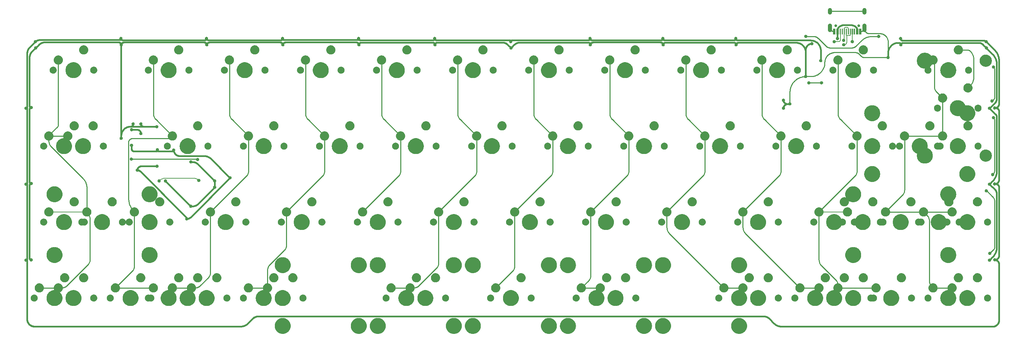
<source format=gbr>
%TF.GenerationSoftware,KiCad,Pcbnew,(7.0.0)*%
%TF.CreationDate,2024-05-15T17:01:44+02:00*%
%TF.ProjectId,forti usb port,666f7274-6920-4757-9362-20706f72742e,rev?*%
%TF.SameCoordinates,Original*%
%TF.FileFunction,Soldermask,Top*%
%TF.FilePolarity,Negative*%
%FSLAX46Y46*%
G04 Gerber Fmt 4.6, Leading zero omitted, Abs format (unit mm)*
G04 Created by KiCad (PCBNEW (7.0.0)) date 2024-05-15 17:01:44*
%MOMM*%
%LPD*%
G01*
G04 APERTURE LIST*
%ADD10C,0.000000*%
%ADD11C,0.600000*%
%ADD12C,0.250000*%
%ADD13C,0.200000*%
%ADD14C,0.381000*%
%ADD15C,1.000000*%
%ADD16C,3.987800*%
%ADD17C,3.048000*%
%ADD18C,0.650000*%
%ADD19R,0.600000X1.450000*%
%ADD20R,0.280000X1.450000*%
%ADD21O,1.000000X2.100000*%
%ADD22O,1.000000X1.600000*%
%ADD23C,1.750000*%
G04 APERTURE END LIST*
D10*
G36*
X35446311Y-40401126D02*
G01*
X35490748Y-40404505D01*
X35534538Y-40410070D01*
X35577627Y-40417764D01*
X35619960Y-40427535D01*
X35661482Y-40439326D01*
X35702138Y-40453082D01*
X35741873Y-40468749D01*
X35780633Y-40486272D01*
X35818361Y-40505595D01*
X35855003Y-40526664D01*
X35890505Y-40549424D01*
X35924810Y-40573819D01*
X35957865Y-40599795D01*
X35989614Y-40627297D01*
X36020002Y-40656269D01*
X36048975Y-40686657D01*
X36076476Y-40718406D01*
X36102452Y-40751461D01*
X36126848Y-40785767D01*
X36149607Y-40821268D01*
X36170676Y-40857910D01*
X36189999Y-40895639D01*
X36207522Y-40934398D01*
X36223189Y-40974133D01*
X36236946Y-41014789D01*
X36248737Y-41056311D01*
X36258507Y-41098644D01*
X36266202Y-41141734D01*
X36271767Y-41185524D01*
X36275146Y-41229960D01*
X36276284Y-41274988D01*
X36275146Y-41320015D01*
X36271767Y-41364451D01*
X36266202Y-41408242D01*
X36258507Y-41451331D01*
X36248737Y-41493664D01*
X36236946Y-41535186D01*
X36223189Y-41575842D01*
X36207522Y-41615577D01*
X36189999Y-41654337D01*
X36170676Y-41692065D01*
X36149607Y-41728707D01*
X36126848Y-41764209D01*
X36102452Y-41798514D01*
X36076476Y-41831569D01*
X36048975Y-41863318D01*
X36020002Y-41893706D01*
X35989614Y-41922679D01*
X35957865Y-41950180D01*
X35924810Y-41976156D01*
X35890505Y-42000551D01*
X35855003Y-42023311D01*
X35818361Y-42044380D01*
X35780633Y-42063703D01*
X35741873Y-42081226D01*
X35702138Y-42096893D01*
X35661482Y-42110649D01*
X35619960Y-42122440D01*
X35577627Y-42132211D01*
X35534538Y-42139906D01*
X35490748Y-42145470D01*
X35446311Y-42148849D01*
X35401284Y-42149988D01*
X35356257Y-42148849D01*
X35311820Y-42145470D01*
X35268030Y-42139906D01*
X35224941Y-42132211D01*
X35182608Y-42122440D01*
X35141086Y-42110649D01*
X35100430Y-42096893D01*
X35060695Y-42081226D01*
X35021936Y-42063703D01*
X34984207Y-42044380D01*
X34947565Y-42023311D01*
X34912063Y-42000551D01*
X34877758Y-41976156D01*
X34844703Y-41950180D01*
X34812954Y-41922679D01*
X34782566Y-41893706D01*
X34753593Y-41863318D01*
X34726092Y-41831569D01*
X34700116Y-41798514D01*
X34675720Y-41764209D01*
X34652961Y-41728707D01*
X34631892Y-41692065D01*
X34612569Y-41654337D01*
X34595046Y-41615577D01*
X34579379Y-41575842D01*
X34565622Y-41535186D01*
X34553831Y-41493664D01*
X34544061Y-41451331D01*
X34536366Y-41408242D01*
X34530802Y-41364451D01*
X34527423Y-41320015D01*
X34526284Y-41274988D01*
X34527423Y-41229960D01*
X34530802Y-41185524D01*
X34536366Y-41141734D01*
X34544061Y-41098644D01*
X34553831Y-41056311D01*
X34565622Y-41014789D01*
X34579379Y-40974133D01*
X34595046Y-40934398D01*
X34612569Y-40895639D01*
X34631892Y-40857910D01*
X34652961Y-40821268D01*
X34675720Y-40785767D01*
X34700116Y-40751461D01*
X34726092Y-40718406D01*
X34753593Y-40686657D01*
X34782566Y-40656269D01*
X34812954Y-40627297D01*
X34844703Y-40599795D01*
X34877758Y-40573819D01*
X34912063Y-40549424D01*
X34947565Y-40526664D01*
X34984207Y-40505595D01*
X35021936Y-40486272D01*
X35060695Y-40468749D01*
X35100430Y-40453082D01*
X35141086Y-40439326D01*
X35182608Y-40427535D01*
X35224941Y-40417764D01*
X35268030Y-40410070D01*
X35311820Y-40404505D01*
X35356257Y-40401126D01*
X35401284Y-40399988D01*
X35446311Y-40401126D01*
G37*
G36*
X36730462Y-37586485D02*
G01*
X36788864Y-37590926D01*
X36846417Y-37598240D01*
X36903049Y-37608353D01*
X36958686Y-37621194D01*
X37013258Y-37636691D01*
X37066692Y-37654771D01*
X37118915Y-37675362D01*
X37169856Y-37698391D01*
X37219442Y-37723788D01*
X37267600Y-37751478D01*
X37314259Y-37781391D01*
X37359347Y-37813453D01*
X37402790Y-37847593D01*
X37444517Y-37883738D01*
X37484456Y-37921816D01*
X37522534Y-37961755D01*
X37558679Y-38003482D01*
X37592819Y-38046925D01*
X37624881Y-38092013D01*
X37654794Y-38138672D01*
X37682484Y-38186830D01*
X37707881Y-38236416D01*
X37730910Y-38287357D01*
X37751501Y-38339580D01*
X37769581Y-38393014D01*
X37785078Y-38447586D01*
X37797919Y-38503223D01*
X37808033Y-38559855D01*
X37815346Y-38617408D01*
X37819787Y-38675810D01*
X37821283Y-38734989D01*
X37819787Y-38794168D01*
X37815346Y-38852570D01*
X37808033Y-38910122D01*
X37797919Y-38966754D01*
X37785078Y-39022392D01*
X37769581Y-39076964D01*
X37751501Y-39130397D01*
X37730910Y-39182621D01*
X37707881Y-39233561D01*
X37682484Y-39283147D01*
X37654794Y-39331306D01*
X37624881Y-39377965D01*
X37592819Y-39423052D01*
X37558679Y-39466495D01*
X37522534Y-39508223D01*
X37484456Y-39548161D01*
X37444517Y-39586239D01*
X37402790Y-39622384D01*
X37359347Y-39656524D01*
X37314259Y-39688587D01*
X37267600Y-39718499D01*
X37219442Y-39746190D01*
X37169856Y-39771586D01*
X37118915Y-39794616D01*
X37066692Y-39815207D01*
X37013258Y-39833287D01*
X36958686Y-39848783D01*
X36903049Y-39861624D01*
X36846417Y-39871738D01*
X36788864Y-39879051D01*
X36730462Y-39883492D01*
X36671284Y-39884988D01*
X36612105Y-39883492D01*
X36553703Y-39879051D01*
X36496150Y-39871738D01*
X36439519Y-39861624D01*
X36383881Y-39848783D01*
X36329309Y-39833287D01*
X36275875Y-39815207D01*
X36223652Y-39794616D01*
X36172711Y-39771586D01*
X36123126Y-39746190D01*
X36074967Y-39718499D01*
X36028308Y-39688587D01*
X35983221Y-39656524D01*
X35939777Y-39622384D01*
X35898050Y-39586239D01*
X35858111Y-39548161D01*
X35820033Y-39508223D01*
X35783888Y-39466495D01*
X35749748Y-39423052D01*
X35717686Y-39377965D01*
X35687773Y-39331306D01*
X35660083Y-39283147D01*
X35634686Y-39233561D01*
X35611657Y-39182621D01*
X35591066Y-39130397D01*
X35572986Y-39076964D01*
X35557489Y-39022392D01*
X35544648Y-38966754D01*
X35534535Y-38910122D01*
X35527221Y-38852570D01*
X35522780Y-38794168D01*
X35521284Y-38734989D01*
X35522780Y-38675810D01*
X35527221Y-38617408D01*
X35534535Y-38559855D01*
X35544648Y-38503223D01*
X35557489Y-38447586D01*
X35572986Y-38393014D01*
X35591066Y-38339580D01*
X35611657Y-38287357D01*
X35634686Y-38236416D01*
X35660083Y-38186830D01*
X35687773Y-38138672D01*
X35717686Y-38092013D01*
X35749748Y-38046925D01*
X35783888Y-38003482D01*
X35820033Y-37961755D01*
X35858111Y-37921816D01*
X35898050Y-37883738D01*
X35939777Y-37847593D01*
X35983221Y-37813453D01*
X36028308Y-37781391D01*
X36074967Y-37751478D01*
X36123126Y-37723788D01*
X36172711Y-37698391D01*
X36223652Y-37675362D01*
X36275875Y-37654771D01*
X36329309Y-37636691D01*
X36383881Y-37621194D01*
X36439519Y-37608353D01*
X36496150Y-37598240D01*
X36553703Y-37590926D01*
X36612105Y-37586485D01*
X36671284Y-37584989D01*
X36730462Y-37586485D01*
G37*
G36*
X36710496Y-37973981D02*
G01*
X36749194Y-37976924D01*
X36787329Y-37981769D01*
X36824853Y-37988471D01*
X36861719Y-37996979D01*
X36897879Y-38007247D01*
X36933285Y-38019227D01*
X36967888Y-38032871D01*
X37001642Y-38048131D01*
X37034498Y-38064959D01*
X37066408Y-38083306D01*
X37097325Y-38103127D01*
X37127200Y-38124372D01*
X37155986Y-38146993D01*
X37183635Y-38170943D01*
X37210099Y-38196174D01*
X37235330Y-38222637D01*
X37259280Y-38250286D01*
X37281901Y-38279072D01*
X37303146Y-38308947D01*
X37322966Y-38339864D01*
X37341314Y-38371774D01*
X37358142Y-38404630D01*
X37373402Y-38438384D01*
X37387046Y-38472987D01*
X37399026Y-38508393D01*
X37409294Y-38544553D01*
X37417803Y-38581419D01*
X37424504Y-38618943D01*
X37429350Y-38657079D01*
X37432292Y-38695776D01*
X37433284Y-38734989D01*
X37432292Y-38774201D01*
X37429350Y-38812899D01*
X37424504Y-38851034D01*
X37417803Y-38888558D01*
X37409294Y-38925424D01*
X37399026Y-38961584D01*
X37387046Y-38996990D01*
X37373402Y-39031593D01*
X37358142Y-39065347D01*
X37341314Y-39098203D01*
X37322966Y-39130113D01*
X37303146Y-39161030D01*
X37281901Y-39190905D01*
X37259280Y-39219691D01*
X37235330Y-39247340D01*
X37210099Y-39273804D01*
X37183635Y-39299034D01*
X37155986Y-39322984D01*
X37127200Y-39345606D01*
X37097325Y-39366850D01*
X37066408Y-39386671D01*
X37034498Y-39405019D01*
X37001642Y-39421846D01*
X36967888Y-39437106D01*
X36933285Y-39450750D01*
X36897879Y-39462730D01*
X36861719Y-39472998D01*
X36824853Y-39481507D01*
X36787329Y-39488208D01*
X36749194Y-39493054D01*
X36710496Y-39495996D01*
X36671284Y-39496988D01*
X36632071Y-39495996D01*
X36593373Y-39493054D01*
X36555238Y-39488208D01*
X36517714Y-39481507D01*
X36480848Y-39472998D01*
X36444688Y-39462730D01*
X36409282Y-39450750D01*
X36374679Y-39437106D01*
X36340925Y-39421846D01*
X36308069Y-39405019D01*
X36276159Y-39386671D01*
X36245242Y-39366850D01*
X36215367Y-39345606D01*
X36186581Y-39322984D01*
X36158932Y-39299034D01*
X36132468Y-39273804D01*
X36107237Y-39247340D01*
X36083287Y-39219691D01*
X36060666Y-39190905D01*
X36039421Y-39161030D01*
X36019601Y-39130113D01*
X36001253Y-39098203D01*
X35984425Y-39065347D01*
X35969165Y-39031593D01*
X35955521Y-38996990D01*
X35943541Y-38961584D01*
X35933273Y-38925424D01*
X35924765Y-38888558D01*
X35918063Y-38851034D01*
X35913218Y-38812899D01*
X35910275Y-38774201D01*
X35909283Y-38734989D01*
X35910275Y-38695776D01*
X35913218Y-38657079D01*
X35918063Y-38618943D01*
X35924765Y-38581419D01*
X35933273Y-38544553D01*
X35943541Y-38508393D01*
X35955521Y-38472987D01*
X35969165Y-38438384D01*
X35984425Y-38404630D01*
X36001253Y-38371774D01*
X36019601Y-38339864D01*
X36039421Y-38308947D01*
X36060666Y-38279072D01*
X36083287Y-38250286D01*
X36107237Y-38222637D01*
X36132468Y-38196174D01*
X36158932Y-38170943D01*
X36186581Y-38146993D01*
X36215367Y-38124372D01*
X36245242Y-38103127D01*
X36276159Y-38083306D01*
X36308069Y-38064959D01*
X36340925Y-38048131D01*
X36374679Y-38032871D01*
X36409282Y-38019227D01*
X36444688Y-38007247D01*
X36480848Y-37996979D01*
X36517714Y-37988471D01*
X36555238Y-37981769D01*
X36593373Y-37976924D01*
X36632071Y-37973981D01*
X36671284Y-37972989D01*
X36710496Y-37973981D01*
G37*
G36*
X66872996Y-35433979D02*
G01*
X66911694Y-35436922D01*
X66949829Y-35441768D01*
X66987354Y-35448469D01*
X67024220Y-35456977D01*
X67060380Y-35467246D01*
X67095785Y-35479226D01*
X67130389Y-35492869D01*
X67164143Y-35508129D01*
X67196999Y-35524957D01*
X67228909Y-35543305D01*
X67259826Y-35563125D01*
X67289701Y-35584370D01*
X67318487Y-35606991D01*
X67346136Y-35630941D01*
X67372600Y-35656172D01*
X67397831Y-35682636D01*
X67421781Y-35710285D01*
X67444402Y-35739071D01*
X67465647Y-35768946D01*
X67485467Y-35799863D01*
X67503816Y-35831773D01*
X67520643Y-35864629D01*
X67535903Y-35898383D01*
X67549547Y-35932986D01*
X67561527Y-35968392D01*
X67571795Y-36004552D01*
X67580304Y-36041418D01*
X67587005Y-36078943D01*
X67591851Y-36117078D01*
X67594793Y-36155775D01*
X67595785Y-36194988D01*
X67594793Y-36234200D01*
X67591851Y-36272898D01*
X67587005Y-36311033D01*
X67580304Y-36348557D01*
X67571795Y-36385423D01*
X67561527Y-36421583D01*
X67549547Y-36456989D01*
X67535903Y-36491593D01*
X67520643Y-36525346D01*
X67503816Y-36558202D01*
X67485467Y-36590113D01*
X67465647Y-36621029D01*
X67444402Y-36650905D01*
X67421781Y-36679691D01*
X67397831Y-36707339D01*
X67372600Y-36733803D01*
X67346136Y-36759034D01*
X67318487Y-36782984D01*
X67289701Y-36805605D01*
X67259826Y-36826850D01*
X67228909Y-36846671D01*
X67196999Y-36865019D01*
X67164143Y-36881846D01*
X67130389Y-36897106D01*
X67095785Y-36910750D01*
X67060380Y-36922730D01*
X67024220Y-36932998D01*
X66987354Y-36941507D01*
X66949829Y-36948208D01*
X66911694Y-36953054D01*
X66872996Y-36955996D01*
X66833784Y-36956988D01*
X66794572Y-36955996D01*
X66755874Y-36953054D01*
X66717739Y-36948208D01*
X66680214Y-36941507D01*
X66643348Y-36932998D01*
X66607188Y-36922730D01*
X66571783Y-36910750D01*
X66537179Y-36897106D01*
X66503425Y-36881846D01*
X66470569Y-36865019D01*
X66438659Y-36846671D01*
X66407742Y-36826850D01*
X66377867Y-36805605D01*
X66349081Y-36782984D01*
X66321432Y-36759034D01*
X66294968Y-36733803D01*
X66269737Y-36707339D01*
X66245787Y-36679691D01*
X66223166Y-36650905D01*
X66201921Y-36621029D01*
X66182100Y-36590113D01*
X66163752Y-36558202D01*
X66146925Y-36525346D01*
X66131665Y-36491593D01*
X66118021Y-36456989D01*
X66106041Y-36421583D01*
X66095773Y-36385423D01*
X66087264Y-36348557D01*
X66080563Y-36311033D01*
X66075717Y-36272898D01*
X66072774Y-36234200D01*
X66071783Y-36194988D01*
X66072774Y-36155775D01*
X66075717Y-36117078D01*
X66080563Y-36078943D01*
X66087264Y-36041418D01*
X66095773Y-36004552D01*
X66106041Y-35968392D01*
X66118021Y-35932986D01*
X66131665Y-35898383D01*
X66146925Y-35864629D01*
X66163752Y-35831773D01*
X66182100Y-35799863D01*
X66201921Y-35768946D01*
X66223166Y-35739071D01*
X66245787Y-35710285D01*
X66269737Y-35682636D01*
X66294968Y-35656172D01*
X66321432Y-35630941D01*
X66349081Y-35606991D01*
X66377867Y-35584370D01*
X66407742Y-35563125D01*
X66438659Y-35543305D01*
X66470569Y-35524957D01*
X66503425Y-35508129D01*
X66537179Y-35492869D01*
X66571783Y-35479226D01*
X66607188Y-35467246D01*
X66643348Y-35456977D01*
X66680214Y-35448469D01*
X66717739Y-35441768D01*
X66755874Y-35436922D01*
X66794572Y-35433979D01*
X66833784Y-35432988D01*
X66872996Y-35433979D01*
G37*
G36*
X60522998Y-37973981D02*
G01*
X60561696Y-37976924D01*
X60599831Y-37981769D01*
X60637355Y-37988471D01*
X60674221Y-37996979D01*
X60710381Y-38007247D01*
X60745787Y-38019227D01*
X60780391Y-38032871D01*
X60814144Y-38048131D01*
X60847000Y-38064959D01*
X60878911Y-38083306D01*
X60909827Y-38103127D01*
X60939703Y-38124372D01*
X60968489Y-38146993D01*
X60996138Y-38170943D01*
X61022601Y-38196174D01*
X61047832Y-38222637D01*
X61071782Y-38250286D01*
X61094404Y-38279072D01*
X61115649Y-38308947D01*
X61135469Y-38339864D01*
X61153817Y-38371774D01*
X61170645Y-38404630D01*
X61185905Y-38438384D01*
X61199548Y-38472987D01*
X61211528Y-38508393D01*
X61221797Y-38544553D01*
X61230305Y-38581419D01*
X61237007Y-38618943D01*
X61241852Y-38657079D01*
X61244795Y-38695776D01*
X61245787Y-38734989D01*
X61244795Y-38774201D01*
X61241852Y-38812899D01*
X61237007Y-38851034D01*
X61230305Y-38888558D01*
X61221797Y-38925424D01*
X61211528Y-38961584D01*
X61199548Y-38996990D01*
X61185905Y-39031593D01*
X61170645Y-39065347D01*
X61153817Y-39098203D01*
X61135469Y-39130113D01*
X61115649Y-39161030D01*
X61094404Y-39190905D01*
X61071782Y-39219691D01*
X61047832Y-39247340D01*
X61022601Y-39273804D01*
X60996138Y-39299034D01*
X60968489Y-39322984D01*
X60939703Y-39345606D01*
X60909827Y-39366850D01*
X60878911Y-39386671D01*
X60847000Y-39405019D01*
X60814144Y-39421846D01*
X60780391Y-39437106D01*
X60745787Y-39450750D01*
X60710381Y-39462730D01*
X60674221Y-39472998D01*
X60637355Y-39481507D01*
X60599831Y-39488208D01*
X60561696Y-39493054D01*
X60522998Y-39495996D01*
X60483785Y-39496988D01*
X60444573Y-39495996D01*
X60405875Y-39493054D01*
X60367740Y-39488208D01*
X60330216Y-39481507D01*
X60293350Y-39472998D01*
X60257190Y-39462730D01*
X60221784Y-39450750D01*
X60187180Y-39437106D01*
X60153427Y-39421846D01*
X60120571Y-39405019D01*
X60088660Y-39386671D01*
X60057744Y-39366850D01*
X60027868Y-39345606D01*
X59999082Y-39322984D01*
X59971433Y-39299034D01*
X59944970Y-39273804D01*
X59919739Y-39247340D01*
X59895789Y-39219691D01*
X59873167Y-39190905D01*
X59851922Y-39161030D01*
X59832102Y-39130113D01*
X59813754Y-39098203D01*
X59796926Y-39065347D01*
X59781666Y-39031593D01*
X59768022Y-38996990D01*
X59756043Y-38961584D01*
X59745774Y-38925424D01*
X59737266Y-38888558D01*
X59730564Y-38851034D01*
X59725719Y-38812899D01*
X59722776Y-38774201D01*
X59721784Y-38734989D01*
X59722776Y-38695776D01*
X59725719Y-38657079D01*
X59730564Y-38618943D01*
X59737266Y-38581419D01*
X59745774Y-38544553D01*
X59756043Y-38508393D01*
X59768022Y-38472987D01*
X59781666Y-38438384D01*
X59796926Y-38404630D01*
X59813754Y-38371774D01*
X59832102Y-38339864D01*
X59851922Y-38308947D01*
X59873167Y-38279072D01*
X59895789Y-38250286D01*
X59919739Y-38222637D01*
X59944970Y-38196174D01*
X59971433Y-38170943D01*
X59999082Y-38146993D01*
X60027868Y-38124372D01*
X60057744Y-38103127D01*
X60088660Y-38083306D01*
X60120571Y-38064959D01*
X60153427Y-38048131D01*
X60187180Y-38032871D01*
X60221784Y-38019227D01*
X60257190Y-38007247D01*
X60293350Y-37996979D01*
X60330216Y-37988471D01*
X60367740Y-37981769D01*
X60405875Y-37976924D01*
X60444573Y-37973981D01*
X60483785Y-37972989D01*
X60522998Y-37973981D01*
G37*
G36*
X69418812Y-40401126D02*
G01*
X69463249Y-40404505D01*
X69507039Y-40410070D01*
X69550128Y-40417764D01*
X69592461Y-40427535D01*
X69633983Y-40439326D01*
X69674639Y-40453082D01*
X69714375Y-40468749D01*
X69753134Y-40486272D01*
X69790862Y-40505595D01*
X69827504Y-40526664D01*
X69863006Y-40549424D01*
X69897312Y-40573819D01*
X69930366Y-40599795D01*
X69962115Y-40627297D01*
X69992503Y-40656269D01*
X70021476Y-40686657D01*
X70048978Y-40718406D01*
X70074954Y-40751461D01*
X70099349Y-40785767D01*
X70122108Y-40821268D01*
X70143177Y-40857910D01*
X70162500Y-40895639D01*
X70180023Y-40934398D01*
X70195690Y-40974133D01*
X70209447Y-41014789D01*
X70221238Y-41056311D01*
X70231008Y-41098644D01*
X70238703Y-41141734D01*
X70244267Y-41185524D01*
X70247646Y-41229960D01*
X70248785Y-41274988D01*
X70247646Y-41320015D01*
X70244267Y-41364451D01*
X70238703Y-41408242D01*
X70231008Y-41451331D01*
X70221238Y-41493664D01*
X70209447Y-41535186D01*
X70195690Y-41575842D01*
X70180023Y-41615577D01*
X70162500Y-41654337D01*
X70143177Y-41692065D01*
X70122108Y-41728707D01*
X70099349Y-41764209D01*
X70074954Y-41798514D01*
X70048978Y-41831569D01*
X70021476Y-41863318D01*
X69992503Y-41893706D01*
X69962115Y-41922679D01*
X69930366Y-41950180D01*
X69897312Y-41976156D01*
X69863006Y-42000551D01*
X69827504Y-42023311D01*
X69790862Y-42044380D01*
X69753134Y-42063703D01*
X69714375Y-42081226D01*
X69674639Y-42096893D01*
X69633983Y-42110649D01*
X69592461Y-42122440D01*
X69550128Y-42132211D01*
X69507039Y-42139906D01*
X69463249Y-42145470D01*
X69418812Y-42148849D01*
X69373785Y-42149988D01*
X69328757Y-42148849D01*
X69284321Y-42145470D01*
X69240531Y-42139906D01*
X69197442Y-42132211D01*
X69155109Y-42122440D01*
X69113586Y-42110649D01*
X69072930Y-42096893D01*
X69033195Y-42081226D01*
X68994436Y-42063703D01*
X68956708Y-42044380D01*
X68920065Y-42023311D01*
X68884564Y-42000551D01*
X68850258Y-41976156D01*
X68817203Y-41950180D01*
X68785454Y-41922679D01*
X68755066Y-41893706D01*
X68726094Y-41863318D01*
X68698592Y-41831569D01*
X68672616Y-41798514D01*
X68648221Y-41764209D01*
X68625461Y-41728707D01*
X68604393Y-41692065D01*
X68585069Y-41654337D01*
X68567547Y-41615577D01*
X68551880Y-41575842D01*
X68538123Y-41535186D01*
X68526332Y-41493664D01*
X68516562Y-41451331D01*
X68508867Y-41408242D01*
X68503302Y-41364451D01*
X68499923Y-41320015D01*
X68498785Y-41274988D01*
X68499923Y-41229960D01*
X68503302Y-41185524D01*
X68508867Y-41141734D01*
X68516562Y-41098644D01*
X68526332Y-41056311D01*
X68538123Y-41014789D01*
X68551880Y-40974133D01*
X68567547Y-40934398D01*
X68585069Y-40895639D01*
X68604393Y-40857910D01*
X68625461Y-40821268D01*
X68648221Y-40785767D01*
X68672616Y-40751461D01*
X68698592Y-40718406D01*
X68726094Y-40686657D01*
X68755066Y-40656269D01*
X68785454Y-40627297D01*
X68817203Y-40599795D01*
X68850258Y-40573819D01*
X68884564Y-40549424D01*
X68920065Y-40526664D01*
X68956708Y-40505595D01*
X68994436Y-40486272D01*
X69033195Y-40468749D01*
X69072930Y-40453082D01*
X69113586Y-40439326D01*
X69155109Y-40427535D01*
X69197442Y-40417764D01*
X69240531Y-40410070D01*
X69284321Y-40404505D01*
X69328757Y-40401126D01*
X69373785Y-40399988D01*
X69418812Y-40401126D01*
G37*
G36*
X64396389Y-39283682D02*
G01*
X64497648Y-39291382D01*
X64597434Y-39304062D01*
X64695623Y-39321596D01*
X64792090Y-39343861D01*
X64886708Y-39370729D01*
X64979353Y-39402077D01*
X65069899Y-39437778D01*
X65158221Y-39477708D01*
X65244194Y-39521740D01*
X65327693Y-39569751D01*
X65408591Y-39621614D01*
X65486765Y-39677205D01*
X65562089Y-39736397D01*
X65634436Y-39799067D01*
X65703683Y-39865087D01*
X65769704Y-39934334D01*
X65832373Y-40006682D01*
X65891566Y-40082006D01*
X65947156Y-40160179D01*
X65999020Y-40241078D01*
X66047030Y-40324577D01*
X66091063Y-40410550D01*
X66130993Y-40498872D01*
X66166694Y-40589418D01*
X66198041Y-40682063D01*
X66224910Y-40776681D01*
X66247174Y-40873147D01*
X66264709Y-40971336D01*
X66277389Y-41071123D01*
X66285089Y-41172382D01*
X66287683Y-41274988D01*
X66285089Y-41377593D01*
X66277389Y-41478852D01*
X66264709Y-41578639D01*
X66247174Y-41676828D01*
X66224910Y-41773294D01*
X66198041Y-41867912D01*
X66166694Y-41960557D01*
X66130993Y-42051103D01*
X66091063Y-42139426D01*
X66047030Y-42225399D01*
X65999020Y-42308897D01*
X65947156Y-42389796D01*
X65891566Y-42467970D01*
X65832373Y-42543293D01*
X65769704Y-42615641D01*
X65703683Y-42684888D01*
X65634436Y-42750909D01*
X65562089Y-42813578D01*
X65486765Y-42872770D01*
X65408591Y-42928361D01*
X65327693Y-42980224D01*
X65244194Y-43028235D01*
X65158221Y-43072268D01*
X65069899Y-43112197D01*
X64979353Y-43147899D01*
X64886708Y-43179246D01*
X64792090Y-43206115D01*
X64695623Y-43228379D01*
X64597434Y-43245914D01*
X64497648Y-43258594D01*
X64396389Y-43266293D01*
X64293783Y-43268888D01*
X64191177Y-43266293D01*
X64089918Y-43258594D01*
X63990132Y-43245914D01*
X63891943Y-43228379D01*
X63795476Y-43206115D01*
X63700858Y-43179246D01*
X63608213Y-43147899D01*
X63517667Y-43112197D01*
X63429345Y-43072268D01*
X63343372Y-43028235D01*
X63259873Y-42980224D01*
X63178975Y-42928361D01*
X63100801Y-42872770D01*
X63025478Y-42813578D01*
X62953130Y-42750909D01*
X62883883Y-42684888D01*
X62817862Y-42615641D01*
X62755193Y-42543293D01*
X62696000Y-42467970D01*
X62640410Y-42389796D01*
X62588547Y-42308897D01*
X62540536Y-42225399D01*
X62496503Y-42139426D01*
X62456573Y-42051103D01*
X62420872Y-41960557D01*
X62389525Y-41867912D01*
X62362656Y-41773294D01*
X62340392Y-41676828D01*
X62322857Y-41578639D01*
X62310177Y-41478852D01*
X62302477Y-41377593D01*
X62299883Y-41274988D01*
X62302477Y-41172382D01*
X62310177Y-41071123D01*
X62322857Y-40971336D01*
X62340392Y-40873147D01*
X62362656Y-40776681D01*
X62389525Y-40682063D01*
X62420872Y-40589418D01*
X62456573Y-40498872D01*
X62496503Y-40410550D01*
X62540536Y-40324577D01*
X62588547Y-40241078D01*
X62640410Y-40160179D01*
X62696000Y-40082006D01*
X62755193Y-40006682D01*
X62817862Y-39934334D01*
X62883883Y-39865087D01*
X62953130Y-39799067D01*
X63025478Y-39736397D01*
X63100801Y-39677205D01*
X63178975Y-39621614D01*
X63259873Y-39569751D01*
X63343372Y-39521740D01*
X63429345Y-39477708D01*
X63517667Y-39437778D01*
X63608213Y-39402077D01*
X63700858Y-39370729D01*
X63795476Y-39343861D01*
X63891943Y-39321596D01*
X63990132Y-39304062D01*
X64089918Y-39291382D01*
X64191177Y-39283682D01*
X64293783Y-39281087D01*
X64396389Y-39283682D01*
G37*
G36*
X59258812Y-40401126D02*
G01*
X59303249Y-40404505D01*
X59347039Y-40410070D01*
X59390128Y-40417764D01*
X59432461Y-40427535D01*
X59473983Y-40439326D01*
X59514640Y-40453082D01*
X59554375Y-40468749D01*
X59593134Y-40486272D01*
X59630862Y-40505595D01*
X59667505Y-40526664D01*
X59703006Y-40549424D01*
X59737312Y-40573819D01*
X59770366Y-40599795D01*
X59802115Y-40627297D01*
X59832504Y-40656269D01*
X59861476Y-40686657D01*
X59888978Y-40718406D01*
X59914954Y-40751461D01*
X59939349Y-40785767D01*
X59962108Y-40821268D01*
X59983177Y-40857910D01*
X60002501Y-40895639D01*
X60020023Y-40934398D01*
X60035690Y-40974133D01*
X60049447Y-41014789D01*
X60061238Y-41056311D01*
X60071008Y-41098644D01*
X60078703Y-41141734D01*
X60084267Y-41185524D01*
X60087646Y-41229960D01*
X60088785Y-41274988D01*
X60087646Y-41320015D01*
X60084267Y-41364451D01*
X60078703Y-41408242D01*
X60071008Y-41451331D01*
X60061238Y-41493664D01*
X60049447Y-41535186D01*
X60035690Y-41575842D01*
X60020023Y-41615577D01*
X60002501Y-41654337D01*
X59983177Y-41692065D01*
X59962108Y-41728707D01*
X59939349Y-41764209D01*
X59914954Y-41798514D01*
X59888978Y-41831569D01*
X59861476Y-41863318D01*
X59832504Y-41893706D01*
X59802115Y-41922679D01*
X59770366Y-41950180D01*
X59737312Y-41976156D01*
X59703006Y-42000551D01*
X59667505Y-42023311D01*
X59630862Y-42044380D01*
X59593134Y-42063703D01*
X59554375Y-42081226D01*
X59514640Y-42096893D01*
X59473983Y-42110649D01*
X59432461Y-42122440D01*
X59390128Y-42132211D01*
X59347039Y-42139906D01*
X59303249Y-42145470D01*
X59258812Y-42148849D01*
X59213785Y-42149988D01*
X59168758Y-42148849D01*
X59124321Y-42145470D01*
X59080531Y-42139906D01*
X59037442Y-42132211D01*
X58995109Y-42122440D01*
X58953587Y-42110649D01*
X58912930Y-42096893D01*
X58873195Y-42081226D01*
X58834436Y-42063703D01*
X58796708Y-42044380D01*
X58760065Y-42023311D01*
X58724564Y-42000551D01*
X58690258Y-41976156D01*
X58657204Y-41950180D01*
X58625455Y-41922679D01*
X58595066Y-41893706D01*
X58566094Y-41863318D01*
X58538592Y-41831569D01*
X58512616Y-41798514D01*
X58488221Y-41764209D01*
X58465462Y-41728707D01*
X58444393Y-41692065D01*
X58425069Y-41654337D01*
X58407547Y-41615577D01*
X58391880Y-41575842D01*
X58378123Y-41535186D01*
X58366332Y-41493664D01*
X58356562Y-41451331D01*
X58348867Y-41408242D01*
X58343303Y-41364451D01*
X58339924Y-41320015D01*
X58338785Y-41274988D01*
X58339924Y-41229960D01*
X58343303Y-41185524D01*
X58348867Y-41141734D01*
X58356562Y-41098644D01*
X58366332Y-41056311D01*
X58378123Y-41014789D01*
X58391880Y-40974133D01*
X58407547Y-40934398D01*
X58425069Y-40895639D01*
X58444393Y-40857910D01*
X58465462Y-40821268D01*
X58488221Y-40785767D01*
X58512616Y-40751461D01*
X58538592Y-40718406D01*
X58566094Y-40686657D01*
X58595066Y-40656269D01*
X58625455Y-40627297D01*
X58657204Y-40599795D01*
X58690258Y-40573819D01*
X58724564Y-40549424D01*
X58760065Y-40526664D01*
X58796708Y-40505595D01*
X58834436Y-40486272D01*
X58873195Y-40468749D01*
X58912930Y-40453082D01*
X58953587Y-40439326D01*
X58995109Y-40427535D01*
X59037442Y-40417764D01*
X59080531Y-40410070D01*
X59124321Y-40404505D01*
X59168758Y-40401126D01*
X59213785Y-40399988D01*
X59258812Y-40401126D01*
G37*
G36*
X57347997Y-92583980D02*
G01*
X57386694Y-92586922D01*
X57424829Y-92591768D01*
X57462353Y-92598470D01*
X57499219Y-92606978D01*
X57535379Y-92617247D01*
X57570785Y-92629227D01*
X57605388Y-92642871D01*
X57639142Y-92658130D01*
X57671998Y-92674958D01*
X57703908Y-92693307D01*
X57734825Y-92713127D01*
X57764700Y-92734372D01*
X57793486Y-92756994D01*
X57821135Y-92780944D01*
X57847599Y-92806175D01*
X57872829Y-92832639D01*
X57896780Y-92860288D01*
X57919401Y-92889074D01*
X57940646Y-92918949D01*
X57960466Y-92949866D01*
X57978814Y-92981776D01*
X57995642Y-93014632D01*
X58010902Y-93048386D01*
X58024545Y-93082989D01*
X58036525Y-93118395D01*
X58046794Y-93154555D01*
X58055302Y-93191421D01*
X58062003Y-93228945D01*
X58066849Y-93267080D01*
X58069792Y-93305777D01*
X58070783Y-93344989D01*
X58069792Y-93384201D01*
X58066849Y-93422899D01*
X58062003Y-93461034D01*
X58055302Y-93498558D01*
X58046794Y-93535424D01*
X58036525Y-93571583D01*
X58024545Y-93606989D01*
X58010902Y-93641593D01*
X57995642Y-93675346D01*
X57978814Y-93708202D01*
X57960466Y-93740113D01*
X57940646Y-93771029D01*
X57919401Y-93800905D01*
X57896780Y-93829691D01*
X57872829Y-93857340D01*
X57847599Y-93883804D01*
X57821135Y-93909035D01*
X57793486Y-93932985D01*
X57764700Y-93955606D01*
X57734825Y-93976851D01*
X57703908Y-93996672D01*
X57671998Y-94015020D01*
X57639142Y-94031848D01*
X57605388Y-94047108D01*
X57570785Y-94060752D01*
X57535379Y-94072732D01*
X57499219Y-94083000D01*
X57462353Y-94091509D01*
X57424829Y-94098210D01*
X57386694Y-94103056D01*
X57347997Y-94105999D01*
X57308784Y-94106990D01*
X57269572Y-94105999D01*
X57230874Y-94103056D01*
X57192739Y-94098210D01*
X57155215Y-94091509D01*
X57118349Y-94083000D01*
X57082189Y-94072732D01*
X57046783Y-94060752D01*
X57012180Y-94047108D01*
X56978426Y-94031848D01*
X56945570Y-94015020D01*
X56913660Y-93996672D01*
X56882743Y-93976851D01*
X56852868Y-93955606D01*
X56824082Y-93932985D01*
X56796433Y-93909035D01*
X56769969Y-93883804D01*
X56744739Y-93857340D01*
X56720789Y-93829691D01*
X56698167Y-93800905D01*
X56676922Y-93771029D01*
X56657102Y-93740113D01*
X56638754Y-93708202D01*
X56621926Y-93675346D01*
X56606667Y-93641593D01*
X56593023Y-93606989D01*
X56581043Y-93571583D01*
X56570775Y-93535424D01*
X56562266Y-93498558D01*
X56555565Y-93461034D01*
X56550719Y-93422899D01*
X56547777Y-93384201D01*
X56546785Y-93344989D01*
X56547777Y-93305777D01*
X56550719Y-93267080D01*
X56555565Y-93228945D01*
X56562266Y-93191421D01*
X56570775Y-93154555D01*
X56581043Y-93118395D01*
X56593023Y-93082989D01*
X56606667Y-93048386D01*
X56621926Y-93014632D01*
X56638754Y-92981776D01*
X56657102Y-92949866D01*
X56676922Y-92918949D01*
X56698167Y-92889074D01*
X56720789Y-92860288D01*
X56744739Y-92832639D01*
X56769969Y-92806175D01*
X56796433Y-92780944D01*
X56824082Y-92756994D01*
X56852868Y-92734372D01*
X56882743Y-92713127D01*
X56913660Y-92693307D01*
X56945570Y-92674958D01*
X56978426Y-92658130D01*
X57012180Y-92642871D01*
X57046783Y-92629227D01*
X57082189Y-92617247D01*
X57118349Y-92606978D01*
X57155215Y-92598470D01*
X57192739Y-92591768D01*
X57230874Y-92586922D01*
X57269572Y-92583980D01*
X57308784Y-92582988D01*
X57347997Y-92583980D01*
G37*
G36*
X50998096Y-95123981D02*
G01*
X51036793Y-95126923D01*
X51074928Y-95131769D01*
X51112453Y-95138470D01*
X51149319Y-95146979D01*
X51185479Y-95157248D01*
X51220884Y-95169228D01*
X51255488Y-95182872D01*
X51289242Y-95198131D01*
X51322097Y-95214959D01*
X51354008Y-95233308D01*
X51384924Y-95253128D01*
X51414800Y-95274373D01*
X51443586Y-95296994D01*
X51471234Y-95320945D01*
X51497698Y-95346176D01*
X51522929Y-95372639D01*
X51546879Y-95400288D01*
X51569500Y-95429075D01*
X51590745Y-95458950D01*
X51610565Y-95489867D01*
X51628913Y-95521777D01*
X51645741Y-95554633D01*
X51661001Y-95588387D01*
X51674644Y-95622990D01*
X51686624Y-95658396D01*
X51696893Y-95694556D01*
X51705401Y-95731422D01*
X51712102Y-95768946D01*
X51716948Y-95807081D01*
X51719891Y-95845778D01*
X51720882Y-95884990D01*
X51719891Y-95924202D01*
X51716948Y-95962900D01*
X51712102Y-96001034D01*
X51705401Y-96038559D01*
X51696893Y-96075425D01*
X51686624Y-96111584D01*
X51674644Y-96146990D01*
X51661001Y-96181594D01*
X51645741Y-96215347D01*
X51628913Y-96248203D01*
X51610565Y-96280114D01*
X51590745Y-96311030D01*
X51569500Y-96340906D01*
X51546879Y-96369692D01*
X51522929Y-96397341D01*
X51497698Y-96423805D01*
X51471234Y-96449036D01*
X51443586Y-96472986D01*
X51414800Y-96495607D01*
X51384924Y-96516852D01*
X51354008Y-96536673D01*
X51322097Y-96555021D01*
X51289242Y-96571849D01*
X51255488Y-96587109D01*
X51220884Y-96600753D01*
X51185479Y-96612733D01*
X51149319Y-96623001D01*
X51112453Y-96631510D01*
X51074928Y-96638211D01*
X51036793Y-96643057D01*
X50998096Y-96646000D01*
X50958883Y-96646991D01*
X50919671Y-96646000D01*
X50880973Y-96643057D01*
X50842838Y-96638211D01*
X50805314Y-96631510D01*
X50768447Y-96623001D01*
X50732288Y-96612733D01*
X50696882Y-96600753D01*
X50662278Y-96587109D01*
X50628525Y-96571849D01*
X50595669Y-96555021D01*
X50563759Y-96536673D01*
X50532842Y-96516852D01*
X50502967Y-96495607D01*
X50474181Y-96472986D01*
X50446532Y-96449036D01*
X50420068Y-96423805D01*
X50394837Y-96397341D01*
X50370887Y-96369692D01*
X50348266Y-96340906D01*
X50327021Y-96311030D01*
X50307201Y-96280114D01*
X50288853Y-96248203D01*
X50272025Y-96215347D01*
X50256766Y-96181594D01*
X50243122Y-96146990D01*
X50231142Y-96111584D01*
X50220874Y-96075425D01*
X50212365Y-96038559D01*
X50205664Y-96001034D01*
X50200818Y-95962900D01*
X50197876Y-95924202D01*
X50196884Y-95884990D01*
X50197876Y-95845778D01*
X50200818Y-95807081D01*
X50205664Y-95768946D01*
X50212365Y-95731422D01*
X50220874Y-95694556D01*
X50231142Y-95658396D01*
X50243122Y-95622990D01*
X50256766Y-95588387D01*
X50272025Y-95554633D01*
X50288853Y-95521777D01*
X50307201Y-95489867D01*
X50327021Y-95458950D01*
X50348266Y-95429075D01*
X50370887Y-95400288D01*
X50394837Y-95372639D01*
X50420068Y-95346176D01*
X50446532Y-95320945D01*
X50474181Y-95296994D01*
X50502967Y-95274373D01*
X50532842Y-95253128D01*
X50563759Y-95233308D01*
X50595669Y-95214959D01*
X50628525Y-95198131D01*
X50662278Y-95182872D01*
X50696882Y-95169228D01*
X50732288Y-95157248D01*
X50768447Y-95146979D01*
X50805314Y-95138470D01*
X50842838Y-95131769D01*
X50880973Y-95126923D01*
X50919671Y-95123981D01*
X50958883Y-95122989D01*
X50998096Y-95123981D01*
G37*
G36*
X59893811Y-97551130D02*
G01*
X59938247Y-97554509D01*
X59982037Y-97560073D01*
X60025127Y-97567768D01*
X60067460Y-97577539D01*
X60108982Y-97589330D01*
X60149638Y-97603086D01*
X60189373Y-97618753D01*
X60228132Y-97636276D01*
X60265861Y-97655599D01*
X60302503Y-97676669D01*
X60338004Y-97699428D01*
X60372310Y-97723824D01*
X60405365Y-97749800D01*
X60437114Y-97777301D01*
X60467502Y-97806274D01*
X60496474Y-97836662D01*
X60523976Y-97868411D01*
X60549952Y-97901466D01*
X60574347Y-97935772D01*
X60597107Y-97971273D01*
X60618176Y-98007916D01*
X60637499Y-98045644D01*
X60655022Y-98084403D01*
X60670689Y-98124138D01*
X60684445Y-98164794D01*
X60696236Y-98206316D01*
X60706006Y-98248649D01*
X60713701Y-98291738D01*
X60719266Y-98335528D01*
X60722645Y-98379964D01*
X60723783Y-98424991D01*
X60722645Y-98470018D01*
X60719266Y-98514454D01*
X60713701Y-98558244D01*
X60706006Y-98601333D01*
X60696236Y-98643666D01*
X60684445Y-98685188D01*
X60670689Y-98725844D01*
X60655022Y-98765579D01*
X60637499Y-98804338D01*
X60618176Y-98842067D01*
X60597107Y-98878709D01*
X60574347Y-98914210D01*
X60549952Y-98948516D01*
X60523976Y-98981571D01*
X60496474Y-99013320D01*
X60467502Y-99043708D01*
X60437114Y-99072681D01*
X60405365Y-99100183D01*
X60372310Y-99126159D01*
X60338004Y-99150554D01*
X60302503Y-99173314D01*
X60265861Y-99194383D01*
X60228132Y-99213706D01*
X60189373Y-99231229D01*
X60149638Y-99246896D01*
X60108982Y-99260653D01*
X60067460Y-99272444D01*
X60025127Y-99282214D01*
X59982037Y-99289909D01*
X59938247Y-99295473D01*
X59893811Y-99298852D01*
X59848783Y-99299991D01*
X59803756Y-99298852D01*
X59759320Y-99295473D01*
X59715529Y-99289909D01*
X59672440Y-99282214D01*
X59630107Y-99272444D01*
X59588585Y-99260653D01*
X59547929Y-99246896D01*
X59508194Y-99231229D01*
X59469434Y-99213706D01*
X59431706Y-99194383D01*
X59395064Y-99173314D01*
X59359562Y-99150554D01*
X59325257Y-99126159D01*
X59292202Y-99100183D01*
X59260453Y-99072681D01*
X59230065Y-99043708D01*
X59201092Y-99013320D01*
X59173591Y-98981571D01*
X59147615Y-98948516D01*
X59123219Y-98914210D01*
X59100460Y-98878709D01*
X59079391Y-98842067D01*
X59060068Y-98804338D01*
X59042545Y-98765579D01*
X59026878Y-98725844D01*
X59013122Y-98685188D01*
X59001331Y-98643666D01*
X58991560Y-98601333D01*
X58983865Y-98558244D01*
X58978301Y-98514454D01*
X58974922Y-98470018D01*
X58973783Y-98424991D01*
X58974922Y-98379964D01*
X58978301Y-98335528D01*
X58983865Y-98291738D01*
X58991560Y-98248649D01*
X59001331Y-98206316D01*
X59013122Y-98164794D01*
X59026878Y-98124138D01*
X59042545Y-98084403D01*
X59060068Y-98045644D01*
X59079391Y-98007916D01*
X59100460Y-97971273D01*
X59123219Y-97935772D01*
X59147615Y-97901466D01*
X59173591Y-97868411D01*
X59201092Y-97836662D01*
X59230065Y-97806274D01*
X59260453Y-97777301D01*
X59292202Y-97749800D01*
X59325257Y-97723824D01*
X59359562Y-97699428D01*
X59395064Y-97676669D01*
X59431706Y-97655599D01*
X59469434Y-97636276D01*
X59508194Y-97618753D01*
X59547929Y-97603086D01*
X59588585Y-97589330D01*
X59630107Y-97577539D01*
X59672440Y-97567768D01*
X59715529Y-97560073D01*
X59759320Y-97554509D01*
X59803756Y-97551130D01*
X59848783Y-97549991D01*
X59893811Y-97551130D01*
G37*
G36*
X54871389Y-96433689D02*
G01*
X54972648Y-96441389D01*
X55072435Y-96454069D01*
X55170624Y-96471603D01*
X55267090Y-96493867D01*
X55361708Y-96520736D01*
X55454353Y-96552083D01*
X55544899Y-96587784D01*
X55633221Y-96627714D01*
X55719194Y-96671746D01*
X55802693Y-96719756D01*
X55883592Y-96771619D01*
X55961765Y-96827210D01*
X56037089Y-96886402D01*
X56109437Y-96949071D01*
X56178684Y-97015091D01*
X56244704Y-97084338D01*
X56307374Y-97156686D01*
X56366566Y-97232009D01*
X56422157Y-97310182D01*
X56474020Y-97391081D01*
X56522031Y-97474579D01*
X56566063Y-97560552D01*
X56605993Y-97648874D01*
X56641694Y-97739420D01*
X56673042Y-97832065D01*
X56699910Y-97926683D01*
X56722175Y-98023150D01*
X56739709Y-98121339D01*
X56752389Y-98221126D01*
X56760089Y-98322385D01*
X56762684Y-98424991D01*
X56760089Y-98527597D01*
X56752389Y-98628856D01*
X56739709Y-98728643D01*
X56722175Y-98826832D01*
X56699910Y-98923299D01*
X56673042Y-99017917D01*
X56641694Y-99110562D01*
X56605993Y-99201108D01*
X56566063Y-99289430D01*
X56522031Y-99375403D01*
X56474020Y-99458901D01*
X56422157Y-99539800D01*
X56366566Y-99617973D01*
X56307374Y-99693297D01*
X56244704Y-99765644D01*
X56178684Y-99834891D01*
X56109437Y-99900911D01*
X56037089Y-99963580D01*
X55961765Y-100022772D01*
X55883592Y-100078363D01*
X55802693Y-100130226D01*
X55719194Y-100178236D01*
X55633221Y-100222269D01*
X55544899Y-100262198D01*
X55454353Y-100297899D01*
X55361708Y-100329246D01*
X55267090Y-100356115D01*
X55170624Y-100378379D01*
X55072435Y-100395913D01*
X54972648Y-100408593D01*
X54871389Y-100416293D01*
X54768783Y-100418888D01*
X54666178Y-100416293D01*
X54564919Y-100408593D01*
X54465132Y-100395913D01*
X54366943Y-100378379D01*
X54270477Y-100356115D01*
X54175859Y-100329246D01*
X54083214Y-100297899D01*
X53992668Y-100262198D01*
X53904345Y-100222269D01*
X53818372Y-100178236D01*
X53734874Y-100130226D01*
X53653975Y-100078363D01*
X53575801Y-100022772D01*
X53500478Y-99963580D01*
X53428130Y-99900911D01*
X53358883Y-99834891D01*
X53292862Y-99765644D01*
X53230193Y-99693297D01*
X53171001Y-99617973D01*
X53115410Y-99539800D01*
X53063547Y-99458901D01*
X53015536Y-99375403D01*
X52971503Y-99289430D01*
X52931574Y-99201108D01*
X52895873Y-99110562D01*
X52864525Y-99017917D01*
X52837656Y-98923299D01*
X52815392Y-98826832D01*
X52797857Y-98728643D01*
X52785177Y-98628856D01*
X52777478Y-98527597D01*
X52774883Y-98424991D01*
X52777478Y-98322385D01*
X52785177Y-98221126D01*
X52797857Y-98121339D01*
X52815392Y-98023150D01*
X52837656Y-97926683D01*
X52864525Y-97832065D01*
X52895873Y-97739420D01*
X52931574Y-97648874D01*
X52971503Y-97560552D01*
X53015536Y-97474579D01*
X53063547Y-97391081D01*
X53115410Y-97310182D01*
X53171001Y-97232009D01*
X53230193Y-97156686D01*
X53292862Y-97084338D01*
X53358883Y-97015091D01*
X53428130Y-96949071D01*
X53500478Y-96886402D01*
X53575801Y-96827210D01*
X53653975Y-96771619D01*
X53734874Y-96719756D01*
X53818372Y-96671746D01*
X53904345Y-96627714D01*
X53992668Y-96587784D01*
X54083214Y-96552083D01*
X54175859Y-96520736D01*
X54270477Y-96493867D01*
X54366943Y-96471603D01*
X54465132Y-96454069D01*
X54564919Y-96441389D01*
X54666178Y-96433689D01*
X54768783Y-96431095D01*
X54871389Y-96433689D01*
G37*
G36*
X49733811Y-97551130D02*
G01*
X49778247Y-97554509D01*
X49822037Y-97560073D01*
X49865127Y-97567768D01*
X49907460Y-97577539D01*
X49948982Y-97589330D01*
X49989638Y-97603086D01*
X50029373Y-97618753D01*
X50068132Y-97636276D01*
X50105861Y-97655599D01*
X50142503Y-97676669D01*
X50178005Y-97699428D01*
X50212310Y-97723824D01*
X50245365Y-97749800D01*
X50277114Y-97777301D01*
X50307502Y-97806274D01*
X50336475Y-97836662D01*
X50363976Y-97868411D01*
X50389952Y-97901466D01*
X50414347Y-97935772D01*
X50437107Y-97971273D01*
X50458176Y-98007916D01*
X50477499Y-98045644D01*
X50495022Y-98084403D01*
X50510689Y-98124138D01*
X50524445Y-98164794D01*
X50536236Y-98206316D01*
X50546007Y-98248649D01*
X50553702Y-98291738D01*
X50559266Y-98335528D01*
X50562645Y-98379964D01*
X50563783Y-98424991D01*
X50562645Y-98470018D01*
X50559266Y-98514454D01*
X50553702Y-98558244D01*
X50546007Y-98601333D01*
X50536236Y-98643666D01*
X50524445Y-98685188D01*
X50510689Y-98725844D01*
X50495022Y-98765579D01*
X50477499Y-98804338D01*
X50458176Y-98842067D01*
X50437107Y-98878709D01*
X50414347Y-98914210D01*
X50389952Y-98948516D01*
X50363976Y-98981571D01*
X50336475Y-99013320D01*
X50307502Y-99043708D01*
X50277114Y-99072681D01*
X50245365Y-99100183D01*
X50212310Y-99126159D01*
X50178005Y-99150554D01*
X50142503Y-99173314D01*
X50105861Y-99194383D01*
X50068132Y-99213706D01*
X50029373Y-99231229D01*
X49989638Y-99246896D01*
X49948982Y-99260653D01*
X49907460Y-99272444D01*
X49865127Y-99282214D01*
X49822037Y-99289909D01*
X49778247Y-99295473D01*
X49733811Y-99298852D01*
X49688783Y-99299991D01*
X49643756Y-99298852D01*
X49599320Y-99295473D01*
X49555530Y-99289909D01*
X49512440Y-99282214D01*
X49470107Y-99272444D01*
X49428585Y-99260653D01*
X49387929Y-99246896D01*
X49348194Y-99231229D01*
X49309435Y-99213706D01*
X49271706Y-99194383D01*
X49235064Y-99173314D01*
X49199562Y-99150554D01*
X49165257Y-99126159D01*
X49132202Y-99100183D01*
X49100453Y-99072681D01*
X49070065Y-99043708D01*
X49041092Y-99013320D01*
X49013591Y-98981571D01*
X48987615Y-98948516D01*
X48963220Y-98914210D01*
X48940460Y-98878709D01*
X48919391Y-98842067D01*
X48900068Y-98804338D01*
X48882545Y-98765579D01*
X48866878Y-98725844D01*
X48853122Y-98685188D01*
X48841331Y-98643666D01*
X48831560Y-98601333D01*
X48823865Y-98558244D01*
X48818301Y-98514454D01*
X48814922Y-98470018D01*
X48813783Y-98424991D01*
X48814922Y-98379964D01*
X48818301Y-98335528D01*
X48823865Y-98291738D01*
X48831560Y-98248649D01*
X48841331Y-98206316D01*
X48853122Y-98164794D01*
X48866878Y-98124138D01*
X48882545Y-98084403D01*
X48900068Y-98045644D01*
X48919391Y-98007916D01*
X48940460Y-97971273D01*
X48963220Y-97935772D01*
X48987615Y-97901466D01*
X49013591Y-97868411D01*
X49041092Y-97836662D01*
X49070065Y-97806274D01*
X49100453Y-97777301D01*
X49132202Y-97749800D01*
X49165257Y-97723824D01*
X49199562Y-97699428D01*
X49235064Y-97676669D01*
X49271706Y-97655599D01*
X49309435Y-97636276D01*
X49348194Y-97618753D01*
X49387929Y-97603086D01*
X49428585Y-97589330D01*
X49470107Y-97577539D01*
X49512440Y-97567768D01*
X49555530Y-97560073D01*
X49599320Y-97554509D01*
X49643756Y-97551130D01*
X49688783Y-97549991D01*
X49733811Y-97551130D01*
G37*
G36*
X209747996Y-92583980D02*
G01*
X209786693Y-92586922D01*
X209824828Y-92591768D01*
X209862352Y-92598470D01*
X209899218Y-92606978D01*
X209935378Y-92617247D01*
X209970783Y-92629227D01*
X210005386Y-92642871D01*
X210039140Y-92658130D01*
X210071995Y-92674958D01*
X210103905Y-92693307D01*
X210134822Y-92713127D01*
X210164697Y-92734372D01*
X210193483Y-92756994D01*
X210221131Y-92780944D01*
X210247595Y-92806175D01*
X210272825Y-92832639D01*
X210296775Y-92860288D01*
X210319396Y-92889074D01*
X210340641Y-92918949D01*
X210360461Y-92949866D01*
X210378809Y-92981776D01*
X210395637Y-93014632D01*
X210410896Y-93048386D01*
X210424540Y-93082989D01*
X210436520Y-93118395D01*
X210446788Y-93154555D01*
X210455296Y-93191421D01*
X210461997Y-93228945D01*
X210466843Y-93267080D01*
X210469786Y-93305777D01*
X210470777Y-93344989D01*
X210469786Y-93384201D01*
X210466843Y-93422899D01*
X210461997Y-93461034D01*
X210455296Y-93498558D01*
X210446788Y-93535424D01*
X210436520Y-93571583D01*
X210424540Y-93606989D01*
X210410896Y-93641593D01*
X210395637Y-93675346D01*
X210378809Y-93708202D01*
X210360461Y-93740113D01*
X210340641Y-93771029D01*
X210319396Y-93800905D01*
X210296775Y-93829691D01*
X210272825Y-93857340D01*
X210247595Y-93883804D01*
X210221131Y-93909035D01*
X210193483Y-93932985D01*
X210164697Y-93955606D01*
X210134822Y-93976851D01*
X210103905Y-93996672D01*
X210071995Y-94015020D01*
X210039140Y-94031848D01*
X210005386Y-94047108D01*
X209970783Y-94060752D01*
X209935378Y-94072732D01*
X209899218Y-94083000D01*
X209862352Y-94091509D01*
X209824828Y-94098210D01*
X209786693Y-94103056D01*
X209747996Y-94105999D01*
X209708784Y-94106990D01*
X209669572Y-94105999D01*
X209630875Y-94103056D01*
X209592740Y-94098210D01*
X209555216Y-94091509D01*
X209518350Y-94083000D01*
X209482190Y-94072732D01*
X209446785Y-94060752D01*
X209412182Y-94047108D01*
X209378428Y-94031848D01*
X209345573Y-94015020D01*
X209313663Y-93996672D01*
X209282746Y-93976851D01*
X209252871Y-93955606D01*
X209224085Y-93932985D01*
X209196437Y-93909035D01*
X209169973Y-93883804D01*
X209144743Y-93857340D01*
X209120793Y-93829691D01*
X209098172Y-93800905D01*
X209076927Y-93771029D01*
X209057107Y-93740113D01*
X209038759Y-93708202D01*
X209021931Y-93675346D01*
X209006672Y-93641593D01*
X208993028Y-93606989D01*
X208981048Y-93571583D01*
X208970780Y-93535424D01*
X208962272Y-93498558D01*
X208955570Y-93461034D01*
X208950725Y-93422899D01*
X208947782Y-93384201D01*
X208946791Y-93344989D01*
X208947782Y-93305777D01*
X208950725Y-93267080D01*
X208955570Y-93228945D01*
X208962272Y-93191421D01*
X208970780Y-93154555D01*
X208981048Y-93118395D01*
X208993028Y-93082989D01*
X209006672Y-93048386D01*
X209021931Y-93014632D01*
X209038759Y-92981776D01*
X209057107Y-92949866D01*
X209076927Y-92918949D01*
X209098172Y-92889074D01*
X209120793Y-92860288D01*
X209144743Y-92832639D01*
X209169973Y-92806175D01*
X209196437Y-92780944D01*
X209224085Y-92756994D01*
X209252871Y-92734372D01*
X209282746Y-92713127D01*
X209313663Y-92693307D01*
X209345573Y-92674958D01*
X209378428Y-92658130D01*
X209412182Y-92642871D01*
X209446785Y-92629227D01*
X209482190Y-92617247D01*
X209518350Y-92606978D01*
X209555216Y-92598470D01*
X209592740Y-92591768D01*
X209630875Y-92586922D01*
X209669572Y-92583980D01*
X209708784Y-92582988D01*
X209747996Y-92583980D01*
G37*
G36*
X203397990Y-95123981D02*
G01*
X203436687Y-95126923D01*
X203474822Y-95131769D01*
X203512346Y-95138470D01*
X203549212Y-95146979D01*
X203585371Y-95157248D01*
X203620777Y-95169228D01*
X203655380Y-95182872D01*
X203689134Y-95198131D01*
X203721989Y-95214959D01*
X203753899Y-95233308D01*
X203784816Y-95253128D01*
X203814691Y-95274373D01*
X203843476Y-95296994D01*
X203871125Y-95320945D01*
X203897589Y-95346176D01*
X203922819Y-95372639D01*
X203946769Y-95400288D01*
X203969390Y-95429075D01*
X203990635Y-95458950D01*
X204010455Y-95489867D01*
X204028803Y-95521777D01*
X204045630Y-95554633D01*
X204060890Y-95588387D01*
X204074534Y-95622990D01*
X204086514Y-95658396D01*
X204096782Y-95694556D01*
X204105290Y-95731422D01*
X204111991Y-95768946D01*
X204116837Y-95807081D01*
X204119780Y-95845778D01*
X204120771Y-95884990D01*
X204119780Y-95924202D01*
X204116837Y-95962900D01*
X204111991Y-96001034D01*
X204105290Y-96038559D01*
X204096782Y-96075425D01*
X204086514Y-96111584D01*
X204074534Y-96146990D01*
X204060890Y-96181594D01*
X204045630Y-96215347D01*
X204028803Y-96248203D01*
X204010455Y-96280114D01*
X203990635Y-96311030D01*
X203969390Y-96340906D01*
X203946769Y-96369692D01*
X203922819Y-96397341D01*
X203897589Y-96423805D01*
X203871125Y-96449036D01*
X203843476Y-96472986D01*
X203814691Y-96495607D01*
X203784816Y-96516852D01*
X203753899Y-96536673D01*
X203721989Y-96555021D01*
X203689134Y-96571849D01*
X203655380Y-96587109D01*
X203620777Y-96600753D01*
X203585371Y-96612733D01*
X203549212Y-96623001D01*
X203512346Y-96631510D01*
X203474822Y-96638211D01*
X203436687Y-96643057D01*
X203397990Y-96646000D01*
X203358778Y-96646991D01*
X203319566Y-96646000D01*
X203280868Y-96643057D01*
X203242734Y-96638211D01*
X203205210Y-96631510D01*
X203168344Y-96623001D01*
X203132184Y-96612733D01*
X203096779Y-96600753D01*
X203062176Y-96587109D01*
X203028422Y-96571849D01*
X202995567Y-96555021D01*
X202963657Y-96536673D01*
X202932740Y-96516852D01*
X202902865Y-96495607D01*
X202874079Y-96472986D01*
X202846431Y-96449036D01*
X202819967Y-96423805D01*
X202794736Y-96397341D01*
X202770787Y-96369692D01*
X202748166Y-96340906D01*
X202726921Y-96311030D01*
X202707101Y-96280114D01*
X202688753Y-96248203D01*
X202671925Y-96215347D01*
X202656666Y-96181594D01*
X202643022Y-96146990D01*
X202631042Y-96111584D01*
X202620774Y-96075425D01*
X202612265Y-96038559D01*
X202605564Y-96001034D01*
X202600719Y-95962900D01*
X202597776Y-95924202D01*
X202596784Y-95884990D01*
X202597776Y-95845778D01*
X202600719Y-95807081D01*
X202605564Y-95768946D01*
X202612265Y-95731422D01*
X202620774Y-95694556D01*
X202631042Y-95658396D01*
X202643022Y-95622990D01*
X202656666Y-95588387D01*
X202671925Y-95554633D01*
X202688753Y-95521777D01*
X202707101Y-95489867D01*
X202726921Y-95458950D01*
X202748166Y-95429075D01*
X202770787Y-95400288D01*
X202794736Y-95372639D01*
X202819967Y-95346176D01*
X202846431Y-95320945D01*
X202874079Y-95296994D01*
X202902865Y-95274373D01*
X202932740Y-95253128D01*
X202963657Y-95233308D01*
X202995567Y-95214959D01*
X203028422Y-95198131D01*
X203062176Y-95182872D01*
X203096779Y-95169228D01*
X203132184Y-95157248D01*
X203168344Y-95146979D01*
X203205210Y-95138470D01*
X203242734Y-95131769D01*
X203280868Y-95126923D01*
X203319566Y-95123981D01*
X203358778Y-95122989D01*
X203397990Y-95123981D01*
G37*
G36*
X212293804Y-97551130D02*
G01*
X212338240Y-97554509D01*
X212382030Y-97560073D01*
X212425119Y-97567768D01*
X212467452Y-97577539D01*
X212508974Y-97589330D01*
X212549630Y-97603086D01*
X212589365Y-97618753D01*
X212628124Y-97636276D01*
X212665853Y-97655599D01*
X212702495Y-97676669D01*
X212737997Y-97699428D01*
X212772302Y-97723824D01*
X212805357Y-97749800D01*
X212837106Y-97777301D01*
X212867494Y-97806274D01*
X212896467Y-97836662D01*
X212923969Y-97868411D01*
X212949945Y-97901466D01*
X212974340Y-97935772D01*
X212997100Y-97971273D01*
X213018169Y-98007916D01*
X213037492Y-98045644D01*
X213055015Y-98084403D01*
X213070682Y-98124138D01*
X213084439Y-98164794D01*
X213096230Y-98206316D01*
X213106000Y-98248649D01*
X213113695Y-98291738D01*
X213119260Y-98335528D01*
X213122639Y-98379964D01*
X213123777Y-98424991D01*
X213122639Y-98470018D01*
X213119260Y-98514454D01*
X213113695Y-98558244D01*
X213106000Y-98601333D01*
X213096230Y-98643666D01*
X213084439Y-98685188D01*
X213070682Y-98725844D01*
X213055015Y-98765579D01*
X213037492Y-98804338D01*
X213018169Y-98842067D01*
X212997100Y-98878709D01*
X212974340Y-98914210D01*
X212949945Y-98948516D01*
X212923969Y-98981571D01*
X212896467Y-99013320D01*
X212867494Y-99043708D01*
X212837106Y-99072681D01*
X212805357Y-99100183D01*
X212772302Y-99126159D01*
X212737997Y-99150554D01*
X212702495Y-99173314D01*
X212665853Y-99194383D01*
X212628124Y-99213706D01*
X212589365Y-99231229D01*
X212549630Y-99246896D01*
X212508974Y-99260653D01*
X212467452Y-99272444D01*
X212425119Y-99282214D01*
X212382030Y-99289909D01*
X212338240Y-99295473D01*
X212293804Y-99298852D01*
X212248777Y-99299991D01*
X212203750Y-99298852D01*
X212159314Y-99295473D01*
X212115524Y-99289909D01*
X212072435Y-99282214D01*
X212030102Y-99272444D01*
X211988580Y-99260653D01*
X211947924Y-99246896D01*
X211908189Y-99231229D01*
X211869430Y-99213706D01*
X211831702Y-99194383D01*
X211795059Y-99173314D01*
X211759558Y-99150554D01*
X211725252Y-99126159D01*
X211692197Y-99100183D01*
X211660448Y-99072681D01*
X211630060Y-99043708D01*
X211601088Y-99013320D01*
X211573586Y-98981571D01*
X211547610Y-98948516D01*
X211523214Y-98914210D01*
X211500455Y-98878709D01*
X211479386Y-98842067D01*
X211460062Y-98804338D01*
X211442540Y-98765579D01*
X211426872Y-98725844D01*
X211413116Y-98685188D01*
X211401325Y-98643666D01*
X211391554Y-98601333D01*
X211383859Y-98558244D01*
X211378295Y-98514454D01*
X211374916Y-98470018D01*
X211373777Y-98424991D01*
X211374916Y-98379964D01*
X211378295Y-98335528D01*
X211383859Y-98291738D01*
X211391554Y-98248649D01*
X211401325Y-98206316D01*
X211413116Y-98164794D01*
X211426872Y-98124138D01*
X211442540Y-98084403D01*
X211460062Y-98045644D01*
X211479386Y-98007916D01*
X211500455Y-97971273D01*
X211523214Y-97935772D01*
X211547610Y-97901466D01*
X211573586Y-97868411D01*
X211601088Y-97836662D01*
X211630060Y-97806274D01*
X211660448Y-97777301D01*
X211692197Y-97749800D01*
X211725252Y-97723824D01*
X211759558Y-97699428D01*
X211795059Y-97676669D01*
X211831702Y-97655599D01*
X211869430Y-97636276D01*
X211908189Y-97618753D01*
X211947924Y-97603086D01*
X211988580Y-97589330D01*
X212030102Y-97577539D01*
X212072435Y-97567768D01*
X212115524Y-97560073D01*
X212159314Y-97554509D01*
X212203750Y-97551130D01*
X212248777Y-97549991D01*
X212293804Y-97551130D01*
G37*
G36*
X207271396Y-96433689D02*
G01*
X207372655Y-96441389D01*
X207472441Y-96454069D01*
X207570630Y-96471603D01*
X207667096Y-96493867D01*
X207761714Y-96520736D01*
X207854358Y-96552083D01*
X207944904Y-96587784D01*
X208033226Y-96627714D01*
X208119199Y-96671746D01*
X208202697Y-96719756D01*
X208283596Y-96771619D01*
X208361770Y-96827210D01*
X208437093Y-96886402D01*
X208509441Y-96949071D01*
X208578688Y-97015091D01*
X208644708Y-97084338D01*
X208707377Y-97156686D01*
X208766570Y-97232009D01*
X208822160Y-97310182D01*
X208874024Y-97391081D01*
X208922034Y-97474579D01*
X208966067Y-97560552D01*
X209005997Y-97648874D01*
X209041698Y-97739420D01*
X209073045Y-97832065D01*
X209099914Y-97926683D01*
X209122178Y-98023150D01*
X209139713Y-98121339D01*
X209152393Y-98221126D01*
X209160093Y-98322385D01*
X209162687Y-98424991D01*
X209160093Y-98527597D01*
X209152393Y-98628856D01*
X209139713Y-98728643D01*
X209122178Y-98826832D01*
X209099914Y-98923299D01*
X209073045Y-99017917D01*
X209041698Y-99110562D01*
X209005997Y-99201108D01*
X208966067Y-99289430D01*
X208922034Y-99375403D01*
X208874024Y-99458901D01*
X208822160Y-99539800D01*
X208766570Y-99617973D01*
X208707377Y-99693297D01*
X208644708Y-99765644D01*
X208578688Y-99834891D01*
X208509441Y-99900911D01*
X208437093Y-99963580D01*
X208361770Y-100022772D01*
X208283596Y-100078363D01*
X208202697Y-100130226D01*
X208119199Y-100178236D01*
X208033226Y-100222269D01*
X207944904Y-100262198D01*
X207854358Y-100297899D01*
X207761714Y-100329246D01*
X207667096Y-100356115D01*
X207570630Y-100378379D01*
X207472441Y-100395913D01*
X207372655Y-100408593D01*
X207271396Y-100416293D01*
X207168791Y-100418888D01*
X207066185Y-100416293D01*
X206964927Y-100408593D01*
X206865140Y-100395913D01*
X206766952Y-100378379D01*
X206670486Y-100356115D01*
X206575868Y-100329246D01*
X206483223Y-100297899D01*
X206392677Y-100262198D01*
X206304355Y-100222269D01*
X206218382Y-100178236D01*
X206134884Y-100130226D01*
X206053985Y-100078363D01*
X205975812Y-100022772D01*
X205900488Y-99963580D01*
X205828141Y-99900911D01*
X205758894Y-99834891D01*
X205692873Y-99765644D01*
X205630204Y-99693297D01*
X205571011Y-99617973D01*
X205515421Y-99539800D01*
X205463558Y-99458901D01*
X205415547Y-99375403D01*
X205371514Y-99289430D01*
X205331585Y-99201108D01*
X205295884Y-99110562D01*
X205264536Y-99017917D01*
X205237667Y-98923299D01*
X205215403Y-98826832D01*
X205197868Y-98728643D01*
X205185188Y-98628856D01*
X205177489Y-98527597D01*
X205174894Y-98424991D01*
X205177489Y-98322385D01*
X205185188Y-98221126D01*
X205197868Y-98121339D01*
X205215403Y-98023150D01*
X205237667Y-97926683D01*
X205264536Y-97832065D01*
X205295884Y-97739420D01*
X205331585Y-97648874D01*
X205371514Y-97560552D01*
X205415547Y-97474579D01*
X205463558Y-97391081D01*
X205515421Y-97310182D01*
X205571011Y-97232009D01*
X205630204Y-97156686D01*
X205692873Y-97084338D01*
X205758894Y-97015091D01*
X205828141Y-96949071D01*
X205900488Y-96886402D01*
X205975812Y-96827210D01*
X206053985Y-96771619D01*
X206134884Y-96719756D01*
X206218382Y-96671746D01*
X206304355Y-96627714D01*
X206392677Y-96587784D01*
X206483223Y-96552083D01*
X206575868Y-96520736D01*
X206670486Y-96493867D01*
X206766952Y-96471603D01*
X206865140Y-96454069D01*
X206964927Y-96441389D01*
X207066185Y-96433689D01*
X207168791Y-96431095D01*
X207271396Y-96433689D01*
G37*
G36*
X202133816Y-97551130D02*
G01*
X202178252Y-97554509D01*
X202222042Y-97560073D01*
X202265131Y-97567768D01*
X202307464Y-97577539D01*
X202348986Y-97589330D01*
X202389642Y-97603086D01*
X202429377Y-97618753D01*
X202468136Y-97636276D01*
X202505864Y-97655599D01*
X202542507Y-97676669D01*
X202578008Y-97699428D01*
X202612314Y-97723824D01*
X202645369Y-97749800D01*
X202677118Y-97777301D01*
X202707506Y-97806274D01*
X202736479Y-97836662D01*
X202763980Y-97868411D01*
X202789956Y-97901466D01*
X202814352Y-97935772D01*
X202837111Y-97971273D01*
X202858180Y-98007916D01*
X202877504Y-98045644D01*
X202895027Y-98084403D01*
X202910694Y-98124138D01*
X202924450Y-98164794D01*
X202936241Y-98206316D01*
X202946012Y-98248649D01*
X202953707Y-98291738D01*
X202959271Y-98335528D01*
X202962650Y-98379964D01*
X202963789Y-98424991D01*
X202962650Y-98470018D01*
X202959271Y-98514454D01*
X202953707Y-98558244D01*
X202946012Y-98601333D01*
X202936241Y-98643666D01*
X202924450Y-98685188D01*
X202910694Y-98725844D01*
X202895027Y-98765579D01*
X202877504Y-98804338D01*
X202858180Y-98842067D01*
X202837111Y-98878709D01*
X202814352Y-98914210D01*
X202789956Y-98948516D01*
X202763980Y-98981571D01*
X202736479Y-99013320D01*
X202707506Y-99043708D01*
X202677118Y-99072681D01*
X202645369Y-99100183D01*
X202612314Y-99126159D01*
X202578008Y-99150554D01*
X202542507Y-99173314D01*
X202505864Y-99194383D01*
X202468136Y-99213706D01*
X202429377Y-99231229D01*
X202389642Y-99246896D01*
X202348986Y-99260653D01*
X202307464Y-99272444D01*
X202265131Y-99282214D01*
X202222042Y-99289909D01*
X202178252Y-99295473D01*
X202133816Y-99298852D01*
X202088789Y-99299991D01*
X202043762Y-99298852D01*
X201999326Y-99295473D01*
X201955536Y-99289909D01*
X201912447Y-99282214D01*
X201870114Y-99272444D01*
X201828592Y-99260653D01*
X201787936Y-99246896D01*
X201748201Y-99231229D01*
X201709442Y-99213706D01*
X201671713Y-99194383D01*
X201635071Y-99173314D01*
X201599569Y-99150554D01*
X201565264Y-99126159D01*
X201532209Y-99100183D01*
X201500460Y-99072681D01*
X201470072Y-99043708D01*
X201441099Y-99013320D01*
X201413597Y-98981571D01*
X201387621Y-98948516D01*
X201363226Y-98914210D01*
X201340466Y-98878709D01*
X201319397Y-98842067D01*
X201300074Y-98804338D01*
X201282551Y-98765579D01*
X201266884Y-98725844D01*
X201253127Y-98685188D01*
X201241336Y-98643666D01*
X201231566Y-98601333D01*
X201223871Y-98558244D01*
X201218306Y-98514454D01*
X201214927Y-98470018D01*
X201213789Y-98424991D01*
X201214927Y-98379964D01*
X201218306Y-98335528D01*
X201223871Y-98291738D01*
X201231566Y-98248649D01*
X201241336Y-98206316D01*
X201253127Y-98164794D01*
X201266884Y-98124138D01*
X201282551Y-98084403D01*
X201300074Y-98045644D01*
X201319397Y-98007916D01*
X201340466Y-97971273D01*
X201363226Y-97935772D01*
X201387621Y-97901466D01*
X201413597Y-97868411D01*
X201441099Y-97836662D01*
X201470072Y-97806274D01*
X201500460Y-97777301D01*
X201532209Y-97749800D01*
X201565264Y-97723824D01*
X201599569Y-97699428D01*
X201635071Y-97676669D01*
X201671713Y-97655599D01*
X201709442Y-97636276D01*
X201748201Y-97618753D01*
X201787936Y-97603086D01*
X201828592Y-97589330D01*
X201870114Y-97577539D01*
X201912447Y-97567768D01*
X201955536Y-97560073D01*
X201999326Y-97554509D01*
X202043762Y-97551130D01*
X202088789Y-97549991D01*
X202133816Y-97551130D01*
G37*
G36*
X71635497Y-54483977D02*
G01*
X71674195Y-54486920D01*
X71712330Y-54491766D01*
X71749854Y-54498467D01*
X71786721Y-54506976D01*
X71822880Y-54517244D01*
X71858286Y-54529224D01*
X71892890Y-54542868D01*
X71926644Y-54558128D01*
X71959500Y-54574955D01*
X71991410Y-54593303D01*
X72022327Y-54613124D01*
X72052202Y-54634369D01*
X72080988Y-54656990D01*
X72108637Y-54680940D01*
X72135101Y-54706171D01*
X72160332Y-54732635D01*
X72184282Y-54760284D01*
X72206903Y-54789070D01*
X72228148Y-54818945D01*
X72247968Y-54849862D01*
X72266316Y-54881772D01*
X72283144Y-54914628D01*
X72298404Y-54948382D01*
X72312048Y-54982986D01*
X72324028Y-55018391D01*
X72334296Y-55054551D01*
X72342805Y-55091417D01*
X72349506Y-55128942D01*
X72354352Y-55167077D01*
X72357294Y-55205774D01*
X72358286Y-55244987D01*
X72357294Y-55284199D01*
X72354352Y-55322897D01*
X72349506Y-55361032D01*
X72342805Y-55398557D01*
X72334296Y-55435423D01*
X72324028Y-55471583D01*
X72312048Y-55506988D01*
X72298404Y-55541592D01*
X72283144Y-55575346D01*
X72266316Y-55608202D01*
X72247968Y-55640112D01*
X72228148Y-55671029D01*
X72206903Y-55700904D01*
X72184282Y-55729690D01*
X72160332Y-55757339D01*
X72135101Y-55783803D01*
X72108637Y-55809034D01*
X72080988Y-55832984D01*
X72052202Y-55855605D01*
X72022327Y-55876850D01*
X71991410Y-55896670D01*
X71959500Y-55915018D01*
X71926644Y-55931846D01*
X71892890Y-55947106D01*
X71858286Y-55960750D01*
X71822880Y-55972730D01*
X71786721Y-55982998D01*
X71749854Y-55991507D01*
X71712330Y-55998208D01*
X71674195Y-56003054D01*
X71635497Y-56005996D01*
X71596285Y-56006988D01*
X71557072Y-56005996D01*
X71518375Y-56003054D01*
X71480240Y-55998208D01*
X71442715Y-55991507D01*
X71405849Y-55982998D01*
X71369689Y-55972730D01*
X71334283Y-55960750D01*
X71299680Y-55947106D01*
X71265926Y-55931846D01*
X71233070Y-55915018D01*
X71201160Y-55896670D01*
X71170243Y-55876850D01*
X71140367Y-55855605D01*
X71111581Y-55832984D01*
X71083933Y-55809034D01*
X71057469Y-55783803D01*
X71032238Y-55757339D01*
X71008288Y-55729690D01*
X70985666Y-55700904D01*
X70964422Y-55671029D01*
X70944601Y-55640112D01*
X70926253Y-55608202D01*
X70909425Y-55575346D01*
X70894166Y-55541592D01*
X70880522Y-55506988D01*
X70868542Y-55471583D01*
X70858274Y-55435423D01*
X70849765Y-55398557D01*
X70843064Y-55361032D01*
X70838218Y-55322897D01*
X70835275Y-55284199D01*
X70834284Y-55244987D01*
X70835275Y-55205774D01*
X70838218Y-55167077D01*
X70843064Y-55128942D01*
X70849765Y-55091417D01*
X70858274Y-55054551D01*
X70868542Y-55018391D01*
X70880522Y-54982986D01*
X70894166Y-54948382D01*
X70909425Y-54914628D01*
X70926253Y-54881772D01*
X70944601Y-54849862D01*
X70964422Y-54818945D01*
X70985666Y-54789070D01*
X71008288Y-54760284D01*
X71032238Y-54732635D01*
X71057469Y-54706171D01*
X71083933Y-54680940D01*
X71111581Y-54656990D01*
X71140367Y-54634369D01*
X71170243Y-54613124D01*
X71201160Y-54593303D01*
X71233070Y-54574955D01*
X71265926Y-54558128D01*
X71299680Y-54542868D01*
X71334283Y-54529224D01*
X71369689Y-54517244D01*
X71405849Y-54506976D01*
X71442715Y-54498467D01*
X71480240Y-54491766D01*
X71518375Y-54486920D01*
X71557072Y-54483977D01*
X71596285Y-54482986D01*
X71635497Y-54483977D01*
G37*
G36*
X65285495Y-57023978D02*
G01*
X65324193Y-57026921D01*
X65362328Y-57031767D01*
X65399852Y-57038468D01*
X65436718Y-57046977D01*
X65472878Y-57057245D01*
X65508284Y-57069225D01*
X65542887Y-57082869D01*
X65576641Y-57098128D01*
X65609497Y-57114956D01*
X65641408Y-57133304D01*
X65672324Y-57153125D01*
X65702200Y-57174370D01*
X65730986Y-57196991D01*
X65758635Y-57220941D01*
X65785098Y-57246172D01*
X65810329Y-57272636D01*
X65834279Y-57300285D01*
X65856901Y-57329071D01*
X65878146Y-57358946D01*
X65897966Y-57389863D01*
X65916314Y-57421773D01*
X65933142Y-57454629D01*
X65948402Y-57488383D01*
X65962045Y-57522986D01*
X65974025Y-57558392D01*
X65984294Y-57594552D01*
X65992802Y-57631418D01*
X65999503Y-57668943D01*
X66004349Y-57707078D01*
X66007292Y-57745775D01*
X66008283Y-57784988D01*
X66007292Y-57824200D01*
X66004349Y-57862898D01*
X65999503Y-57901033D01*
X65992802Y-57938558D01*
X65984294Y-57975424D01*
X65974025Y-58011584D01*
X65962045Y-58046989D01*
X65948402Y-58081593D01*
X65933142Y-58115347D01*
X65916314Y-58148203D01*
X65897966Y-58180113D01*
X65878146Y-58211030D01*
X65856901Y-58240905D01*
X65834279Y-58269691D01*
X65810329Y-58297340D01*
X65785098Y-58323804D01*
X65758635Y-58349035D01*
X65730986Y-58372985D01*
X65702200Y-58395606D01*
X65672324Y-58416851D01*
X65641408Y-58436671D01*
X65609497Y-58455019D01*
X65576641Y-58471847D01*
X65542887Y-58487107D01*
X65508284Y-58500751D01*
X65472878Y-58512731D01*
X65436718Y-58522999D01*
X65399852Y-58531508D01*
X65362328Y-58538209D01*
X65324193Y-58543055D01*
X65285495Y-58545997D01*
X65246282Y-58546989D01*
X65207070Y-58545997D01*
X65168372Y-58543055D01*
X65130237Y-58538209D01*
X65092713Y-58531508D01*
X65055847Y-58522999D01*
X65019687Y-58512731D01*
X64984281Y-58500751D01*
X64949677Y-58487107D01*
X64915924Y-58471847D01*
X64883068Y-58455019D01*
X64851157Y-58436671D01*
X64820241Y-58416851D01*
X64790365Y-58395606D01*
X64761579Y-58372985D01*
X64733930Y-58349035D01*
X64707466Y-58323804D01*
X64682236Y-58297340D01*
X64658285Y-58269691D01*
X64635664Y-58240905D01*
X64614419Y-58211030D01*
X64594599Y-58180113D01*
X64576251Y-58148203D01*
X64559423Y-58115347D01*
X64544163Y-58081593D01*
X64530519Y-58046989D01*
X64518539Y-58011584D01*
X64508271Y-57975424D01*
X64499763Y-57938558D01*
X64493061Y-57901033D01*
X64488216Y-57862898D01*
X64485273Y-57824200D01*
X64484281Y-57784988D01*
X64485273Y-57745775D01*
X64488216Y-57707078D01*
X64493061Y-57668943D01*
X64499763Y-57631418D01*
X64508271Y-57594552D01*
X64518539Y-57558392D01*
X64530519Y-57522986D01*
X64544163Y-57488383D01*
X64559423Y-57454629D01*
X64576251Y-57421773D01*
X64594599Y-57389863D01*
X64614419Y-57358946D01*
X64635664Y-57329071D01*
X64658285Y-57300285D01*
X64682236Y-57272636D01*
X64707466Y-57246172D01*
X64733930Y-57220941D01*
X64761579Y-57196991D01*
X64790365Y-57174370D01*
X64820241Y-57153125D01*
X64851157Y-57133304D01*
X64883068Y-57114956D01*
X64915924Y-57098128D01*
X64949677Y-57082869D01*
X64984281Y-57069225D01*
X65019687Y-57057245D01*
X65055847Y-57046977D01*
X65092713Y-57038468D01*
X65130237Y-57031767D01*
X65168372Y-57026921D01*
X65207070Y-57023978D01*
X65246282Y-57022987D01*
X65285495Y-57023978D01*
G37*
G36*
X74181313Y-59451127D02*
G01*
X74225749Y-59454506D01*
X74269540Y-59460071D01*
X74312629Y-59467766D01*
X74354962Y-59477536D01*
X74396484Y-59489327D01*
X74437140Y-59503083D01*
X74476875Y-59518751D01*
X74515635Y-59536273D01*
X74553363Y-59555596D01*
X74590005Y-59576665D01*
X74625507Y-59599425D01*
X74659812Y-59623820D01*
X74692867Y-59649796D01*
X74724616Y-59677298D01*
X74755004Y-59706270D01*
X74783977Y-59736658D01*
X74811478Y-59768407D01*
X74837454Y-59801462D01*
X74861850Y-59835768D01*
X74884609Y-59871269D01*
X74905678Y-59907912D01*
X74925001Y-59945640D01*
X74942524Y-59984399D01*
X74958191Y-60024134D01*
X74971947Y-60064790D01*
X74983738Y-60106312D01*
X74993509Y-60148646D01*
X75001204Y-60191735D01*
X75006768Y-60235525D01*
X75010147Y-60279961D01*
X75011286Y-60324989D01*
X75010147Y-60370016D01*
X75006768Y-60414453D01*
X75001204Y-60458243D01*
X74993509Y-60501332D01*
X74983738Y-60543665D01*
X74971947Y-60585187D01*
X74958191Y-60625843D01*
X74942524Y-60665578D01*
X74925001Y-60704338D01*
X74905678Y-60742066D01*
X74884609Y-60778708D01*
X74861850Y-60814210D01*
X74837454Y-60848515D01*
X74811478Y-60881570D01*
X74783977Y-60913319D01*
X74755004Y-60943707D01*
X74724616Y-60972680D01*
X74692867Y-61000181D01*
X74659812Y-61026157D01*
X74625507Y-61050553D01*
X74590005Y-61073312D01*
X74553363Y-61094381D01*
X74515635Y-61113704D01*
X74476875Y-61131227D01*
X74437140Y-61146894D01*
X74396484Y-61160651D01*
X74354962Y-61172441D01*
X74312629Y-61182212D01*
X74269540Y-61189907D01*
X74225749Y-61195471D01*
X74181313Y-61198850D01*
X74136286Y-61199989D01*
X74091258Y-61198850D01*
X74046822Y-61195471D01*
X74003032Y-61189907D01*
X73959942Y-61182212D01*
X73917609Y-61172441D01*
X73876087Y-61160651D01*
X73835431Y-61146894D01*
X73795696Y-61131227D01*
X73756937Y-61113704D01*
X73719208Y-61094381D01*
X73682566Y-61073312D01*
X73647065Y-61050553D01*
X73612759Y-61026157D01*
X73579704Y-61000181D01*
X73547955Y-60972680D01*
X73517567Y-60943707D01*
X73488595Y-60913319D01*
X73461093Y-60881570D01*
X73435117Y-60848515D01*
X73410722Y-60814210D01*
X73387962Y-60778708D01*
X73366893Y-60742066D01*
X73347570Y-60704338D01*
X73330047Y-60665578D01*
X73314380Y-60625843D01*
X73300624Y-60585187D01*
X73288833Y-60543665D01*
X73279062Y-60501332D01*
X73271368Y-60458243D01*
X73265803Y-60414453D01*
X73262424Y-60370016D01*
X73261286Y-60324989D01*
X73262424Y-60279961D01*
X73265803Y-60235525D01*
X73271368Y-60191735D01*
X73279062Y-60148646D01*
X73288833Y-60106312D01*
X73300624Y-60064790D01*
X73314380Y-60024134D01*
X73330047Y-59984399D01*
X73347570Y-59945640D01*
X73366893Y-59907912D01*
X73387962Y-59871269D01*
X73410722Y-59835768D01*
X73435117Y-59801462D01*
X73461093Y-59768407D01*
X73488595Y-59736658D01*
X73517567Y-59706270D01*
X73547955Y-59677298D01*
X73579704Y-59649796D01*
X73612759Y-59623820D01*
X73647065Y-59599425D01*
X73682566Y-59576665D01*
X73719208Y-59555596D01*
X73756937Y-59536273D01*
X73795696Y-59518751D01*
X73835431Y-59503083D01*
X73876087Y-59489327D01*
X73917609Y-59477536D01*
X73959942Y-59467766D01*
X74003032Y-59460071D01*
X74046822Y-59454506D01*
X74091258Y-59451127D01*
X74136286Y-59449989D01*
X74181313Y-59451127D01*
G37*
G36*
X69158989Y-58333683D02*
G01*
X69260248Y-58341383D01*
X69360034Y-58354063D01*
X69458223Y-58371597D01*
X69554690Y-58393862D01*
X69649308Y-58420730D01*
X69741953Y-58452078D01*
X69832499Y-58487779D01*
X69920821Y-58527709D01*
X70006794Y-58571742D01*
X70090293Y-58619752D01*
X70171191Y-58671615D01*
X70249365Y-58727206D01*
X70324688Y-58786399D01*
X70397036Y-58849068D01*
X70466283Y-58915089D01*
X70532304Y-58984335D01*
X70594973Y-59056683D01*
X70654166Y-59132007D01*
X70709756Y-59210180D01*
X70761619Y-59291079D01*
X70809630Y-59374578D01*
X70853663Y-59460551D01*
X70893593Y-59548873D01*
X70929294Y-59639419D01*
X70960641Y-59732064D01*
X70987510Y-59826682D01*
X71009774Y-59923148D01*
X71027309Y-60021338D01*
X71039989Y-60121124D01*
X71047689Y-60222383D01*
X71050283Y-60324989D01*
X71047689Y-60427595D01*
X71039989Y-60528853D01*
X71027309Y-60628640D01*
X71009774Y-60726829D01*
X70987510Y-60823295D01*
X70960641Y-60917913D01*
X70929294Y-61010558D01*
X70893593Y-61101104D01*
X70853663Y-61189427D01*
X70809630Y-61275400D01*
X70761619Y-61358898D01*
X70709756Y-61439797D01*
X70654166Y-61517971D01*
X70594973Y-61593294D01*
X70532304Y-61665642D01*
X70466283Y-61734889D01*
X70397036Y-61800910D01*
X70324688Y-61863579D01*
X70249365Y-61922772D01*
X70171191Y-61978362D01*
X70090293Y-62030225D01*
X70006794Y-62078236D01*
X69920821Y-62122269D01*
X69832499Y-62162198D01*
X69741953Y-62197900D01*
X69649308Y-62229247D01*
X69554690Y-62256116D01*
X69458223Y-62278380D01*
X69360034Y-62295915D01*
X69260248Y-62308595D01*
X69158989Y-62316295D01*
X69056383Y-62318889D01*
X68953777Y-62316295D01*
X68852518Y-62308595D01*
X68752732Y-62295915D01*
X68654543Y-62278380D01*
X68558076Y-62256116D01*
X68463458Y-62229247D01*
X68370813Y-62197900D01*
X68280267Y-62162198D01*
X68191945Y-62122269D01*
X68105972Y-62078236D01*
X68022473Y-62030225D01*
X67941575Y-61978362D01*
X67863401Y-61922772D01*
X67788077Y-61863579D01*
X67715730Y-61800910D01*
X67646483Y-61734889D01*
X67580462Y-61665642D01*
X67517793Y-61593294D01*
X67458600Y-61517971D01*
X67403010Y-61439797D01*
X67351146Y-61358898D01*
X67303136Y-61275400D01*
X67259103Y-61189427D01*
X67219173Y-61101104D01*
X67183472Y-61010558D01*
X67152125Y-60917913D01*
X67125256Y-60823295D01*
X67102992Y-60726829D01*
X67085457Y-60628640D01*
X67072777Y-60528853D01*
X67065077Y-60427595D01*
X67062483Y-60324989D01*
X67065077Y-60222383D01*
X67072777Y-60121124D01*
X67085457Y-60021338D01*
X67102992Y-59923148D01*
X67125256Y-59826682D01*
X67152125Y-59732064D01*
X67183472Y-59639419D01*
X67219173Y-59548873D01*
X67259103Y-59460551D01*
X67303136Y-59374578D01*
X67351146Y-59291079D01*
X67403010Y-59210180D01*
X67458600Y-59132007D01*
X67517793Y-59056683D01*
X67580462Y-58984335D01*
X67646483Y-58915089D01*
X67715730Y-58849068D01*
X67788077Y-58786399D01*
X67863401Y-58727206D01*
X67941575Y-58671615D01*
X68022473Y-58619752D01*
X68105972Y-58571742D01*
X68191945Y-58527709D01*
X68280267Y-58487779D01*
X68370813Y-58452078D01*
X68463458Y-58420730D01*
X68558076Y-58393862D01*
X68654543Y-58371597D01*
X68752732Y-58354063D01*
X68852518Y-58341383D01*
X68953777Y-58333683D01*
X69056383Y-58331088D01*
X69158989Y-58333683D01*
G37*
G36*
X64021313Y-59451127D02*
G01*
X64065750Y-59454506D01*
X64109540Y-59460071D01*
X64152629Y-59467766D01*
X64194962Y-59477536D01*
X64236484Y-59489327D01*
X64277140Y-59503083D01*
X64316875Y-59518751D01*
X64355635Y-59536273D01*
X64393363Y-59555596D01*
X64430005Y-59576665D01*
X64465507Y-59599425D01*
X64499812Y-59623820D01*
X64532867Y-59649796D01*
X64564616Y-59677298D01*
X64595004Y-59706270D01*
X64623977Y-59736658D01*
X64651478Y-59768407D01*
X64677454Y-59801462D01*
X64701850Y-59835768D01*
X64724609Y-59871269D01*
X64745678Y-59907912D01*
X64765001Y-59945640D01*
X64782524Y-59984399D01*
X64798191Y-60024134D01*
X64811948Y-60064790D01*
X64823738Y-60106312D01*
X64833509Y-60148646D01*
X64841204Y-60191735D01*
X64846768Y-60235525D01*
X64850147Y-60279961D01*
X64851286Y-60324989D01*
X64850147Y-60370016D01*
X64846768Y-60414453D01*
X64841204Y-60458243D01*
X64833509Y-60501332D01*
X64823738Y-60543665D01*
X64811948Y-60585187D01*
X64798191Y-60625843D01*
X64782524Y-60665578D01*
X64765001Y-60704338D01*
X64745678Y-60742066D01*
X64724609Y-60778708D01*
X64701850Y-60814210D01*
X64677454Y-60848515D01*
X64651478Y-60881570D01*
X64623977Y-60913319D01*
X64595004Y-60943707D01*
X64564616Y-60972680D01*
X64532867Y-61000181D01*
X64499812Y-61026157D01*
X64465507Y-61050553D01*
X64430005Y-61073312D01*
X64393363Y-61094381D01*
X64355635Y-61113704D01*
X64316875Y-61131227D01*
X64277140Y-61146894D01*
X64236484Y-61160651D01*
X64194962Y-61172441D01*
X64152629Y-61182212D01*
X64109540Y-61189907D01*
X64065750Y-61195471D01*
X64021313Y-61198850D01*
X63976286Y-61199989D01*
X63931258Y-61198850D01*
X63886822Y-61195471D01*
X63843032Y-61189907D01*
X63799943Y-61182212D01*
X63757609Y-61172441D01*
X63716087Y-61160651D01*
X63675431Y-61146894D01*
X63635696Y-61131227D01*
X63596937Y-61113704D01*
X63559209Y-61094381D01*
X63522566Y-61073312D01*
X63487065Y-61050553D01*
X63452759Y-61026157D01*
X63419704Y-61000181D01*
X63387955Y-60972680D01*
X63357567Y-60943707D01*
X63328595Y-60913319D01*
X63301093Y-60881570D01*
X63275117Y-60848515D01*
X63250722Y-60814210D01*
X63227962Y-60778708D01*
X63206893Y-60742066D01*
X63187570Y-60704338D01*
X63170048Y-60665578D01*
X63154380Y-60625843D01*
X63140624Y-60585187D01*
X63128833Y-60543665D01*
X63119063Y-60501332D01*
X63111368Y-60458243D01*
X63105803Y-60414453D01*
X63102424Y-60370016D01*
X63101286Y-60324989D01*
X63102424Y-60279961D01*
X63105803Y-60235525D01*
X63111368Y-60191735D01*
X63119063Y-60148646D01*
X63128833Y-60106312D01*
X63140624Y-60064790D01*
X63154380Y-60024134D01*
X63170048Y-59984399D01*
X63187570Y-59945640D01*
X63206893Y-59907912D01*
X63227962Y-59871269D01*
X63250722Y-59835768D01*
X63275117Y-59801462D01*
X63301093Y-59768407D01*
X63328595Y-59736658D01*
X63357567Y-59706270D01*
X63387955Y-59677298D01*
X63419704Y-59649796D01*
X63452759Y-59623820D01*
X63487065Y-59599425D01*
X63522566Y-59576665D01*
X63559209Y-59555596D01*
X63596937Y-59536273D01*
X63635696Y-59518751D01*
X63675431Y-59503083D01*
X63716087Y-59489327D01*
X63757609Y-59477536D01*
X63799943Y-59467766D01*
X63843032Y-59460071D01*
X63886822Y-59454506D01*
X63931258Y-59451127D01*
X63976286Y-59449989D01*
X64021313Y-59451127D01*
G37*
G36*
X162122996Y-35433979D02*
G01*
X162161693Y-35436922D01*
X162199828Y-35441768D01*
X162237352Y-35448469D01*
X162274218Y-35456977D01*
X162310378Y-35467246D01*
X162345783Y-35479226D01*
X162380386Y-35492869D01*
X162414140Y-35508129D01*
X162446995Y-35524957D01*
X162478905Y-35543305D01*
X162509822Y-35563125D01*
X162539697Y-35584370D01*
X162568483Y-35606991D01*
X162596131Y-35630941D01*
X162622595Y-35656172D01*
X162647825Y-35682636D01*
X162671775Y-35710285D01*
X162694396Y-35739071D01*
X162715641Y-35768946D01*
X162735461Y-35799863D01*
X162753809Y-35831773D01*
X162770637Y-35864629D01*
X162785896Y-35898383D01*
X162799540Y-35932986D01*
X162811520Y-35968392D01*
X162821788Y-36004552D01*
X162830296Y-36041418D01*
X162836997Y-36078943D01*
X162841843Y-36117078D01*
X162844786Y-36155775D01*
X162845777Y-36194988D01*
X162844786Y-36234200D01*
X162841843Y-36272898D01*
X162836997Y-36311033D01*
X162830296Y-36348557D01*
X162821788Y-36385423D01*
X162811520Y-36421583D01*
X162799540Y-36456989D01*
X162785896Y-36491593D01*
X162770637Y-36525346D01*
X162753809Y-36558202D01*
X162735461Y-36590113D01*
X162715641Y-36621029D01*
X162694396Y-36650905D01*
X162671775Y-36679691D01*
X162647825Y-36707339D01*
X162622595Y-36733803D01*
X162596131Y-36759034D01*
X162568483Y-36782984D01*
X162539697Y-36805605D01*
X162509822Y-36826850D01*
X162478905Y-36846671D01*
X162446995Y-36865019D01*
X162414140Y-36881846D01*
X162380386Y-36897106D01*
X162345783Y-36910750D01*
X162310378Y-36922730D01*
X162274218Y-36932998D01*
X162237352Y-36941507D01*
X162199828Y-36948208D01*
X162161693Y-36953054D01*
X162122996Y-36955996D01*
X162083784Y-36956988D01*
X162044572Y-36955996D01*
X162005875Y-36953054D01*
X161967740Y-36948208D01*
X161930216Y-36941507D01*
X161893350Y-36932998D01*
X161857190Y-36922730D01*
X161821785Y-36910750D01*
X161787182Y-36897106D01*
X161753428Y-36881846D01*
X161720573Y-36865019D01*
X161688663Y-36846671D01*
X161657746Y-36826850D01*
X161627871Y-36805605D01*
X161599085Y-36782984D01*
X161571437Y-36759034D01*
X161544973Y-36733803D01*
X161519743Y-36707339D01*
X161495793Y-36679691D01*
X161473172Y-36650905D01*
X161451927Y-36621029D01*
X161432107Y-36590113D01*
X161413759Y-36558202D01*
X161396931Y-36525346D01*
X161381672Y-36491593D01*
X161368028Y-36456989D01*
X161356048Y-36421583D01*
X161345780Y-36385423D01*
X161337272Y-36348557D01*
X161330570Y-36311033D01*
X161325725Y-36272898D01*
X161322782Y-36234200D01*
X161321791Y-36194988D01*
X161322782Y-36155775D01*
X161325725Y-36117078D01*
X161330570Y-36078943D01*
X161337272Y-36041418D01*
X161345780Y-36004552D01*
X161356048Y-35968392D01*
X161368028Y-35932986D01*
X161381672Y-35898383D01*
X161396931Y-35864629D01*
X161413759Y-35831773D01*
X161432107Y-35799863D01*
X161451927Y-35768946D01*
X161473172Y-35739071D01*
X161495793Y-35710285D01*
X161519743Y-35682636D01*
X161544973Y-35656172D01*
X161571437Y-35630941D01*
X161599085Y-35606991D01*
X161627871Y-35584370D01*
X161657746Y-35563125D01*
X161688663Y-35543305D01*
X161720573Y-35524957D01*
X161753428Y-35508129D01*
X161787182Y-35492869D01*
X161821785Y-35479226D01*
X161857190Y-35467246D01*
X161893350Y-35456977D01*
X161930216Y-35448469D01*
X161967740Y-35441768D01*
X162005875Y-35436922D01*
X162044572Y-35433979D01*
X162083784Y-35432988D01*
X162122996Y-35433979D01*
G37*
G36*
X155772990Y-37973981D02*
G01*
X155811687Y-37976924D01*
X155849822Y-37981769D01*
X155887346Y-37988471D01*
X155924212Y-37996979D01*
X155960371Y-38007247D01*
X155995777Y-38019227D01*
X156030380Y-38032871D01*
X156064134Y-38048131D01*
X156096989Y-38064959D01*
X156128899Y-38083306D01*
X156159816Y-38103127D01*
X156189691Y-38124372D01*
X156218476Y-38146993D01*
X156246125Y-38170943D01*
X156272589Y-38196174D01*
X156297819Y-38222637D01*
X156321769Y-38250286D01*
X156344390Y-38279072D01*
X156365635Y-38308947D01*
X156385455Y-38339864D01*
X156403803Y-38371774D01*
X156420630Y-38404630D01*
X156435890Y-38438384D01*
X156449534Y-38472987D01*
X156461514Y-38508393D01*
X156471782Y-38544553D01*
X156480290Y-38581419D01*
X156486991Y-38618943D01*
X156491837Y-38657079D01*
X156494780Y-38695776D01*
X156495771Y-38734989D01*
X156494780Y-38774201D01*
X156491837Y-38812899D01*
X156486991Y-38851034D01*
X156480290Y-38888558D01*
X156471782Y-38925424D01*
X156461514Y-38961584D01*
X156449534Y-38996990D01*
X156435890Y-39031593D01*
X156420630Y-39065347D01*
X156403803Y-39098203D01*
X156385455Y-39130113D01*
X156365635Y-39161030D01*
X156344390Y-39190905D01*
X156321769Y-39219691D01*
X156297819Y-39247340D01*
X156272589Y-39273804D01*
X156246125Y-39299034D01*
X156218476Y-39322984D01*
X156189691Y-39345606D01*
X156159816Y-39366850D01*
X156128899Y-39386671D01*
X156096989Y-39405019D01*
X156064134Y-39421846D01*
X156030380Y-39437106D01*
X155995777Y-39450750D01*
X155960371Y-39462730D01*
X155924212Y-39472998D01*
X155887346Y-39481507D01*
X155849822Y-39488208D01*
X155811687Y-39493054D01*
X155772990Y-39495996D01*
X155733778Y-39496988D01*
X155694566Y-39495996D01*
X155655868Y-39493054D01*
X155617734Y-39488208D01*
X155580210Y-39481507D01*
X155543344Y-39472998D01*
X155507184Y-39462730D01*
X155471779Y-39450750D01*
X155437176Y-39437106D01*
X155403422Y-39421846D01*
X155370567Y-39405019D01*
X155338657Y-39386671D01*
X155307740Y-39366850D01*
X155277865Y-39345606D01*
X155249079Y-39322984D01*
X155221431Y-39299034D01*
X155194967Y-39273804D01*
X155169736Y-39247340D01*
X155145787Y-39219691D01*
X155123166Y-39190905D01*
X155101921Y-39161030D01*
X155082101Y-39130113D01*
X155063753Y-39098203D01*
X155046925Y-39065347D01*
X155031666Y-39031593D01*
X155018022Y-38996990D01*
X155006042Y-38961584D01*
X154995774Y-38925424D01*
X154987265Y-38888558D01*
X154980564Y-38851034D01*
X154975719Y-38812899D01*
X154972776Y-38774201D01*
X154971784Y-38734989D01*
X154972776Y-38695776D01*
X154975719Y-38657079D01*
X154980564Y-38618943D01*
X154987265Y-38581419D01*
X154995774Y-38544553D01*
X155006042Y-38508393D01*
X155018022Y-38472987D01*
X155031666Y-38438384D01*
X155046925Y-38404630D01*
X155063753Y-38371774D01*
X155082101Y-38339864D01*
X155101921Y-38308947D01*
X155123166Y-38279072D01*
X155145787Y-38250286D01*
X155169736Y-38222637D01*
X155194967Y-38196174D01*
X155221431Y-38170943D01*
X155249079Y-38146993D01*
X155277865Y-38124372D01*
X155307740Y-38103127D01*
X155338657Y-38083306D01*
X155370567Y-38064959D01*
X155403422Y-38048131D01*
X155437176Y-38032871D01*
X155471779Y-38019227D01*
X155507184Y-38007247D01*
X155543344Y-37996979D01*
X155580210Y-37988471D01*
X155617734Y-37981769D01*
X155655868Y-37976924D01*
X155694566Y-37973981D01*
X155733778Y-37972989D01*
X155772990Y-37973981D01*
G37*
G36*
X164668804Y-40401126D02*
G01*
X164713240Y-40404505D01*
X164757030Y-40410070D01*
X164800119Y-40417764D01*
X164842452Y-40427535D01*
X164883974Y-40439326D01*
X164924630Y-40453082D01*
X164964365Y-40468749D01*
X165003124Y-40486272D01*
X165040853Y-40505595D01*
X165077495Y-40526664D01*
X165112997Y-40549424D01*
X165147302Y-40573819D01*
X165180357Y-40599795D01*
X165212106Y-40627297D01*
X165242494Y-40656269D01*
X165271467Y-40686657D01*
X165298969Y-40718406D01*
X165324945Y-40751461D01*
X165349340Y-40785767D01*
X165372100Y-40821268D01*
X165393169Y-40857910D01*
X165412492Y-40895639D01*
X165430015Y-40934398D01*
X165445682Y-40974133D01*
X165459439Y-41014789D01*
X165471230Y-41056311D01*
X165481000Y-41098644D01*
X165488695Y-41141734D01*
X165494260Y-41185524D01*
X165497639Y-41229960D01*
X165498777Y-41274988D01*
X165497639Y-41320015D01*
X165494260Y-41364451D01*
X165488695Y-41408242D01*
X165481000Y-41451331D01*
X165471230Y-41493664D01*
X165459439Y-41535186D01*
X165445682Y-41575842D01*
X165430015Y-41615577D01*
X165412492Y-41654337D01*
X165393169Y-41692065D01*
X165372100Y-41728707D01*
X165349340Y-41764209D01*
X165324945Y-41798514D01*
X165298969Y-41831569D01*
X165271467Y-41863318D01*
X165242494Y-41893706D01*
X165212106Y-41922679D01*
X165180357Y-41950180D01*
X165147302Y-41976156D01*
X165112997Y-42000551D01*
X165077495Y-42023311D01*
X165040853Y-42044380D01*
X165003124Y-42063703D01*
X164964365Y-42081226D01*
X164924630Y-42096893D01*
X164883974Y-42110649D01*
X164842452Y-42122440D01*
X164800119Y-42132211D01*
X164757030Y-42139906D01*
X164713240Y-42145470D01*
X164668804Y-42148849D01*
X164623777Y-42149988D01*
X164578750Y-42148849D01*
X164534314Y-42145470D01*
X164490524Y-42139906D01*
X164447435Y-42132211D01*
X164405102Y-42122440D01*
X164363580Y-42110649D01*
X164322924Y-42096893D01*
X164283189Y-42081226D01*
X164244430Y-42063703D01*
X164206702Y-42044380D01*
X164170059Y-42023311D01*
X164134558Y-42000551D01*
X164100252Y-41976156D01*
X164067197Y-41950180D01*
X164035448Y-41922679D01*
X164005060Y-41893706D01*
X163976088Y-41863318D01*
X163948586Y-41831569D01*
X163922610Y-41798514D01*
X163898214Y-41764209D01*
X163875455Y-41728707D01*
X163854386Y-41692065D01*
X163835062Y-41654337D01*
X163817540Y-41615577D01*
X163801872Y-41575842D01*
X163788116Y-41535186D01*
X163776325Y-41493664D01*
X163766554Y-41451331D01*
X163758859Y-41408242D01*
X163753295Y-41364451D01*
X163749916Y-41320015D01*
X163748777Y-41274988D01*
X163749916Y-41229960D01*
X163753295Y-41185524D01*
X163758859Y-41141734D01*
X163766554Y-41098644D01*
X163776325Y-41056311D01*
X163788116Y-41014789D01*
X163801872Y-40974133D01*
X163817540Y-40934398D01*
X163835062Y-40895639D01*
X163854386Y-40857910D01*
X163875455Y-40821268D01*
X163898214Y-40785767D01*
X163922610Y-40751461D01*
X163948586Y-40718406D01*
X163976088Y-40686657D01*
X164005060Y-40656269D01*
X164035448Y-40627297D01*
X164067197Y-40599795D01*
X164100252Y-40573819D01*
X164134558Y-40549424D01*
X164170059Y-40526664D01*
X164206702Y-40505595D01*
X164244430Y-40486272D01*
X164283189Y-40468749D01*
X164322924Y-40453082D01*
X164363580Y-40439326D01*
X164405102Y-40427535D01*
X164447435Y-40417764D01*
X164490524Y-40410070D01*
X164534314Y-40404505D01*
X164578750Y-40401126D01*
X164623777Y-40399988D01*
X164668804Y-40401126D01*
G37*
G36*
X159646396Y-39283682D02*
G01*
X159747655Y-39291382D01*
X159847441Y-39304062D01*
X159945630Y-39321596D01*
X160042096Y-39343861D01*
X160136714Y-39370729D01*
X160229358Y-39402077D01*
X160319904Y-39437778D01*
X160408226Y-39477708D01*
X160494199Y-39521740D01*
X160577697Y-39569751D01*
X160658596Y-39621614D01*
X160736770Y-39677205D01*
X160812093Y-39736397D01*
X160884441Y-39799067D01*
X160953688Y-39865087D01*
X161019708Y-39934334D01*
X161082377Y-40006682D01*
X161141570Y-40082006D01*
X161197160Y-40160179D01*
X161249024Y-40241078D01*
X161297034Y-40324577D01*
X161341067Y-40410550D01*
X161380997Y-40498872D01*
X161416698Y-40589418D01*
X161448045Y-40682063D01*
X161474914Y-40776681D01*
X161497178Y-40873147D01*
X161514713Y-40971336D01*
X161527393Y-41071123D01*
X161535093Y-41172382D01*
X161537687Y-41274988D01*
X161535093Y-41377593D01*
X161527393Y-41478852D01*
X161514713Y-41578639D01*
X161497178Y-41676828D01*
X161474914Y-41773294D01*
X161448045Y-41867912D01*
X161416698Y-41960557D01*
X161380997Y-42051103D01*
X161341067Y-42139426D01*
X161297034Y-42225399D01*
X161249024Y-42308897D01*
X161197160Y-42389796D01*
X161141570Y-42467970D01*
X161082377Y-42543293D01*
X161019708Y-42615641D01*
X160953688Y-42684888D01*
X160884441Y-42750909D01*
X160812093Y-42813578D01*
X160736770Y-42872770D01*
X160658596Y-42928361D01*
X160577697Y-42980224D01*
X160494199Y-43028235D01*
X160408226Y-43072268D01*
X160319904Y-43112197D01*
X160229358Y-43147899D01*
X160136714Y-43179246D01*
X160042096Y-43206115D01*
X159945630Y-43228379D01*
X159847441Y-43245914D01*
X159747655Y-43258594D01*
X159646396Y-43266293D01*
X159543791Y-43268888D01*
X159441185Y-43266293D01*
X159339927Y-43258594D01*
X159240140Y-43245914D01*
X159141952Y-43228379D01*
X159045486Y-43206115D01*
X158950868Y-43179246D01*
X158858223Y-43147899D01*
X158767677Y-43112197D01*
X158679355Y-43072268D01*
X158593382Y-43028235D01*
X158509884Y-42980224D01*
X158428985Y-42928361D01*
X158350812Y-42872770D01*
X158275488Y-42813578D01*
X158203141Y-42750909D01*
X158133894Y-42684888D01*
X158067873Y-42615641D01*
X158005204Y-42543293D01*
X157946011Y-42467970D01*
X157890421Y-42389796D01*
X157838558Y-42308897D01*
X157790547Y-42225399D01*
X157746514Y-42139426D01*
X157706585Y-42051103D01*
X157670884Y-41960557D01*
X157639536Y-41867912D01*
X157612667Y-41773294D01*
X157590403Y-41676828D01*
X157572868Y-41578639D01*
X157560188Y-41478852D01*
X157552489Y-41377593D01*
X157549894Y-41274988D01*
X157552489Y-41172382D01*
X157560188Y-41071123D01*
X157572868Y-40971336D01*
X157590403Y-40873147D01*
X157612667Y-40776681D01*
X157639536Y-40682063D01*
X157670884Y-40589418D01*
X157706585Y-40498872D01*
X157746514Y-40410550D01*
X157790547Y-40324577D01*
X157838558Y-40241078D01*
X157890421Y-40160179D01*
X157946011Y-40082006D01*
X158005204Y-40006682D01*
X158067873Y-39934334D01*
X158133894Y-39865087D01*
X158203141Y-39799067D01*
X158275488Y-39736397D01*
X158350812Y-39677205D01*
X158428985Y-39621614D01*
X158509884Y-39569751D01*
X158593382Y-39521740D01*
X158679355Y-39477708D01*
X158767677Y-39437778D01*
X158858223Y-39402077D01*
X158950868Y-39370729D01*
X159045486Y-39343861D01*
X159141952Y-39321596D01*
X159240140Y-39304062D01*
X159339927Y-39291382D01*
X159441185Y-39283682D01*
X159543791Y-39281087D01*
X159646396Y-39283682D01*
G37*
G36*
X154508816Y-40401126D02*
G01*
X154553252Y-40404505D01*
X154597042Y-40410070D01*
X154640131Y-40417764D01*
X154682464Y-40427535D01*
X154723986Y-40439326D01*
X154764642Y-40453082D01*
X154804377Y-40468749D01*
X154843136Y-40486272D01*
X154880864Y-40505595D01*
X154917507Y-40526664D01*
X154953008Y-40549424D01*
X154987314Y-40573819D01*
X155020369Y-40599795D01*
X155052118Y-40627297D01*
X155082506Y-40656269D01*
X155111479Y-40686657D01*
X155138980Y-40718406D01*
X155164956Y-40751461D01*
X155189352Y-40785767D01*
X155212111Y-40821268D01*
X155233180Y-40857910D01*
X155252504Y-40895639D01*
X155270027Y-40934398D01*
X155285694Y-40974133D01*
X155299450Y-41014789D01*
X155311241Y-41056311D01*
X155321012Y-41098644D01*
X155328707Y-41141734D01*
X155334271Y-41185524D01*
X155337650Y-41229960D01*
X155338789Y-41274988D01*
X155337650Y-41320015D01*
X155334271Y-41364451D01*
X155328707Y-41408242D01*
X155321012Y-41451331D01*
X155311241Y-41493664D01*
X155299450Y-41535186D01*
X155285694Y-41575842D01*
X155270027Y-41615577D01*
X155252504Y-41654337D01*
X155233180Y-41692065D01*
X155212111Y-41728707D01*
X155189352Y-41764209D01*
X155164956Y-41798514D01*
X155138980Y-41831569D01*
X155111479Y-41863318D01*
X155082506Y-41893706D01*
X155052118Y-41922679D01*
X155020369Y-41950180D01*
X154987314Y-41976156D01*
X154953008Y-42000551D01*
X154917507Y-42023311D01*
X154880864Y-42044380D01*
X154843136Y-42063703D01*
X154804377Y-42081226D01*
X154764642Y-42096893D01*
X154723986Y-42110649D01*
X154682464Y-42122440D01*
X154640131Y-42132211D01*
X154597042Y-42139906D01*
X154553252Y-42145470D01*
X154508816Y-42148849D01*
X154463789Y-42149988D01*
X154418762Y-42148849D01*
X154374326Y-42145470D01*
X154330536Y-42139906D01*
X154287447Y-42132211D01*
X154245114Y-42122440D01*
X154203592Y-42110649D01*
X154162936Y-42096893D01*
X154123201Y-42081226D01*
X154084442Y-42063703D01*
X154046713Y-42044380D01*
X154010071Y-42023311D01*
X153974569Y-42000551D01*
X153940264Y-41976156D01*
X153907209Y-41950180D01*
X153875460Y-41922679D01*
X153845072Y-41893706D01*
X153816099Y-41863318D01*
X153788597Y-41831569D01*
X153762621Y-41798514D01*
X153738226Y-41764209D01*
X153715466Y-41728707D01*
X153694397Y-41692065D01*
X153675074Y-41654337D01*
X153657551Y-41615577D01*
X153641884Y-41575842D01*
X153628127Y-41535186D01*
X153616336Y-41493664D01*
X153606566Y-41451331D01*
X153598871Y-41408242D01*
X153593306Y-41364451D01*
X153589927Y-41320015D01*
X153588789Y-41274988D01*
X153589927Y-41229960D01*
X153593306Y-41185524D01*
X153598871Y-41141734D01*
X153606566Y-41098644D01*
X153616336Y-41056311D01*
X153628127Y-41014789D01*
X153641884Y-40974133D01*
X153657551Y-40934398D01*
X153675074Y-40895639D01*
X153694397Y-40857910D01*
X153715466Y-40821268D01*
X153738226Y-40785767D01*
X153762621Y-40751461D01*
X153788597Y-40718406D01*
X153816099Y-40686657D01*
X153845072Y-40656269D01*
X153875460Y-40627297D01*
X153907209Y-40599795D01*
X153940264Y-40573819D01*
X153974569Y-40549424D01*
X154010071Y-40526664D01*
X154046713Y-40505595D01*
X154084442Y-40486272D01*
X154123201Y-40468749D01*
X154162936Y-40453082D01*
X154203592Y-40439326D01*
X154245114Y-40427535D01*
X154287447Y-40417764D01*
X154330536Y-40410070D01*
X154374326Y-40404505D01*
X154418762Y-40401126D01*
X154463789Y-40399988D01*
X154508816Y-40401126D01*
G37*
G36*
X178791789Y-92583980D02*
G01*
X178830486Y-92586922D01*
X178868621Y-92591768D01*
X178906145Y-92598470D01*
X178943011Y-92606978D01*
X178979170Y-92617247D01*
X179014576Y-92629227D01*
X179049179Y-92642871D01*
X179082932Y-92658130D01*
X179115788Y-92674958D01*
X179147698Y-92693307D01*
X179178614Y-92713127D01*
X179208490Y-92734372D01*
X179237275Y-92756994D01*
X179264924Y-92780944D01*
X179291387Y-92806175D01*
X179316618Y-92832639D01*
X179340568Y-92860288D01*
X179363189Y-92889074D01*
X179384434Y-92918949D01*
X179404254Y-92949866D01*
X179422602Y-92981776D01*
X179439429Y-93014632D01*
X179454689Y-93048386D01*
X179468333Y-93082989D01*
X179480312Y-93118395D01*
X179490581Y-93154555D01*
X179499089Y-93191421D01*
X179505790Y-93228945D01*
X179510636Y-93267080D01*
X179513579Y-93305777D01*
X179514570Y-93344989D01*
X179513579Y-93384201D01*
X179510636Y-93422899D01*
X179505790Y-93461034D01*
X179499089Y-93498558D01*
X179490581Y-93535424D01*
X179480312Y-93571583D01*
X179468333Y-93606989D01*
X179454689Y-93641593D01*
X179439429Y-93675346D01*
X179422602Y-93708202D01*
X179404254Y-93740113D01*
X179384434Y-93771029D01*
X179363189Y-93800905D01*
X179340568Y-93829691D01*
X179316618Y-93857340D01*
X179291387Y-93883804D01*
X179264924Y-93909035D01*
X179237275Y-93932985D01*
X179208490Y-93955606D01*
X179178614Y-93976851D01*
X179147698Y-93996672D01*
X179115788Y-94015020D01*
X179082932Y-94031848D01*
X179049179Y-94047108D01*
X179014576Y-94060752D01*
X178979170Y-94072732D01*
X178943011Y-94083000D01*
X178906145Y-94091509D01*
X178868621Y-94098210D01*
X178830486Y-94103056D01*
X178791789Y-94105999D01*
X178752577Y-94106990D01*
X178713365Y-94105999D01*
X178674667Y-94103056D01*
X178636533Y-94098210D01*
X178599008Y-94091509D01*
X178562143Y-94083000D01*
X178525983Y-94072732D01*
X178490578Y-94060752D01*
X178455974Y-94047108D01*
X178422221Y-94031848D01*
X178389365Y-94015020D01*
X178357455Y-93996672D01*
X178326539Y-93976851D01*
X178296664Y-93955606D01*
X178267878Y-93932985D01*
X178240229Y-93909035D01*
X178213766Y-93883804D01*
X178188535Y-93857340D01*
X178164585Y-93829691D01*
X178141964Y-93800905D01*
X178120720Y-93771029D01*
X178100900Y-93740113D01*
X178082552Y-93708202D01*
X178065724Y-93675346D01*
X178050464Y-93641593D01*
X178036821Y-93606989D01*
X178024841Y-93571583D01*
X178014573Y-93535424D01*
X178006064Y-93498558D01*
X177999363Y-93461034D01*
X177994517Y-93422899D01*
X177991575Y-93384201D01*
X177990583Y-93344989D01*
X177991575Y-93305777D01*
X177994517Y-93267080D01*
X177999363Y-93228945D01*
X178006064Y-93191421D01*
X178014573Y-93154555D01*
X178024841Y-93118395D01*
X178036821Y-93082989D01*
X178050464Y-93048386D01*
X178065724Y-93014632D01*
X178082552Y-92981776D01*
X178100900Y-92949866D01*
X178120720Y-92918949D01*
X178141964Y-92889074D01*
X178164585Y-92860288D01*
X178188535Y-92832639D01*
X178213766Y-92806175D01*
X178240229Y-92780944D01*
X178267878Y-92756994D01*
X178296664Y-92734372D01*
X178326539Y-92713127D01*
X178357455Y-92693307D01*
X178389365Y-92674958D01*
X178422221Y-92658130D01*
X178455974Y-92642871D01*
X178490578Y-92629227D01*
X178525983Y-92617247D01*
X178562143Y-92606978D01*
X178599008Y-92598470D01*
X178636533Y-92591768D01*
X178674667Y-92586922D01*
X178713365Y-92583980D01*
X178752577Y-92582988D01*
X178791789Y-92583980D01*
G37*
G36*
X172441798Y-95123981D02*
G01*
X172480495Y-95126923D01*
X172518630Y-95131769D01*
X172556154Y-95138470D01*
X172593020Y-95146979D01*
X172629179Y-95157248D01*
X172664585Y-95169228D01*
X172699188Y-95182872D01*
X172732942Y-95198131D01*
X172765797Y-95214959D01*
X172797707Y-95233308D01*
X172828624Y-95253128D01*
X172858499Y-95274373D01*
X172887284Y-95296994D01*
X172914933Y-95320945D01*
X172941397Y-95346176D01*
X172966627Y-95372639D01*
X172990577Y-95400288D01*
X173013198Y-95429075D01*
X173034443Y-95458950D01*
X173054263Y-95489867D01*
X173072611Y-95521777D01*
X173089438Y-95554633D01*
X173104698Y-95588387D01*
X173118342Y-95622990D01*
X173130322Y-95658396D01*
X173140590Y-95694556D01*
X173149098Y-95731422D01*
X173155799Y-95768946D01*
X173160645Y-95807081D01*
X173163588Y-95845778D01*
X173164579Y-95884990D01*
X173163588Y-95924202D01*
X173160645Y-95962900D01*
X173155799Y-96001034D01*
X173149098Y-96038559D01*
X173140590Y-96075425D01*
X173130322Y-96111584D01*
X173118342Y-96146990D01*
X173104698Y-96181594D01*
X173089438Y-96215347D01*
X173072611Y-96248203D01*
X173054263Y-96280114D01*
X173034443Y-96311030D01*
X173013198Y-96340906D01*
X172990577Y-96369692D01*
X172966627Y-96397341D01*
X172941397Y-96423805D01*
X172914933Y-96449036D01*
X172887284Y-96472986D01*
X172858499Y-96495607D01*
X172828624Y-96516852D01*
X172797707Y-96536673D01*
X172765797Y-96555021D01*
X172732942Y-96571849D01*
X172699188Y-96587109D01*
X172664585Y-96600753D01*
X172629179Y-96612733D01*
X172593020Y-96623001D01*
X172556154Y-96631510D01*
X172518630Y-96638211D01*
X172480495Y-96643057D01*
X172441798Y-96646000D01*
X172402586Y-96646991D01*
X172363374Y-96646000D01*
X172324676Y-96643057D01*
X172286542Y-96638211D01*
X172249018Y-96631510D01*
X172212152Y-96623001D01*
X172175992Y-96612733D01*
X172140587Y-96600753D01*
X172105984Y-96587109D01*
X172072230Y-96571849D01*
X172039374Y-96555021D01*
X172007465Y-96536673D01*
X171976548Y-96516852D01*
X171946673Y-96495607D01*
X171917887Y-96472986D01*
X171890239Y-96449036D01*
X171863775Y-96423805D01*
X171838544Y-96397341D01*
X171814595Y-96369692D01*
X171791974Y-96340906D01*
X171770729Y-96311030D01*
X171750909Y-96280114D01*
X171732561Y-96248203D01*
X171715733Y-96215347D01*
X171700474Y-96181594D01*
X171686830Y-96146990D01*
X171674850Y-96111584D01*
X171664582Y-96075425D01*
X171656073Y-96038559D01*
X171649372Y-96001034D01*
X171644527Y-95962900D01*
X171641584Y-95924202D01*
X171640592Y-95884990D01*
X171641584Y-95845778D01*
X171644527Y-95807081D01*
X171649372Y-95768946D01*
X171656073Y-95731422D01*
X171664582Y-95694556D01*
X171674850Y-95658396D01*
X171686830Y-95622990D01*
X171700474Y-95588387D01*
X171715733Y-95554633D01*
X171732561Y-95521777D01*
X171750909Y-95489867D01*
X171770729Y-95458950D01*
X171791974Y-95429075D01*
X171814595Y-95400288D01*
X171838544Y-95372639D01*
X171863775Y-95346176D01*
X171890239Y-95320945D01*
X171917887Y-95296994D01*
X171946673Y-95274373D01*
X171976548Y-95253128D01*
X172007465Y-95233308D01*
X172039374Y-95214959D01*
X172072230Y-95198131D01*
X172105984Y-95182872D01*
X172140587Y-95169228D01*
X172175992Y-95157248D01*
X172212152Y-95146979D01*
X172249018Y-95138470D01*
X172286542Y-95131769D01*
X172324676Y-95126923D01*
X172363374Y-95123981D01*
X172402586Y-95122989D01*
X172441798Y-95123981D01*
G37*
G36*
X181337612Y-97551130D02*
G01*
X181382048Y-97554509D01*
X181425838Y-97560073D01*
X181468927Y-97567768D01*
X181511260Y-97577539D01*
X181552782Y-97589330D01*
X181593438Y-97603086D01*
X181633173Y-97618753D01*
X181671932Y-97636276D01*
X181709661Y-97655599D01*
X181746303Y-97676669D01*
X181781805Y-97699428D01*
X181816110Y-97723824D01*
X181849165Y-97749800D01*
X181880914Y-97777301D01*
X181911302Y-97806274D01*
X181940275Y-97836662D01*
X181967777Y-97868411D01*
X181993753Y-97901466D01*
X182018148Y-97935772D01*
X182040908Y-97971273D01*
X182061977Y-98007916D01*
X182081300Y-98045644D01*
X182098823Y-98084403D01*
X182114490Y-98124138D01*
X182128247Y-98164794D01*
X182140038Y-98206316D01*
X182149808Y-98248649D01*
X182157503Y-98291738D01*
X182163068Y-98335528D01*
X182166447Y-98379964D01*
X182167585Y-98424991D01*
X182166447Y-98470018D01*
X182163068Y-98514454D01*
X182157503Y-98558244D01*
X182149808Y-98601333D01*
X182140038Y-98643666D01*
X182128247Y-98685188D01*
X182114490Y-98725844D01*
X182098823Y-98765579D01*
X182081300Y-98804338D01*
X182061977Y-98842067D01*
X182040908Y-98878709D01*
X182018148Y-98914210D01*
X181993753Y-98948516D01*
X181967777Y-98981571D01*
X181940275Y-99013320D01*
X181911302Y-99043708D01*
X181880914Y-99072681D01*
X181849165Y-99100183D01*
X181816110Y-99126159D01*
X181781805Y-99150554D01*
X181746303Y-99173314D01*
X181709661Y-99194383D01*
X181671932Y-99213706D01*
X181633173Y-99231229D01*
X181593438Y-99246896D01*
X181552782Y-99260653D01*
X181511260Y-99272444D01*
X181468927Y-99282214D01*
X181425838Y-99289909D01*
X181382048Y-99295473D01*
X181337612Y-99298852D01*
X181292585Y-99299991D01*
X181247558Y-99298852D01*
X181203122Y-99295473D01*
X181159332Y-99289909D01*
X181116243Y-99282214D01*
X181073910Y-99272444D01*
X181032388Y-99260653D01*
X180991732Y-99246896D01*
X180951997Y-99231229D01*
X180913238Y-99213706D01*
X180875510Y-99194383D01*
X180838867Y-99173314D01*
X180803366Y-99150554D01*
X180769060Y-99126159D01*
X180736005Y-99100183D01*
X180704256Y-99072681D01*
X180673868Y-99043708D01*
X180644896Y-99013320D01*
X180617394Y-98981571D01*
X180591418Y-98948516D01*
X180567022Y-98914210D01*
X180544263Y-98878709D01*
X180523194Y-98842067D01*
X180503870Y-98804338D01*
X180486348Y-98765579D01*
X180470680Y-98725844D01*
X180456924Y-98685188D01*
X180445133Y-98643666D01*
X180435362Y-98601333D01*
X180427667Y-98558244D01*
X180422103Y-98514454D01*
X180418724Y-98470018D01*
X180417585Y-98424991D01*
X180418724Y-98379964D01*
X180422103Y-98335528D01*
X180427667Y-98291738D01*
X180435362Y-98248649D01*
X180445133Y-98206316D01*
X180456924Y-98164794D01*
X180470680Y-98124138D01*
X180486348Y-98084403D01*
X180503870Y-98045644D01*
X180523194Y-98007916D01*
X180544263Y-97971273D01*
X180567022Y-97935772D01*
X180591418Y-97901466D01*
X180617394Y-97868411D01*
X180644896Y-97836662D01*
X180673868Y-97806274D01*
X180704256Y-97777301D01*
X180736005Y-97749800D01*
X180769060Y-97723824D01*
X180803366Y-97699428D01*
X180838867Y-97676669D01*
X180875510Y-97655599D01*
X180913238Y-97636276D01*
X180951997Y-97618753D01*
X180991732Y-97603086D01*
X181032388Y-97589330D01*
X181073910Y-97577539D01*
X181116243Y-97567768D01*
X181159332Y-97560073D01*
X181203122Y-97554509D01*
X181247558Y-97551130D01*
X181292585Y-97549991D01*
X181337612Y-97551130D01*
G37*
G36*
X176315189Y-96433689D02*
G01*
X176416447Y-96441389D01*
X176516234Y-96454069D01*
X176614422Y-96471603D01*
X176710888Y-96493867D01*
X176805506Y-96520736D01*
X176898151Y-96552083D01*
X176988697Y-96587784D01*
X177077019Y-96627714D01*
X177162992Y-96671746D01*
X177246490Y-96719756D01*
X177327389Y-96771619D01*
X177405562Y-96827210D01*
X177480886Y-96886402D01*
X177553233Y-96949071D01*
X177622480Y-97015091D01*
X177688501Y-97084338D01*
X177751170Y-97156686D01*
X177810363Y-97232009D01*
X177865953Y-97310182D01*
X177917816Y-97391081D01*
X177965827Y-97474579D01*
X178009860Y-97560552D01*
X178049789Y-97648874D01*
X178085491Y-97739420D01*
X178116838Y-97832065D01*
X178143707Y-97926683D01*
X178165971Y-98023150D01*
X178183506Y-98121339D01*
X178196186Y-98221126D01*
X178203885Y-98322385D01*
X178206480Y-98424991D01*
X178203885Y-98527597D01*
X178196186Y-98628856D01*
X178183506Y-98728643D01*
X178165971Y-98826832D01*
X178143707Y-98923299D01*
X178116838Y-99017917D01*
X178085491Y-99110562D01*
X178049789Y-99201108D01*
X178009860Y-99289430D01*
X177965827Y-99375403D01*
X177917816Y-99458901D01*
X177865953Y-99539800D01*
X177810363Y-99617973D01*
X177751170Y-99693297D01*
X177688501Y-99765644D01*
X177622480Y-99834891D01*
X177553233Y-99900911D01*
X177480886Y-99963580D01*
X177405562Y-100022772D01*
X177327389Y-100078363D01*
X177246490Y-100130226D01*
X177162992Y-100178236D01*
X177077019Y-100222269D01*
X176988697Y-100262198D01*
X176898151Y-100297899D01*
X176805506Y-100329246D01*
X176710888Y-100356115D01*
X176614422Y-100378379D01*
X176516234Y-100395913D01*
X176416447Y-100408593D01*
X176315189Y-100416293D01*
X176212583Y-100418888D01*
X176109978Y-100416293D01*
X176008719Y-100408593D01*
X175908933Y-100395913D01*
X175810744Y-100378379D01*
X175714278Y-100356115D01*
X175619660Y-100329246D01*
X175527016Y-100297899D01*
X175436470Y-100262198D01*
X175348148Y-100222269D01*
X175262175Y-100178236D01*
X175178677Y-100130226D01*
X175097778Y-100078363D01*
X175019604Y-100022772D01*
X174944281Y-99963580D01*
X174871933Y-99900911D01*
X174802687Y-99834891D01*
X174736666Y-99765644D01*
X174673997Y-99693297D01*
X174614804Y-99617973D01*
X174559214Y-99539800D01*
X174507351Y-99458901D01*
X174459340Y-99375403D01*
X174415307Y-99289430D01*
X174375378Y-99201108D01*
X174339676Y-99110562D01*
X174308329Y-99017917D01*
X174281460Y-98923299D01*
X174259196Y-98826832D01*
X174241661Y-98728643D01*
X174228981Y-98628856D01*
X174221281Y-98527597D01*
X174218687Y-98424991D01*
X174221281Y-98322385D01*
X174228981Y-98221126D01*
X174241661Y-98121339D01*
X174259196Y-98023150D01*
X174281460Y-97926683D01*
X174308329Y-97832065D01*
X174339676Y-97739420D01*
X174375378Y-97648874D01*
X174415307Y-97560552D01*
X174459340Y-97474579D01*
X174507351Y-97391081D01*
X174559214Y-97310182D01*
X174614804Y-97232009D01*
X174673997Y-97156686D01*
X174736666Y-97084338D01*
X174802687Y-97015091D01*
X174871933Y-96949071D01*
X174944281Y-96886402D01*
X175019604Y-96827210D01*
X175097778Y-96771619D01*
X175178677Y-96719756D01*
X175262175Y-96671746D01*
X175348148Y-96627714D01*
X175436470Y-96587784D01*
X175527016Y-96552083D01*
X175619660Y-96520736D01*
X175714278Y-96493867D01*
X175810744Y-96471603D01*
X175908933Y-96454069D01*
X176008719Y-96441389D01*
X176109978Y-96433689D01*
X176212583Y-96431095D01*
X176315189Y-96433689D01*
G37*
G36*
X171177609Y-97551130D02*
G01*
X171222045Y-97554509D01*
X171265835Y-97560073D01*
X171308924Y-97567768D01*
X171351257Y-97577539D01*
X171392779Y-97589330D01*
X171433435Y-97603086D01*
X171473170Y-97618753D01*
X171511929Y-97636276D01*
X171549657Y-97655599D01*
X171586299Y-97676669D01*
X171621801Y-97699428D01*
X171656107Y-97723824D01*
X171689161Y-97749800D01*
X171720910Y-97777301D01*
X171751299Y-97806274D01*
X171780271Y-97836662D01*
X171807773Y-97868411D01*
X171833749Y-97901466D01*
X171858144Y-97935772D01*
X171880904Y-97971273D01*
X171901973Y-98007916D01*
X171921296Y-98045644D01*
X171938819Y-98084403D01*
X171954486Y-98124138D01*
X171968243Y-98164794D01*
X171980034Y-98206316D01*
X171989805Y-98248649D01*
X171997500Y-98291738D01*
X172003064Y-98335528D01*
X172006443Y-98379964D01*
X172007582Y-98424991D01*
X172006443Y-98470018D01*
X172003064Y-98514454D01*
X171997500Y-98558244D01*
X171989805Y-98601333D01*
X171980034Y-98643666D01*
X171968243Y-98685188D01*
X171954486Y-98725844D01*
X171938819Y-98765579D01*
X171921296Y-98804338D01*
X171901973Y-98842067D01*
X171880904Y-98878709D01*
X171858144Y-98914210D01*
X171833749Y-98948516D01*
X171807773Y-98981571D01*
X171780271Y-99013320D01*
X171751299Y-99043708D01*
X171720910Y-99072681D01*
X171689161Y-99100183D01*
X171656107Y-99126159D01*
X171621801Y-99150554D01*
X171586299Y-99173314D01*
X171549657Y-99194383D01*
X171511929Y-99213706D01*
X171473170Y-99231229D01*
X171433435Y-99246896D01*
X171392779Y-99260653D01*
X171351257Y-99272444D01*
X171308924Y-99282214D01*
X171265835Y-99289909D01*
X171222045Y-99295473D01*
X171177609Y-99298852D01*
X171132582Y-99299991D01*
X171087554Y-99298852D01*
X171043118Y-99295473D01*
X170999328Y-99289909D01*
X170956239Y-99282214D01*
X170913907Y-99272444D01*
X170872385Y-99260653D01*
X170831729Y-99246896D01*
X170791993Y-99231229D01*
X170753234Y-99213706D01*
X170715506Y-99194383D01*
X170678864Y-99173314D01*
X170643362Y-99150554D01*
X170609057Y-99126159D01*
X170576002Y-99100183D01*
X170544253Y-99072681D01*
X170513864Y-99043708D01*
X170484892Y-99013320D01*
X170457390Y-98981571D01*
X170431414Y-98948516D01*
X170407019Y-98914210D01*
X170384259Y-98878709D01*
X170363190Y-98842067D01*
X170343867Y-98804338D01*
X170326344Y-98765579D01*
X170310677Y-98725844D01*
X170296920Y-98685188D01*
X170285129Y-98643666D01*
X170275359Y-98601333D01*
X170267664Y-98558244D01*
X170262099Y-98514454D01*
X170258720Y-98470018D01*
X170257582Y-98424991D01*
X170258720Y-98379964D01*
X170262099Y-98335528D01*
X170267664Y-98291738D01*
X170275359Y-98248649D01*
X170285129Y-98206316D01*
X170296920Y-98164794D01*
X170310677Y-98124138D01*
X170326344Y-98084403D01*
X170343867Y-98045644D01*
X170363190Y-98007916D01*
X170384259Y-97971273D01*
X170407019Y-97935772D01*
X170431414Y-97901466D01*
X170457390Y-97868411D01*
X170484892Y-97836662D01*
X170513864Y-97806274D01*
X170544253Y-97777301D01*
X170576002Y-97749800D01*
X170609057Y-97723824D01*
X170643362Y-97699428D01*
X170678864Y-97676669D01*
X170715506Y-97655599D01*
X170753234Y-97636276D01*
X170791993Y-97618753D01*
X170831729Y-97603086D01*
X170872385Y-97589330D01*
X170913907Y-97577539D01*
X170956239Y-97567768D01*
X170999328Y-97560073D01*
X171043118Y-97554509D01*
X171087554Y-97551130D01*
X171132582Y-97549991D01*
X171177609Y-97551130D01*
G37*
G36*
X166885600Y-54483977D02*
G01*
X166924297Y-54486920D01*
X166962432Y-54491766D01*
X166999956Y-54498467D01*
X167036822Y-54506976D01*
X167072981Y-54517244D01*
X167108387Y-54529224D01*
X167142990Y-54542868D01*
X167176743Y-54558128D01*
X167209599Y-54574955D01*
X167241509Y-54593303D01*
X167272425Y-54613124D01*
X167302301Y-54634369D01*
X167331086Y-54656990D01*
X167358735Y-54680940D01*
X167385198Y-54706171D01*
X167410429Y-54732635D01*
X167434379Y-54760284D01*
X167457000Y-54789070D01*
X167478245Y-54818945D01*
X167498065Y-54849862D01*
X167516413Y-54881772D01*
X167533240Y-54914628D01*
X167548500Y-54948382D01*
X167562144Y-54982986D01*
X167574123Y-55018391D01*
X167584392Y-55054551D01*
X167592900Y-55091417D01*
X167599601Y-55128942D01*
X167604447Y-55167077D01*
X167607390Y-55205774D01*
X167608381Y-55244987D01*
X167607390Y-55284199D01*
X167604447Y-55322897D01*
X167599601Y-55361032D01*
X167592900Y-55398557D01*
X167584392Y-55435423D01*
X167574123Y-55471583D01*
X167562144Y-55506988D01*
X167548500Y-55541592D01*
X167533240Y-55575346D01*
X167516413Y-55608202D01*
X167498065Y-55640112D01*
X167478245Y-55671029D01*
X167457000Y-55700904D01*
X167434379Y-55729690D01*
X167410429Y-55757339D01*
X167385198Y-55783803D01*
X167358735Y-55809034D01*
X167331086Y-55832984D01*
X167302301Y-55855605D01*
X167272425Y-55876850D01*
X167241509Y-55896670D01*
X167209599Y-55915018D01*
X167176743Y-55931846D01*
X167142990Y-55947106D01*
X167108387Y-55960750D01*
X167072981Y-55972730D01*
X167036822Y-55982998D01*
X166999956Y-55991507D01*
X166962432Y-55998208D01*
X166924297Y-56003054D01*
X166885600Y-56005996D01*
X166846388Y-56006988D01*
X166807176Y-56005996D01*
X166768478Y-56003054D01*
X166730344Y-55998208D01*
X166692819Y-55991507D01*
X166655954Y-55982998D01*
X166619794Y-55972730D01*
X166584389Y-55960750D01*
X166549785Y-55947106D01*
X166516032Y-55931846D01*
X166483176Y-55915018D01*
X166451266Y-55896670D01*
X166420350Y-55876850D01*
X166390475Y-55855605D01*
X166361689Y-55832984D01*
X166334041Y-55809034D01*
X166307577Y-55783803D01*
X166282346Y-55757339D01*
X166258397Y-55729690D01*
X166235775Y-55700904D01*
X166214531Y-55671029D01*
X166194711Y-55640112D01*
X166176363Y-55608202D01*
X166159535Y-55575346D01*
X166144276Y-55541592D01*
X166130632Y-55506988D01*
X166118652Y-55471583D01*
X166108384Y-55435423D01*
X166099875Y-55398557D01*
X166093174Y-55361032D01*
X166088328Y-55322897D01*
X166085386Y-55284199D01*
X166084394Y-55244987D01*
X166085386Y-55205774D01*
X166088328Y-55167077D01*
X166093174Y-55128942D01*
X166099875Y-55091417D01*
X166108384Y-55054551D01*
X166118652Y-55018391D01*
X166130632Y-54982986D01*
X166144276Y-54948382D01*
X166159535Y-54914628D01*
X166176363Y-54881772D01*
X166194711Y-54849862D01*
X166214531Y-54818945D01*
X166235775Y-54789070D01*
X166258397Y-54760284D01*
X166282346Y-54732635D01*
X166307577Y-54706171D01*
X166334041Y-54680940D01*
X166361689Y-54656990D01*
X166390475Y-54634369D01*
X166420350Y-54613124D01*
X166451266Y-54593303D01*
X166483176Y-54574955D01*
X166516032Y-54558128D01*
X166549785Y-54542868D01*
X166584389Y-54529224D01*
X166619794Y-54517244D01*
X166655954Y-54506976D01*
X166692819Y-54498467D01*
X166730344Y-54491766D01*
X166768478Y-54486920D01*
X166807176Y-54483977D01*
X166846388Y-54482986D01*
X166885600Y-54483977D01*
G37*
G36*
X160535502Y-57023978D02*
G01*
X160574199Y-57026921D01*
X160612334Y-57031767D01*
X160649858Y-57038468D01*
X160686724Y-57046977D01*
X160722884Y-57057245D01*
X160758289Y-57069225D01*
X160792892Y-57082869D01*
X160826646Y-57098128D01*
X160859501Y-57114956D01*
X160891411Y-57133304D01*
X160922328Y-57153125D01*
X160952203Y-57174370D01*
X160980989Y-57196991D01*
X161008637Y-57220941D01*
X161035101Y-57246172D01*
X161060331Y-57272636D01*
X161084281Y-57300285D01*
X161106902Y-57329071D01*
X161128147Y-57358946D01*
X161147967Y-57389863D01*
X161166315Y-57421773D01*
X161183143Y-57454629D01*
X161198402Y-57488383D01*
X161212046Y-57522986D01*
X161224026Y-57558392D01*
X161234294Y-57594552D01*
X161242802Y-57631418D01*
X161249504Y-57668943D01*
X161254349Y-57707078D01*
X161257292Y-57745775D01*
X161258283Y-57784988D01*
X161257292Y-57824200D01*
X161254349Y-57862898D01*
X161249504Y-57901033D01*
X161242802Y-57938558D01*
X161234294Y-57975424D01*
X161224026Y-58011584D01*
X161212046Y-58046989D01*
X161198402Y-58081593D01*
X161183143Y-58115347D01*
X161166315Y-58148203D01*
X161147967Y-58180113D01*
X161128147Y-58211030D01*
X161106902Y-58240905D01*
X161084281Y-58269691D01*
X161060331Y-58297340D01*
X161035101Y-58323804D01*
X161008637Y-58349035D01*
X160980989Y-58372985D01*
X160952203Y-58395606D01*
X160922328Y-58416851D01*
X160891411Y-58436671D01*
X160859501Y-58455019D01*
X160826646Y-58471847D01*
X160792892Y-58487107D01*
X160758289Y-58500751D01*
X160722884Y-58512731D01*
X160686724Y-58522999D01*
X160649858Y-58531508D01*
X160612334Y-58538209D01*
X160574199Y-58543055D01*
X160535502Y-58545997D01*
X160496290Y-58546989D01*
X160457078Y-58545997D01*
X160418381Y-58543055D01*
X160380246Y-58538209D01*
X160342722Y-58531508D01*
X160305856Y-58522999D01*
X160269697Y-58512731D01*
X160234291Y-58500751D01*
X160199688Y-58487107D01*
X160165934Y-58471847D01*
X160133079Y-58455019D01*
X160101169Y-58436671D01*
X160070252Y-58416851D01*
X160040377Y-58395606D01*
X160011591Y-58372985D01*
X159983943Y-58349035D01*
X159957479Y-58323804D01*
X159932249Y-58297340D01*
X159908299Y-58269691D01*
X159885678Y-58240905D01*
X159864433Y-58211030D01*
X159844613Y-58180113D01*
X159826265Y-58148203D01*
X159809437Y-58115347D01*
X159794178Y-58081593D01*
X159780534Y-58046989D01*
X159768554Y-58011584D01*
X159758286Y-57975424D01*
X159749778Y-57938558D01*
X159743077Y-57901033D01*
X159738231Y-57862898D01*
X159735288Y-57824200D01*
X159734297Y-57784988D01*
X159735288Y-57745775D01*
X159738231Y-57707078D01*
X159743077Y-57668943D01*
X159749778Y-57631418D01*
X159758286Y-57594552D01*
X159768554Y-57558392D01*
X159780534Y-57522986D01*
X159794178Y-57488383D01*
X159809437Y-57454629D01*
X159826265Y-57421773D01*
X159844613Y-57389863D01*
X159864433Y-57358946D01*
X159885678Y-57329071D01*
X159908299Y-57300285D01*
X159932249Y-57272636D01*
X159957479Y-57246172D01*
X159983943Y-57220941D01*
X160011591Y-57196991D01*
X160040377Y-57174370D01*
X160070252Y-57153125D01*
X160101169Y-57133304D01*
X160133079Y-57114956D01*
X160165934Y-57098128D01*
X160199688Y-57082869D01*
X160234291Y-57069225D01*
X160269697Y-57057245D01*
X160305856Y-57046977D01*
X160342722Y-57038468D01*
X160380246Y-57031767D01*
X160418381Y-57026921D01*
X160457078Y-57023978D01*
X160496290Y-57022987D01*
X160535502Y-57023978D01*
G37*
G36*
X169431317Y-59451127D02*
G01*
X169475753Y-59454506D01*
X169519543Y-59460071D01*
X169562632Y-59467766D01*
X169604964Y-59477536D01*
X169646486Y-59489327D01*
X169687142Y-59503083D01*
X169726878Y-59518751D01*
X169765637Y-59536273D01*
X169803365Y-59555596D01*
X169840007Y-59576665D01*
X169875509Y-59599425D01*
X169909814Y-59623820D01*
X169942869Y-59649796D01*
X169974618Y-59677298D01*
X170005007Y-59706270D01*
X170033979Y-59736658D01*
X170061481Y-59768407D01*
X170087457Y-59801462D01*
X170111852Y-59835768D01*
X170134612Y-59871269D01*
X170155681Y-59907912D01*
X170175004Y-59945640D01*
X170192527Y-59984399D01*
X170208194Y-60024134D01*
X170221951Y-60064790D01*
X170233742Y-60106312D01*
X170243512Y-60148646D01*
X170251207Y-60191735D01*
X170256772Y-60235525D01*
X170260151Y-60279961D01*
X170261289Y-60324989D01*
X170260151Y-60370016D01*
X170256772Y-60414453D01*
X170251207Y-60458243D01*
X170243512Y-60501332D01*
X170233742Y-60543665D01*
X170221951Y-60585187D01*
X170208194Y-60625843D01*
X170192527Y-60665578D01*
X170175004Y-60704338D01*
X170155681Y-60742066D01*
X170134612Y-60778708D01*
X170111852Y-60814210D01*
X170087457Y-60848515D01*
X170061481Y-60881570D01*
X170033979Y-60913319D01*
X170005007Y-60943707D01*
X169974618Y-60972680D01*
X169942869Y-61000181D01*
X169909814Y-61026157D01*
X169875509Y-61050553D01*
X169840007Y-61073312D01*
X169803365Y-61094381D01*
X169765637Y-61113704D01*
X169726878Y-61131227D01*
X169687142Y-61146894D01*
X169646486Y-61160651D01*
X169604964Y-61172441D01*
X169562632Y-61182212D01*
X169519543Y-61189907D01*
X169475753Y-61195471D01*
X169431317Y-61198850D01*
X169386289Y-61199989D01*
X169341262Y-61198850D01*
X169296826Y-61195471D01*
X169253036Y-61189907D01*
X169209947Y-61182212D01*
X169167614Y-61172441D01*
X169126092Y-61160651D01*
X169085436Y-61146894D01*
X169045701Y-61131227D01*
X169006942Y-61113704D01*
X168969214Y-61094381D01*
X168932572Y-61073312D01*
X168897070Y-61050553D01*
X168862764Y-61026157D01*
X168829710Y-61000181D01*
X168797961Y-60972680D01*
X168767572Y-60943707D01*
X168738600Y-60913319D01*
X168711098Y-60881570D01*
X168685122Y-60848515D01*
X168660727Y-60814210D01*
X168637967Y-60778708D01*
X168616898Y-60742066D01*
X168597575Y-60704338D01*
X168580052Y-60665578D01*
X168564385Y-60625843D01*
X168550628Y-60585187D01*
X168538837Y-60543665D01*
X168529066Y-60501332D01*
X168521371Y-60458243D01*
X168515807Y-60414453D01*
X168512428Y-60370016D01*
X168511289Y-60324989D01*
X168512428Y-60279961D01*
X168515807Y-60235525D01*
X168521371Y-60191735D01*
X168529066Y-60148646D01*
X168538837Y-60106312D01*
X168550628Y-60064790D01*
X168564385Y-60024134D01*
X168580052Y-59984399D01*
X168597575Y-59945640D01*
X168616898Y-59907912D01*
X168637967Y-59871269D01*
X168660727Y-59835768D01*
X168685122Y-59801462D01*
X168711098Y-59768407D01*
X168738600Y-59736658D01*
X168767572Y-59706270D01*
X168797961Y-59677298D01*
X168829710Y-59649796D01*
X168862764Y-59623820D01*
X168897070Y-59599425D01*
X168932572Y-59576665D01*
X168969214Y-59555596D01*
X169006942Y-59536273D01*
X169045701Y-59518751D01*
X169085436Y-59503083D01*
X169126092Y-59489327D01*
X169167614Y-59477536D01*
X169209947Y-59467766D01*
X169253036Y-59460071D01*
X169296826Y-59454506D01*
X169341262Y-59451127D01*
X169386289Y-59449989D01*
X169431317Y-59451127D01*
G37*
G36*
X164408893Y-58333683D02*
G01*
X164510152Y-58341383D01*
X164609938Y-58354063D01*
X164708127Y-58371597D01*
X164804593Y-58393862D01*
X164899211Y-58420730D01*
X164991855Y-58452078D01*
X165082401Y-58487779D01*
X165170723Y-58527709D01*
X165256696Y-58571742D01*
X165340194Y-58619752D01*
X165421093Y-58671615D01*
X165499267Y-58727206D01*
X165574590Y-58786399D01*
X165646938Y-58849068D01*
X165716184Y-58915089D01*
X165782205Y-58984335D01*
X165844874Y-59056683D01*
X165904067Y-59132007D01*
X165959657Y-59210180D01*
X166011520Y-59291079D01*
X166059531Y-59374578D01*
X166103564Y-59460551D01*
X166143493Y-59548873D01*
X166179195Y-59639419D01*
X166210542Y-59732064D01*
X166237411Y-59826682D01*
X166259675Y-59923148D01*
X166277210Y-60021338D01*
X166289890Y-60121124D01*
X166297590Y-60222383D01*
X166300184Y-60324989D01*
X166297590Y-60427595D01*
X166289890Y-60528853D01*
X166277210Y-60628640D01*
X166259675Y-60726829D01*
X166237411Y-60823295D01*
X166210542Y-60917913D01*
X166179195Y-61010558D01*
X166143493Y-61101104D01*
X166103564Y-61189427D01*
X166059531Y-61275400D01*
X166011520Y-61358898D01*
X165959657Y-61439797D01*
X165904067Y-61517971D01*
X165844874Y-61593294D01*
X165782205Y-61665642D01*
X165716184Y-61734889D01*
X165646938Y-61800910D01*
X165574590Y-61863579D01*
X165499267Y-61922772D01*
X165421093Y-61978362D01*
X165340194Y-62030225D01*
X165256696Y-62078236D01*
X165170723Y-62122269D01*
X165082401Y-62162198D01*
X164991855Y-62197900D01*
X164899211Y-62229247D01*
X164804593Y-62256116D01*
X164708127Y-62278380D01*
X164609938Y-62295915D01*
X164510152Y-62308595D01*
X164408893Y-62316295D01*
X164306288Y-62318889D01*
X164203682Y-62316295D01*
X164102424Y-62308595D01*
X164002637Y-62295915D01*
X163904449Y-62278380D01*
X163807983Y-62256116D01*
X163713365Y-62229247D01*
X163620720Y-62197900D01*
X163530174Y-62162198D01*
X163441852Y-62122269D01*
X163355879Y-62078236D01*
X163272381Y-62030225D01*
X163191482Y-61978362D01*
X163113309Y-61922772D01*
X163037985Y-61863579D01*
X162965638Y-61800910D01*
X162896391Y-61734889D01*
X162830370Y-61665642D01*
X162767701Y-61593294D01*
X162708508Y-61517971D01*
X162652918Y-61439797D01*
X162601055Y-61358898D01*
X162553044Y-61275400D01*
X162509011Y-61189427D01*
X162469082Y-61101104D01*
X162433381Y-61010558D01*
X162402033Y-60917913D01*
X162375164Y-60823295D01*
X162352900Y-60726829D01*
X162335365Y-60628640D01*
X162322685Y-60528853D01*
X162314986Y-60427595D01*
X162312391Y-60324989D01*
X162314986Y-60222383D01*
X162322685Y-60121124D01*
X162335365Y-60021338D01*
X162352900Y-59923148D01*
X162375164Y-59826682D01*
X162402033Y-59732064D01*
X162433381Y-59639419D01*
X162469082Y-59548873D01*
X162509011Y-59460551D01*
X162553044Y-59374578D01*
X162601055Y-59291079D01*
X162652918Y-59210180D01*
X162708508Y-59132007D01*
X162767701Y-59056683D01*
X162830370Y-58984335D01*
X162896391Y-58915089D01*
X162965638Y-58849068D01*
X163037985Y-58786399D01*
X163113309Y-58727206D01*
X163191482Y-58671615D01*
X163272381Y-58619752D01*
X163355879Y-58571742D01*
X163441852Y-58527709D01*
X163530174Y-58487779D01*
X163620720Y-58452078D01*
X163713365Y-58420730D01*
X163807983Y-58393862D01*
X163904449Y-58371597D01*
X164002637Y-58354063D01*
X164102424Y-58341383D01*
X164203682Y-58333683D01*
X164306288Y-58331088D01*
X164408893Y-58333683D01*
G37*
G36*
X159271404Y-59451127D02*
G01*
X159315840Y-59454506D01*
X159359630Y-59460071D01*
X159402719Y-59467766D01*
X159445052Y-59477536D01*
X159486574Y-59489327D01*
X159527230Y-59503083D01*
X159566965Y-59518751D01*
X159605725Y-59536273D01*
X159643453Y-59555596D01*
X159680095Y-59576665D01*
X159715597Y-59599425D01*
X159749902Y-59623820D01*
X159782957Y-59649796D01*
X159814706Y-59677298D01*
X159845095Y-59706270D01*
X159874067Y-59736658D01*
X159901569Y-59768407D01*
X159927545Y-59801462D01*
X159951940Y-59835768D01*
X159974700Y-59871269D01*
X159995769Y-59907912D01*
X160015092Y-59945640D01*
X160032615Y-59984399D01*
X160048282Y-60024134D01*
X160062039Y-60064790D01*
X160073830Y-60106312D01*
X160083600Y-60148646D01*
X160091295Y-60191735D01*
X160096860Y-60235525D01*
X160100239Y-60279961D01*
X160101377Y-60324989D01*
X160100239Y-60370016D01*
X160096860Y-60414453D01*
X160091295Y-60458243D01*
X160083600Y-60501332D01*
X160073830Y-60543665D01*
X160062039Y-60585187D01*
X160048282Y-60625843D01*
X160032615Y-60665578D01*
X160015092Y-60704338D01*
X159995769Y-60742066D01*
X159974700Y-60778708D01*
X159951940Y-60814210D01*
X159927545Y-60848515D01*
X159901569Y-60881570D01*
X159874067Y-60913319D01*
X159845095Y-60943707D01*
X159814706Y-60972680D01*
X159782957Y-61000181D01*
X159749902Y-61026157D01*
X159715597Y-61050553D01*
X159680095Y-61073312D01*
X159643453Y-61094381D01*
X159605725Y-61113704D01*
X159566965Y-61131227D01*
X159527230Y-61146894D01*
X159486574Y-61160651D01*
X159445052Y-61172441D01*
X159402719Y-61182212D01*
X159359630Y-61189907D01*
X159315840Y-61195471D01*
X159271404Y-61198850D01*
X159226377Y-61199989D01*
X159181350Y-61198850D01*
X159136914Y-61195471D01*
X159093124Y-61189907D01*
X159050035Y-61182212D01*
X159007702Y-61172441D01*
X158966180Y-61160651D01*
X158925524Y-61146894D01*
X158885789Y-61131227D01*
X158847030Y-61113704D01*
X158809302Y-61094381D01*
X158772659Y-61073312D01*
X158737158Y-61050553D01*
X158702852Y-61026157D01*
X158669797Y-61000181D01*
X158638048Y-60972680D01*
X158607660Y-60943707D01*
X158578688Y-60913319D01*
X158551186Y-60881570D01*
X158525210Y-60848515D01*
X158500814Y-60814210D01*
X158478055Y-60778708D01*
X158456986Y-60742066D01*
X158437662Y-60704338D01*
X158420140Y-60665578D01*
X158404472Y-60625843D01*
X158390716Y-60585187D01*
X158378925Y-60543665D01*
X158369154Y-60501332D01*
X158361459Y-60458243D01*
X158355895Y-60414453D01*
X158352516Y-60370016D01*
X158351377Y-60324989D01*
X158352516Y-60279961D01*
X158355895Y-60235525D01*
X158361459Y-60191735D01*
X158369154Y-60148646D01*
X158378925Y-60106312D01*
X158390716Y-60064790D01*
X158404472Y-60024134D01*
X158420140Y-59984399D01*
X158437662Y-59945640D01*
X158456986Y-59907912D01*
X158478055Y-59871269D01*
X158500814Y-59835768D01*
X158525210Y-59801462D01*
X158551186Y-59768407D01*
X158578688Y-59736658D01*
X158607660Y-59706270D01*
X158638048Y-59677298D01*
X158669797Y-59649796D01*
X158702852Y-59623820D01*
X158737158Y-59599425D01*
X158772659Y-59576665D01*
X158809302Y-59555596D01*
X158847030Y-59536273D01*
X158885789Y-59518751D01*
X158925524Y-59503083D01*
X158966180Y-59489327D01*
X159007702Y-59477536D01*
X159050035Y-59467766D01*
X159093124Y-59460071D01*
X159136914Y-59454506D01*
X159181350Y-59451127D01*
X159226377Y-59449989D01*
X159271404Y-59451127D01*
G37*
G36*
X262135493Y-35433979D02*
G01*
X262174190Y-35436922D01*
X262212325Y-35441768D01*
X262249849Y-35448469D01*
X262286715Y-35456977D01*
X262322874Y-35467246D01*
X262358280Y-35479226D01*
X262392883Y-35492869D01*
X262426637Y-35508129D01*
X262459492Y-35524957D01*
X262491402Y-35543305D01*
X262522319Y-35563125D01*
X262552194Y-35584370D01*
X262580979Y-35606991D01*
X262608628Y-35630941D01*
X262635092Y-35656172D01*
X262660322Y-35682636D01*
X262684272Y-35710285D01*
X262706893Y-35739071D01*
X262728138Y-35768946D01*
X262747958Y-35799863D01*
X262766306Y-35831773D01*
X262783133Y-35864629D01*
X262798393Y-35898383D01*
X262812037Y-35932986D01*
X262824017Y-35968392D01*
X262834285Y-36004552D01*
X262842793Y-36041418D01*
X262849494Y-36078943D01*
X262854340Y-36117078D01*
X262857283Y-36155775D01*
X262858274Y-36194988D01*
X262857283Y-36234200D01*
X262854340Y-36272898D01*
X262849494Y-36311033D01*
X262842793Y-36348557D01*
X262834285Y-36385423D01*
X262824017Y-36421583D01*
X262812037Y-36456989D01*
X262798393Y-36491593D01*
X262783133Y-36525346D01*
X262766306Y-36558202D01*
X262747958Y-36590113D01*
X262728138Y-36621029D01*
X262706893Y-36650905D01*
X262684272Y-36679691D01*
X262660322Y-36707339D01*
X262635092Y-36733803D01*
X262608628Y-36759034D01*
X262580979Y-36782984D01*
X262552194Y-36805605D01*
X262522319Y-36826850D01*
X262491402Y-36846671D01*
X262459492Y-36865019D01*
X262426637Y-36881846D01*
X262392883Y-36897106D01*
X262358280Y-36910750D01*
X262322874Y-36922730D01*
X262286715Y-36932998D01*
X262249849Y-36941507D01*
X262212325Y-36948208D01*
X262174190Y-36953054D01*
X262135493Y-36955996D01*
X262096281Y-36956988D01*
X262057069Y-36955996D01*
X262018371Y-36953054D01*
X261980237Y-36948208D01*
X261942713Y-36941507D01*
X261905847Y-36932998D01*
X261869687Y-36922730D01*
X261834282Y-36910750D01*
X261799679Y-36897106D01*
X261765925Y-36881846D01*
X261733070Y-36865019D01*
X261701160Y-36846671D01*
X261670243Y-36826850D01*
X261640368Y-36805605D01*
X261611582Y-36782984D01*
X261583934Y-36759034D01*
X261557470Y-36733803D01*
X261532240Y-36707339D01*
X261508290Y-36679691D01*
X261485669Y-36650905D01*
X261464424Y-36621029D01*
X261444604Y-36590113D01*
X261426256Y-36558202D01*
X261409428Y-36525346D01*
X261394169Y-36491593D01*
X261380525Y-36456989D01*
X261368545Y-36421583D01*
X261358277Y-36385423D01*
X261349768Y-36348557D01*
X261343067Y-36311033D01*
X261338222Y-36272898D01*
X261335279Y-36234200D01*
X261334287Y-36194988D01*
X261335279Y-36155775D01*
X261338222Y-36117078D01*
X261343067Y-36078943D01*
X261349768Y-36041418D01*
X261358277Y-36004552D01*
X261368545Y-35968392D01*
X261380525Y-35932986D01*
X261394169Y-35898383D01*
X261409428Y-35864629D01*
X261426256Y-35831773D01*
X261444604Y-35799863D01*
X261464424Y-35768946D01*
X261485669Y-35739071D01*
X261508290Y-35710285D01*
X261532240Y-35682636D01*
X261557470Y-35656172D01*
X261583934Y-35630941D01*
X261611582Y-35606991D01*
X261640368Y-35584370D01*
X261670243Y-35563125D01*
X261701160Y-35543305D01*
X261733070Y-35524957D01*
X261765925Y-35508129D01*
X261799679Y-35492869D01*
X261834282Y-35479226D01*
X261869687Y-35467246D01*
X261905847Y-35456977D01*
X261942713Y-35448469D01*
X261980237Y-35441768D01*
X262018371Y-35436922D01*
X262057069Y-35433979D01*
X262096281Y-35432988D01*
X262135493Y-35433979D01*
G37*
G36*
X255785502Y-37973981D02*
G01*
X255824199Y-37976924D01*
X255862334Y-37981769D01*
X255899858Y-37988471D01*
X255936724Y-37996979D01*
X255972884Y-38007247D01*
X256008289Y-38019227D01*
X256042892Y-38032871D01*
X256076646Y-38048131D01*
X256109501Y-38064959D01*
X256141411Y-38083306D01*
X256172328Y-38103127D01*
X256202203Y-38124372D01*
X256230989Y-38146993D01*
X256258637Y-38170943D01*
X256285101Y-38196174D01*
X256310331Y-38222637D01*
X256334281Y-38250286D01*
X256356902Y-38279072D01*
X256378147Y-38308947D01*
X256397967Y-38339864D01*
X256416315Y-38371774D01*
X256433143Y-38404630D01*
X256448402Y-38438384D01*
X256462046Y-38472987D01*
X256474026Y-38508393D01*
X256484294Y-38544553D01*
X256492802Y-38581419D01*
X256499504Y-38618943D01*
X256504349Y-38657079D01*
X256507292Y-38695776D01*
X256508283Y-38734989D01*
X256507292Y-38774201D01*
X256504349Y-38812899D01*
X256499504Y-38851034D01*
X256492802Y-38888558D01*
X256484294Y-38925424D01*
X256474026Y-38961584D01*
X256462046Y-38996990D01*
X256448402Y-39031593D01*
X256433143Y-39065347D01*
X256416315Y-39098203D01*
X256397967Y-39130113D01*
X256378147Y-39161030D01*
X256356902Y-39190905D01*
X256334281Y-39219691D01*
X256310331Y-39247340D01*
X256285101Y-39273804D01*
X256258637Y-39299034D01*
X256230989Y-39322984D01*
X256202203Y-39345606D01*
X256172328Y-39366850D01*
X256141411Y-39386671D01*
X256109501Y-39405019D01*
X256076646Y-39421846D01*
X256042892Y-39437106D01*
X256008289Y-39450750D01*
X255972884Y-39462730D01*
X255936724Y-39472998D01*
X255899858Y-39481507D01*
X255862334Y-39488208D01*
X255824199Y-39493054D01*
X255785502Y-39495996D01*
X255746290Y-39496988D01*
X255707078Y-39495996D01*
X255668381Y-39493054D01*
X255630246Y-39488208D01*
X255592722Y-39481507D01*
X255555856Y-39472998D01*
X255519697Y-39462730D01*
X255484291Y-39450750D01*
X255449688Y-39437106D01*
X255415934Y-39421846D01*
X255383079Y-39405019D01*
X255351169Y-39386671D01*
X255320252Y-39366850D01*
X255290377Y-39345606D01*
X255261591Y-39322984D01*
X255233943Y-39299034D01*
X255207479Y-39273804D01*
X255182249Y-39247340D01*
X255158299Y-39219691D01*
X255135678Y-39190905D01*
X255114433Y-39161030D01*
X255094613Y-39130113D01*
X255076265Y-39098203D01*
X255059437Y-39065347D01*
X255044178Y-39031593D01*
X255030534Y-38996990D01*
X255018554Y-38961584D01*
X255008286Y-38925424D01*
X254999778Y-38888558D01*
X254993077Y-38851034D01*
X254988231Y-38812899D01*
X254985288Y-38774201D01*
X254984297Y-38734989D01*
X254985288Y-38695776D01*
X254988231Y-38657079D01*
X254993077Y-38618943D01*
X254999778Y-38581419D01*
X255008286Y-38544553D01*
X255018554Y-38508393D01*
X255030534Y-38472987D01*
X255044178Y-38438384D01*
X255059437Y-38404630D01*
X255076265Y-38371774D01*
X255094613Y-38339864D01*
X255114433Y-38308947D01*
X255135678Y-38279072D01*
X255158299Y-38250286D01*
X255182249Y-38222637D01*
X255207479Y-38196174D01*
X255233943Y-38170943D01*
X255261591Y-38146993D01*
X255290377Y-38124372D01*
X255320252Y-38103127D01*
X255351169Y-38083306D01*
X255383079Y-38064959D01*
X255415934Y-38048131D01*
X255449688Y-38032871D01*
X255484291Y-38019227D01*
X255519697Y-38007247D01*
X255555856Y-37996979D01*
X255592722Y-37988471D01*
X255630246Y-37981769D01*
X255668381Y-37976924D01*
X255707078Y-37973981D01*
X255746290Y-37972989D01*
X255785502Y-37973981D01*
G37*
G36*
X264681317Y-40401126D02*
G01*
X264725753Y-40404505D01*
X264769543Y-40410070D01*
X264812632Y-40417764D01*
X264854964Y-40427535D01*
X264896486Y-40439326D01*
X264937142Y-40453082D01*
X264976878Y-40468749D01*
X265015637Y-40486272D01*
X265053365Y-40505595D01*
X265090007Y-40526664D01*
X265125509Y-40549424D01*
X265159814Y-40573819D01*
X265192869Y-40599795D01*
X265224618Y-40627297D01*
X265255007Y-40656269D01*
X265283979Y-40686657D01*
X265311481Y-40718406D01*
X265337457Y-40751461D01*
X265361852Y-40785767D01*
X265384612Y-40821268D01*
X265405681Y-40857910D01*
X265425004Y-40895639D01*
X265442527Y-40934398D01*
X265458194Y-40974133D01*
X265471951Y-41014789D01*
X265483742Y-41056311D01*
X265493512Y-41098644D01*
X265501207Y-41141734D01*
X265506772Y-41185524D01*
X265510151Y-41229960D01*
X265511289Y-41274988D01*
X265510151Y-41320015D01*
X265506772Y-41364451D01*
X265501207Y-41408242D01*
X265493512Y-41451331D01*
X265483742Y-41493664D01*
X265471951Y-41535186D01*
X265458194Y-41575842D01*
X265442527Y-41615577D01*
X265425004Y-41654337D01*
X265405681Y-41692065D01*
X265384612Y-41728707D01*
X265361852Y-41764209D01*
X265337457Y-41798514D01*
X265311481Y-41831569D01*
X265283979Y-41863318D01*
X265255007Y-41893706D01*
X265224618Y-41922679D01*
X265192869Y-41950180D01*
X265159814Y-41976156D01*
X265125509Y-42000551D01*
X265090007Y-42023311D01*
X265053365Y-42044380D01*
X265015637Y-42063703D01*
X264976878Y-42081226D01*
X264937142Y-42096893D01*
X264896486Y-42110649D01*
X264854964Y-42122440D01*
X264812632Y-42132211D01*
X264769543Y-42139906D01*
X264725753Y-42145470D01*
X264681317Y-42148849D01*
X264636289Y-42149988D01*
X264591262Y-42148849D01*
X264546826Y-42145470D01*
X264503036Y-42139906D01*
X264459947Y-42132211D01*
X264417614Y-42122440D01*
X264376092Y-42110649D01*
X264335436Y-42096893D01*
X264295701Y-42081226D01*
X264256942Y-42063703D01*
X264219214Y-42044380D01*
X264182572Y-42023311D01*
X264147070Y-42000551D01*
X264112764Y-41976156D01*
X264079710Y-41950180D01*
X264047961Y-41922679D01*
X264017572Y-41893706D01*
X263988600Y-41863318D01*
X263961098Y-41831569D01*
X263935122Y-41798514D01*
X263910727Y-41764209D01*
X263887967Y-41728707D01*
X263866898Y-41692065D01*
X263847575Y-41654337D01*
X263830052Y-41615577D01*
X263814385Y-41575842D01*
X263800628Y-41535186D01*
X263788837Y-41493664D01*
X263779066Y-41451331D01*
X263771371Y-41408242D01*
X263765807Y-41364451D01*
X263762428Y-41320015D01*
X263761289Y-41274988D01*
X263762428Y-41229960D01*
X263765807Y-41185524D01*
X263771371Y-41141734D01*
X263779066Y-41098644D01*
X263788837Y-41056311D01*
X263800628Y-41014789D01*
X263814385Y-40974133D01*
X263830052Y-40934398D01*
X263847575Y-40895639D01*
X263866898Y-40857910D01*
X263887967Y-40821268D01*
X263910727Y-40785767D01*
X263935122Y-40751461D01*
X263961098Y-40718406D01*
X263988600Y-40686657D01*
X264017572Y-40656269D01*
X264047961Y-40627297D01*
X264079710Y-40599795D01*
X264112764Y-40573819D01*
X264147070Y-40549424D01*
X264182572Y-40526664D01*
X264219214Y-40505595D01*
X264256942Y-40486272D01*
X264295701Y-40468749D01*
X264335436Y-40453082D01*
X264376092Y-40439326D01*
X264417614Y-40427535D01*
X264459947Y-40417764D01*
X264503036Y-40410070D01*
X264546826Y-40404505D01*
X264591262Y-40401126D01*
X264636289Y-40399988D01*
X264681317Y-40401126D01*
G37*
G36*
X259658893Y-39283682D02*
G01*
X259760152Y-39291382D01*
X259859938Y-39304062D01*
X259958127Y-39321596D01*
X260054593Y-39343861D01*
X260149211Y-39370729D01*
X260241855Y-39402077D01*
X260332401Y-39437778D01*
X260420723Y-39477708D01*
X260506696Y-39521740D01*
X260590194Y-39569751D01*
X260671093Y-39621614D01*
X260749267Y-39677205D01*
X260824590Y-39736397D01*
X260896938Y-39799067D01*
X260966184Y-39865087D01*
X261032205Y-39934334D01*
X261094874Y-40006682D01*
X261154067Y-40082006D01*
X261209657Y-40160179D01*
X261261520Y-40241078D01*
X261309531Y-40324577D01*
X261353564Y-40410550D01*
X261393493Y-40498872D01*
X261429195Y-40589418D01*
X261460542Y-40682063D01*
X261487411Y-40776681D01*
X261509675Y-40873147D01*
X261527210Y-40971336D01*
X261539890Y-41071123D01*
X261547590Y-41172382D01*
X261550184Y-41274988D01*
X261547590Y-41377593D01*
X261539890Y-41478852D01*
X261527210Y-41578639D01*
X261509675Y-41676828D01*
X261487411Y-41773294D01*
X261460542Y-41867912D01*
X261429195Y-41960557D01*
X261393493Y-42051103D01*
X261353564Y-42139426D01*
X261309531Y-42225399D01*
X261261520Y-42308897D01*
X261209657Y-42389796D01*
X261154067Y-42467970D01*
X261094874Y-42543293D01*
X261032205Y-42615641D01*
X260966184Y-42684888D01*
X260896938Y-42750909D01*
X260824590Y-42813578D01*
X260749267Y-42872770D01*
X260671093Y-42928361D01*
X260590194Y-42980224D01*
X260506696Y-43028235D01*
X260420723Y-43072268D01*
X260332401Y-43112197D01*
X260241855Y-43147899D01*
X260149211Y-43179246D01*
X260054593Y-43206115D01*
X259958127Y-43228379D01*
X259859938Y-43245914D01*
X259760152Y-43258594D01*
X259658893Y-43266293D01*
X259556288Y-43268888D01*
X259453682Y-43266293D01*
X259352424Y-43258594D01*
X259252637Y-43245914D01*
X259154449Y-43228379D01*
X259057983Y-43206115D01*
X258963365Y-43179246D01*
X258870720Y-43147899D01*
X258780174Y-43112197D01*
X258691852Y-43072268D01*
X258605879Y-43028235D01*
X258522381Y-42980224D01*
X258441482Y-42928361D01*
X258363309Y-42872770D01*
X258287985Y-42813578D01*
X258215638Y-42750909D01*
X258146391Y-42684888D01*
X258080370Y-42615641D01*
X258017701Y-42543293D01*
X257958508Y-42467970D01*
X257902918Y-42389796D01*
X257851055Y-42308897D01*
X257803044Y-42225399D01*
X257759011Y-42139426D01*
X257719082Y-42051103D01*
X257683381Y-41960557D01*
X257652033Y-41867912D01*
X257625164Y-41773294D01*
X257602900Y-41676828D01*
X257585365Y-41578639D01*
X257572685Y-41478852D01*
X257564986Y-41377593D01*
X257562391Y-41274988D01*
X257564986Y-41172382D01*
X257572685Y-41071123D01*
X257585365Y-40971336D01*
X257602900Y-40873147D01*
X257625164Y-40776681D01*
X257652033Y-40682063D01*
X257683381Y-40589418D01*
X257719082Y-40498872D01*
X257759011Y-40410550D01*
X257803044Y-40324577D01*
X257851055Y-40241078D01*
X257902918Y-40160179D01*
X257958508Y-40082006D01*
X258017701Y-40006682D01*
X258080370Y-39934334D01*
X258146391Y-39865087D01*
X258215638Y-39799067D01*
X258287985Y-39736397D01*
X258363309Y-39677205D01*
X258441482Y-39621614D01*
X258522381Y-39569751D01*
X258605879Y-39521740D01*
X258691852Y-39477708D01*
X258780174Y-39437778D01*
X258870720Y-39402077D01*
X258963365Y-39370729D01*
X259057983Y-39343861D01*
X259154449Y-39321596D01*
X259252637Y-39304062D01*
X259352424Y-39291382D01*
X259453682Y-39283682D01*
X259556288Y-39281087D01*
X259658893Y-39283682D01*
G37*
G36*
X254521404Y-40401126D02*
G01*
X254565840Y-40404505D01*
X254609630Y-40410070D01*
X254652719Y-40417764D01*
X254695052Y-40427535D01*
X254736574Y-40439326D01*
X254777230Y-40453082D01*
X254816965Y-40468749D01*
X254855725Y-40486272D01*
X254893453Y-40505595D01*
X254930095Y-40526664D01*
X254965597Y-40549424D01*
X254999902Y-40573819D01*
X255032957Y-40599795D01*
X255064706Y-40627297D01*
X255095095Y-40656269D01*
X255124067Y-40686657D01*
X255151569Y-40718406D01*
X255177545Y-40751461D01*
X255201940Y-40785767D01*
X255224700Y-40821268D01*
X255245769Y-40857910D01*
X255265092Y-40895639D01*
X255282615Y-40934398D01*
X255298282Y-40974133D01*
X255312039Y-41014789D01*
X255323830Y-41056311D01*
X255333600Y-41098644D01*
X255341295Y-41141734D01*
X255346860Y-41185524D01*
X255350239Y-41229960D01*
X255351377Y-41274988D01*
X255350239Y-41320015D01*
X255346860Y-41364451D01*
X255341295Y-41408242D01*
X255333600Y-41451331D01*
X255323830Y-41493664D01*
X255312039Y-41535186D01*
X255298282Y-41575842D01*
X255282615Y-41615577D01*
X255265092Y-41654337D01*
X255245769Y-41692065D01*
X255224700Y-41728707D01*
X255201940Y-41764209D01*
X255177545Y-41798514D01*
X255151569Y-41831569D01*
X255124067Y-41863318D01*
X255095095Y-41893706D01*
X255064706Y-41922679D01*
X255032957Y-41950180D01*
X254999902Y-41976156D01*
X254965597Y-42000551D01*
X254930095Y-42023311D01*
X254893453Y-42044380D01*
X254855725Y-42063703D01*
X254816965Y-42081226D01*
X254777230Y-42096893D01*
X254736574Y-42110649D01*
X254695052Y-42122440D01*
X254652719Y-42132211D01*
X254609630Y-42139906D01*
X254565840Y-42145470D01*
X254521404Y-42148849D01*
X254476377Y-42149988D01*
X254431350Y-42148849D01*
X254386914Y-42145470D01*
X254343124Y-42139906D01*
X254300035Y-42132211D01*
X254257702Y-42122440D01*
X254216180Y-42110649D01*
X254175524Y-42096893D01*
X254135789Y-42081226D01*
X254097030Y-42063703D01*
X254059302Y-42044380D01*
X254022659Y-42023311D01*
X253987158Y-42000551D01*
X253952852Y-41976156D01*
X253919797Y-41950180D01*
X253888048Y-41922679D01*
X253857660Y-41893706D01*
X253828688Y-41863318D01*
X253801186Y-41831569D01*
X253775210Y-41798514D01*
X253750814Y-41764209D01*
X253728055Y-41728707D01*
X253706986Y-41692065D01*
X253687662Y-41654337D01*
X253670140Y-41615577D01*
X253654472Y-41575842D01*
X253640716Y-41535186D01*
X253628925Y-41493664D01*
X253619154Y-41451331D01*
X253611459Y-41408242D01*
X253605895Y-41364451D01*
X253602516Y-41320015D01*
X253601377Y-41274988D01*
X253602516Y-41229960D01*
X253605895Y-41185524D01*
X253611459Y-41141734D01*
X253619154Y-41098644D01*
X253628925Y-41056311D01*
X253640716Y-41014789D01*
X253654472Y-40974133D01*
X253670140Y-40934398D01*
X253687662Y-40895639D01*
X253706986Y-40857910D01*
X253728055Y-40821268D01*
X253750814Y-40785767D01*
X253775210Y-40751461D01*
X253801186Y-40718406D01*
X253828688Y-40686657D01*
X253857660Y-40656269D01*
X253888048Y-40627297D01*
X253919797Y-40599795D01*
X253952852Y-40573819D01*
X253987158Y-40549424D01*
X254022659Y-40526664D01*
X254059302Y-40505595D01*
X254097030Y-40486272D01*
X254135789Y-40468749D01*
X254175524Y-40453082D01*
X254216180Y-40439326D01*
X254257702Y-40427535D01*
X254300035Y-40417764D01*
X254343124Y-40410070D01*
X254386914Y-40404505D01*
X254431350Y-40401126D01*
X254476377Y-40399988D01*
X254521404Y-40401126D01*
G37*
G36*
X250229289Y-73533977D02*
G01*
X250267986Y-73536919D01*
X250306121Y-73541765D01*
X250343645Y-73548466D01*
X250380511Y-73556975D01*
X250416670Y-73567243D01*
X250452076Y-73579223D01*
X250486679Y-73592867D01*
X250520432Y-73608127D01*
X250553288Y-73624955D01*
X250585198Y-73643303D01*
X250616114Y-73663123D01*
X250645990Y-73684368D01*
X250674775Y-73706989D01*
X250702424Y-73730939D01*
X250728887Y-73756170D01*
X250754118Y-73782634D01*
X250778068Y-73810283D01*
X250800689Y-73839069D01*
X250821934Y-73868944D01*
X250841754Y-73899861D01*
X250860102Y-73931771D01*
X250876929Y-73964627D01*
X250892189Y-73998381D01*
X250905833Y-74032985D01*
X250917812Y-74068390D01*
X250928081Y-74104550D01*
X250936589Y-74141416D01*
X250943290Y-74178941D01*
X250948136Y-74217076D01*
X250951079Y-74255774D01*
X250952070Y-74294986D01*
X250951079Y-74334199D01*
X250948136Y-74372896D01*
X250943290Y-74411031D01*
X250936589Y-74448556D01*
X250928081Y-74485422D01*
X250917812Y-74521582D01*
X250905833Y-74556988D01*
X250892189Y-74591591D01*
X250876929Y-74625345D01*
X250860102Y-74658201D01*
X250841754Y-74690111D01*
X250821934Y-74721028D01*
X250800689Y-74750903D01*
X250778068Y-74779689D01*
X250754118Y-74807338D01*
X250728887Y-74833802D01*
X250702424Y-74859033D01*
X250674775Y-74882983D01*
X250645990Y-74905604D01*
X250616114Y-74926849D01*
X250585198Y-74946670D01*
X250553288Y-74965018D01*
X250520432Y-74981846D01*
X250486679Y-74997105D01*
X250452076Y-75010749D01*
X250416670Y-75022729D01*
X250380511Y-75032997D01*
X250343645Y-75041506D01*
X250306121Y-75048207D01*
X250267986Y-75053053D01*
X250229289Y-75055996D01*
X250190077Y-75056987D01*
X250150865Y-75055996D01*
X250112167Y-75053053D01*
X250074033Y-75048207D01*
X250036508Y-75041506D01*
X249999643Y-75032997D01*
X249963483Y-75022729D01*
X249928078Y-75010749D01*
X249893474Y-74997105D01*
X249859721Y-74981846D01*
X249826865Y-74965018D01*
X249794955Y-74946670D01*
X249764039Y-74926849D01*
X249734164Y-74905604D01*
X249705378Y-74882983D01*
X249677729Y-74859033D01*
X249651266Y-74833802D01*
X249626035Y-74807338D01*
X249602085Y-74779689D01*
X249579464Y-74750903D01*
X249558220Y-74721028D01*
X249538400Y-74690111D01*
X249520052Y-74658201D01*
X249503224Y-74625345D01*
X249487964Y-74591591D01*
X249474321Y-74556988D01*
X249462341Y-74521582D01*
X249452073Y-74485422D01*
X249443564Y-74448556D01*
X249436863Y-74411031D01*
X249432017Y-74372896D01*
X249429075Y-74334199D01*
X249428083Y-74294986D01*
X249429075Y-74255774D01*
X249432017Y-74217076D01*
X249436863Y-74178941D01*
X249443564Y-74141416D01*
X249452073Y-74104550D01*
X249462341Y-74068390D01*
X249474321Y-74032985D01*
X249487964Y-73998381D01*
X249503224Y-73964627D01*
X249520052Y-73931771D01*
X249538400Y-73899861D01*
X249558220Y-73868944D01*
X249579464Y-73839069D01*
X249602085Y-73810283D01*
X249626035Y-73782634D01*
X249651266Y-73756170D01*
X249677729Y-73730939D01*
X249705378Y-73706989D01*
X249734164Y-73684368D01*
X249764039Y-73663123D01*
X249794955Y-73643303D01*
X249826865Y-73624955D01*
X249859721Y-73608127D01*
X249893474Y-73592867D01*
X249928078Y-73579223D01*
X249963483Y-73567243D01*
X249999643Y-73556975D01*
X250036508Y-73548466D01*
X250074033Y-73541765D01*
X250112167Y-73536919D01*
X250150865Y-73533977D01*
X250190077Y-73532985D01*
X250229289Y-73533977D01*
G37*
G36*
X243879298Y-76073978D02*
G01*
X243917995Y-76076920D01*
X243956130Y-76081766D01*
X243993654Y-76088467D01*
X244030520Y-76096976D01*
X244066679Y-76107244D01*
X244102085Y-76119224D01*
X244136688Y-76132868D01*
X244170442Y-76148128D01*
X244203297Y-76164956D01*
X244235207Y-76183304D01*
X244266124Y-76203124D01*
X244295999Y-76224369D01*
X244324784Y-76246990D01*
X244352433Y-76270940D01*
X244378897Y-76296171D01*
X244404127Y-76322635D01*
X244428077Y-76350284D01*
X244450698Y-76379070D01*
X244471943Y-76408945D01*
X244491763Y-76439862D01*
X244510111Y-76471772D01*
X244526938Y-76504628D01*
X244542198Y-76538382D01*
X244555842Y-76572986D01*
X244567822Y-76608391D01*
X244578090Y-76644551D01*
X244586598Y-76681417D01*
X244593299Y-76718942D01*
X244598145Y-76757077D01*
X244601088Y-76795775D01*
X244602079Y-76834987D01*
X244601088Y-76874200D01*
X244598145Y-76912897D01*
X244593299Y-76951032D01*
X244586598Y-76988557D01*
X244578090Y-77025423D01*
X244567822Y-77061583D01*
X244555842Y-77096988D01*
X244542198Y-77131592D01*
X244526938Y-77165346D01*
X244510111Y-77198202D01*
X244491763Y-77230112D01*
X244471943Y-77261029D01*
X244450698Y-77290904D01*
X244428077Y-77319690D01*
X244404127Y-77347339D01*
X244378897Y-77373803D01*
X244352433Y-77399034D01*
X244324784Y-77422984D01*
X244295999Y-77445605D01*
X244266124Y-77466850D01*
X244235207Y-77486671D01*
X244203297Y-77505019D01*
X244170442Y-77521846D01*
X244136688Y-77537106D01*
X244102085Y-77550750D01*
X244066679Y-77562730D01*
X244030520Y-77572998D01*
X243993654Y-77581507D01*
X243956130Y-77588208D01*
X243917995Y-77593054D01*
X243879298Y-77595997D01*
X243840086Y-77596988D01*
X243800874Y-77595997D01*
X243762176Y-77593054D01*
X243724042Y-77588208D01*
X243686518Y-77581507D01*
X243649652Y-77572998D01*
X243613492Y-77562730D01*
X243578087Y-77550750D01*
X243543484Y-77537106D01*
X243509730Y-77521846D01*
X243476874Y-77505019D01*
X243444965Y-77486671D01*
X243414048Y-77466850D01*
X243384173Y-77445605D01*
X243355387Y-77422984D01*
X243327739Y-77399034D01*
X243301275Y-77373803D01*
X243276044Y-77347339D01*
X243252095Y-77319690D01*
X243229474Y-77290904D01*
X243208229Y-77261029D01*
X243188409Y-77230112D01*
X243170061Y-77198202D01*
X243153233Y-77165346D01*
X243137974Y-77131592D01*
X243124330Y-77096988D01*
X243112350Y-77061583D01*
X243102082Y-77025423D01*
X243093573Y-76988557D01*
X243086872Y-76951032D01*
X243082027Y-76912897D01*
X243079084Y-76874200D01*
X243078092Y-76834987D01*
X243079084Y-76795775D01*
X243082027Y-76757077D01*
X243086872Y-76718942D01*
X243093573Y-76681417D01*
X243102082Y-76644551D01*
X243112350Y-76608391D01*
X243124330Y-76572986D01*
X243137974Y-76538382D01*
X243153233Y-76504628D01*
X243170061Y-76471772D01*
X243188409Y-76439862D01*
X243208229Y-76408945D01*
X243229474Y-76379070D01*
X243252095Y-76350284D01*
X243276044Y-76322635D01*
X243301275Y-76296171D01*
X243327739Y-76270940D01*
X243355387Y-76246990D01*
X243384173Y-76224369D01*
X243414048Y-76203124D01*
X243444965Y-76183304D01*
X243476874Y-76164956D01*
X243509730Y-76148128D01*
X243543484Y-76132868D01*
X243578087Y-76119224D01*
X243613492Y-76107244D01*
X243649652Y-76096976D01*
X243686518Y-76088467D01*
X243724042Y-76081766D01*
X243762176Y-76076920D01*
X243800874Y-76073978D01*
X243840086Y-76072986D01*
X243879298Y-76073978D01*
G37*
G36*
X252775112Y-78501127D02*
G01*
X252819548Y-78504506D01*
X252863338Y-78510070D01*
X252906427Y-78517765D01*
X252948760Y-78527535D01*
X252990282Y-78539326D01*
X253030938Y-78553083D01*
X253070673Y-78568750D01*
X253109432Y-78586272D01*
X253147161Y-78605596D01*
X253183803Y-78626665D01*
X253219305Y-78649424D01*
X253253610Y-78673819D01*
X253286665Y-78699795D01*
X253318414Y-78727297D01*
X253348802Y-78756269D01*
X253377775Y-78786658D01*
X253405277Y-78818407D01*
X253431253Y-78851461D01*
X253455648Y-78885767D01*
X253478408Y-78921268D01*
X253499477Y-78957911D01*
X253518800Y-78995639D01*
X253536323Y-79034398D01*
X253551990Y-79074133D01*
X253565747Y-79114790D01*
X253577538Y-79156312D01*
X253587308Y-79198645D01*
X253595003Y-79241734D01*
X253600568Y-79285524D01*
X253603947Y-79329961D01*
X253605085Y-79374988D01*
X253603947Y-79420015D01*
X253600568Y-79464452D01*
X253595003Y-79508242D01*
X253587308Y-79551331D01*
X253577538Y-79593664D01*
X253565747Y-79635186D01*
X253551990Y-79675843D01*
X253536323Y-79715578D01*
X253518800Y-79754337D01*
X253499477Y-79792065D01*
X253478408Y-79828708D01*
X253455648Y-79864209D01*
X253431253Y-79898515D01*
X253405277Y-79931569D01*
X253377775Y-79963318D01*
X253348802Y-79993707D01*
X253318414Y-80022679D01*
X253286665Y-80050181D01*
X253253610Y-80076157D01*
X253219305Y-80100552D01*
X253183803Y-80123311D01*
X253147161Y-80144380D01*
X253109432Y-80163704D01*
X253070673Y-80181226D01*
X253030938Y-80196893D01*
X252990282Y-80210650D01*
X252948760Y-80222441D01*
X252906427Y-80232211D01*
X252863338Y-80239906D01*
X252819548Y-80245470D01*
X252775112Y-80248849D01*
X252730085Y-80249988D01*
X252685058Y-80248849D01*
X252640622Y-80245470D01*
X252596832Y-80239906D01*
X252553743Y-80232211D01*
X252511410Y-80222441D01*
X252469888Y-80210650D01*
X252429232Y-80196893D01*
X252389497Y-80181226D01*
X252350738Y-80163704D01*
X252313010Y-80144380D01*
X252276367Y-80123311D01*
X252240866Y-80100552D01*
X252206560Y-80076157D01*
X252173505Y-80050181D01*
X252141756Y-80022679D01*
X252111368Y-79993707D01*
X252082396Y-79963318D01*
X252054894Y-79931569D01*
X252028918Y-79898515D01*
X252004522Y-79864209D01*
X251981763Y-79828708D01*
X251960694Y-79792065D01*
X251941370Y-79754337D01*
X251923848Y-79715578D01*
X251908180Y-79675843D01*
X251894424Y-79635186D01*
X251882633Y-79593664D01*
X251872862Y-79551331D01*
X251865167Y-79508242D01*
X251859603Y-79464452D01*
X251856224Y-79420015D01*
X251855085Y-79374988D01*
X251856224Y-79329961D01*
X251859603Y-79285524D01*
X251865167Y-79241734D01*
X251872862Y-79198645D01*
X251882633Y-79156312D01*
X251894424Y-79114790D01*
X251908180Y-79074133D01*
X251923848Y-79034398D01*
X251941370Y-78995639D01*
X251960694Y-78957911D01*
X251981763Y-78921268D01*
X252004522Y-78885767D01*
X252028918Y-78851461D01*
X252054894Y-78818407D01*
X252082396Y-78786658D01*
X252111368Y-78756269D01*
X252141756Y-78727297D01*
X252173505Y-78699795D01*
X252206560Y-78673819D01*
X252240866Y-78649424D01*
X252276367Y-78626665D01*
X252313010Y-78605596D01*
X252350738Y-78586272D01*
X252389497Y-78568750D01*
X252429232Y-78553083D01*
X252469888Y-78539326D01*
X252511410Y-78527535D01*
X252553743Y-78517765D01*
X252596832Y-78510070D01*
X252640622Y-78504506D01*
X252685058Y-78501127D01*
X252730085Y-78499988D01*
X252775112Y-78501127D01*
G37*
G36*
X247752689Y-77383682D02*
G01*
X247853947Y-77391382D01*
X247953734Y-77404062D01*
X248051922Y-77421597D01*
X248148388Y-77443861D01*
X248243006Y-77470730D01*
X248335651Y-77502077D01*
X248426197Y-77537778D01*
X248514519Y-77577708D01*
X248600492Y-77621741D01*
X248683990Y-77669751D01*
X248764889Y-77721615D01*
X248843062Y-77777205D01*
X248918386Y-77836398D01*
X248990733Y-77899067D01*
X249059980Y-77965088D01*
X249126001Y-78034335D01*
X249188670Y-78106683D01*
X249247863Y-78182006D01*
X249303453Y-78260180D01*
X249355316Y-78341078D01*
X249403327Y-78424577D01*
X249447360Y-78510550D01*
X249487289Y-78598872D01*
X249522991Y-78689418D01*
X249554338Y-78782063D01*
X249581207Y-78876681D01*
X249603471Y-78973148D01*
X249621006Y-79071337D01*
X249633686Y-79171123D01*
X249641385Y-79272382D01*
X249643980Y-79374988D01*
X249641385Y-79477594D01*
X249633686Y-79578853D01*
X249621006Y-79678639D01*
X249603471Y-79776828D01*
X249581207Y-79873295D01*
X249554338Y-79967913D01*
X249522991Y-80060558D01*
X249487289Y-80151104D01*
X249447360Y-80239426D01*
X249403327Y-80325399D01*
X249355316Y-80408898D01*
X249303453Y-80489796D01*
X249247863Y-80567970D01*
X249188670Y-80643293D01*
X249126001Y-80715641D01*
X249059980Y-80784888D01*
X248990733Y-80850909D01*
X248918386Y-80913578D01*
X248843062Y-80972771D01*
X248764889Y-81028361D01*
X248683990Y-81080225D01*
X248600492Y-81128235D01*
X248514519Y-81172268D01*
X248426197Y-81212198D01*
X248335651Y-81247899D01*
X248243006Y-81279246D01*
X248148388Y-81306115D01*
X248051922Y-81328379D01*
X247953734Y-81345914D01*
X247853947Y-81358594D01*
X247752689Y-81366294D01*
X247650083Y-81368888D01*
X247547478Y-81366294D01*
X247446219Y-81358594D01*
X247346433Y-81345914D01*
X247248244Y-81328379D01*
X247151778Y-81306115D01*
X247057160Y-81279246D01*
X246964516Y-81247899D01*
X246873970Y-81212198D01*
X246785648Y-81172268D01*
X246699675Y-81128235D01*
X246616177Y-81080225D01*
X246535278Y-81028361D01*
X246457104Y-80972771D01*
X246381781Y-80913578D01*
X246309433Y-80850909D01*
X246240187Y-80784888D01*
X246174166Y-80715641D01*
X246111497Y-80643293D01*
X246052304Y-80567970D01*
X245996714Y-80489796D01*
X245944851Y-80408898D01*
X245896840Y-80325399D01*
X245852807Y-80239426D01*
X245812878Y-80151104D01*
X245777176Y-80060558D01*
X245745829Y-79967913D01*
X245718960Y-79873295D01*
X245696696Y-79776828D01*
X245679161Y-79678639D01*
X245666481Y-79578853D01*
X245658781Y-79477594D01*
X245656187Y-79374988D01*
X245658781Y-79272382D01*
X245666481Y-79171123D01*
X245679161Y-79071337D01*
X245696696Y-78973148D01*
X245718960Y-78876681D01*
X245745829Y-78782063D01*
X245777176Y-78689418D01*
X245812878Y-78598872D01*
X245852807Y-78510550D01*
X245896840Y-78424577D01*
X245944851Y-78341078D01*
X245996714Y-78260180D01*
X246052304Y-78182006D01*
X246111497Y-78106683D01*
X246174166Y-78034335D01*
X246240187Y-77965088D01*
X246309433Y-77899067D01*
X246381781Y-77836398D01*
X246457104Y-77777205D01*
X246535278Y-77721615D01*
X246616177Y-77669751D01*
X246699675Y-77621741D01*
X246785648Y-77577708D01*
X246873970Y-77537778D01*
X246964516Y-77502077D01*
X247057160Y-77470730D01*
X247151778Y-77443861D01*
X247248244Y-77421597D01*
X247346433Y-77404062D01*
X247446219Y-77391382D01*
X247547478Y-77383682D01*
X247650083Y-77381088D01*
X247752689Y-77383682D01*
G37*
G36*
X242615109Y-78501127D02*
G01*
X242659545Y-78504506D01*
X242703335Y-78510070D01*
X242746424Y-78517765D01*
X242788757Y-78527535D01*
X242830279Y-78539326D01*
X242870935Y-78553083D01*
X242910670Y-78568750D01*
X242949429Y-78586272D01*
X242987157Y-78605596D01*
X243023799Y-78626665D01*
X243059301Y-78649424D01*
X243093607Y-78673819D01*
X243126661Y-78699795D01*
X243158410Y-78727297D01*
X243188799Y-78756269D01*
X243217771Y-78786658D01*
X243245273Y-78818407D01*
X243271249Y-78851461D01*
X243295644Y-78885767D01*
X243318404Y-78921268D01*
X243339473Y-78957911D01*
X243358796Y-78995639D01*
X243376319Y-79034398D01*
X243391986Y-79074133D01*
X243405743Y-79114790D01*
X243417534Y-79156312D01*
X243427305Y-79198645D01*
X243435000Y-79241734D01*
X243440564Y-79285524D01*
X243443943Y-79329961D01*
X243445082Y-79374988D01*
X243443943Y-79420015D01*
X243440564Y-79464452D01*
X243435000Y-79508242D01*
X243427305Y-79551331D01*
X243417534Y-79593664D01*
X243405743Y-79635186D01*
X243391986Y-79675843D01*
X243376319Y-79715578D01*
X243358796Y-79754337D01*
X243339473Y-79792065D01*
X243318404Y-79828708D01*
X243295644Y-79864209D01*
X243271249Y-79898515D01*
X243245273Y-79931569D01*
X243217771Y-79963318D01*
X243188799Y-79993707D01*
X243158410Y-80022679D01*
X243126661Y-80050181D01*
X243093607Y-80076157D01*
X243059301Y-80100552D01*
X243023799Y-80123311D01*
X242987157Y-80144380D01*
X242949429Y-80163704D01*
X242910670Y-80181226D01*
X242870935Y-80196893D01*
X242830279Y-80210650D01*
X242788757Y-80222441D01*
X242746424Y-80232211D01*
X242703335Y-80239906D01*
X242659545Y-80245470D01*
X242615109Y-80248849D01*
X242570082Y-80249988D01*
X242525054Y-80248849D01*
X242480618Y-80245470D01*
X242436828Y-80239906D01*
X242393739Y-80232211D01*
X242351407Y-80222441D01*
X242309885Y-80210650D01*
X242269229Y-80196893D01*
X242229493Y-80181226D01*
X242190734Y-80163704D01*
X242153006Y-80144380D01*
X242116364Y-80123311D01*
X242080862Y-80100552D01*
X242046557Y-80076157D01*
X242013502Y-80050181D01*
X241981753Y-80022679D01*
X241951364Y-79993707D01*
X241922392Y-79963318D01*
X241894890Y-79931569D01*
X241868914Y-79898515D01*
X241844519Y-79864209D01*
X241821759Y-79828708D01*
X241800690Y-79792065D01*
X241781367Y-79754337D01*
X241763844Y-79715578D01*
X241748177Y-79675843D01*
X241734420Y-79635186D01*
X241722629Y-79593664D01*
X241712859Y-79551331D01*
X241705164Y-79508242D01*
X241699599Y-79464452D01*
X241696220Y-79420015D01*
X241695082Y-79374988D01*
X241696220Y-79329961D01*
X241699599Y-79285524D01*
X241705164Y-79241734D01*
X241712859Y-79198645D01*
X241722629Y-79156312D01*
X241734420Y-79114790D01*
X241748177Y-79074133D01*
X241763844Y-79034398D01*
X241781367Y-78995639D01*
X241800690Y-78957911D01*
X241821759Y-78921268D01*
X241844519Y-78885767D01*
X241868914Y-78851461D01*
X241894890Y-78818407D01*
X241922392Y-78786658D01*
X241951364Y-78756269D01*
X241981753Y-78727297D01*
X242013502Y-78699795D01*
X242046557Y-78673819D01*
X242080862Y-78649424D01*
X242116364Y-78626665D01*
X242153006Y-78605596D01*
X242190734Y-78586272D01*
X242229493Y-78568750D01*
X242269229Y-78553083D01*
X242309885Y-78539326D01*
X242351407Y-78527535D01*
X242393739Y-78517765D01*
X242436828Y-78510070D01*
X242480618Y-78504506D01*
X242525054Y-78501127D01*
X242570082Y-78499988D01*
X242615109Y-78501127D01*
G37*
G36*
X143072993Y-35433979D02*
G01*
X143111690Y-35436922D01*
X143149825Y-35441768D01*
X143187349Y-35448469D01*
X143224215Y-35456977D01*
X143260375Y-35467246D01*
X143295781Y-35479226D01*
X143330384Y-35492869D01*
X143364138Y-35508129D01*
X143396994Y-35524957D01*
X143428904Y-35543305D01*
X143459821Y-35563125D01*
X143489696Y-35584370D01*
X143518483Y-35606991D01*
X143546132Y-35630941D01*
X143572595Y-35656172D01*
X143597826Y-35682636D01*
X143621777Y-35710285D01*
X143644398Y-35739071D01*
X143665643Y-35768946D01*
X143685464Y-35799863D01*
X143703812Y-35831773D01*
X143720640Y-35864629D01*
X143735900Y-35898383D01*
X143749543Y-35932986D01*
X143761524Y-35968392D01*
X143771792Y-36004552D01*
X143780301Y-36041418D01*
X143787002Y-36078943D01*
X143791848Y-36117078D01*
X143794790Y-36155775D01*
X143795782Y-36194988D01*
X143794790Y-36234200D01*
X143791848Y-36272898D01*
X143787002Y-36311033D01*
X143780301Y-36348557D01*
X143771792Y-36385423D01*
X143761524Y-36421583D01*
X143749543Y-36456989D01*
X143735900Y-36491593D01*
X143720640Y-36525346D01*
X143703812Y-36558202D01*
X143685464Y-36590113D01*
X143665643Y-36621029D01*
X143644398Y-36650905D01*
X143621777Y-36679691D01*
X143597826Y-36707339D01*
X143572595Y-36733803D01*
X143546132Y-36759034D01*
X143518483Y-36782984D01*
X143489696Y-36805605D01*
X143459821Y-36826850D01*
X143428904Y-36846671D01*
X143396994Y-36865019D01*
X143364138Y-36881846D01*
X143330384Y-36897106D01*
X143295781Y-36910750D01*
X143260375Y-36922730D01*
X143224215Y-36932998D01*
X143187349Y-36941507D01*
X143149825Y-36948208D01*
X143111690Y-36953054D01*
X143072993Y-36955996D01*
X143033781Y-36956988D01*
X142994569Y-36955996D01*
X142955871Y-36953054D01*
X142917737Y-36948208D01*
X142880212Y-36941507D01*
X142843346Y-36932998D01*
X142807187Y-36922730D01*
X142771781Y-36910750D01*
X142737177Y-36897106D01*
X142703424Y-36881846D01*
X142670568Y-36865019D01*
X142638657Y-36846671D01*
X142607741Y-36826850D01*
X142577865Y-36805605D01*
X142549079Y-36782984D01*
X142521430Y-36759034D01*
X142494966Y-36733803D01*
X142469735Y-36707339D01*
X142445785Y-36679691D01*
X142423164Y-36650905D01*
X142401919Y-36621029D01*
X142382098Y-36590113D01*
X142363750Y-36558202D01*
X142346922Y-36525346D01*
X142331662Y-36491593D01*
X142318018Y-36456989D01*
X142306038Y-36421583D01*
X142295770Y-36385423D01*
X142287261Y-36348557D01*
X142280560Y-36311033D01*
X142275714Y-36272898D01*
X142272771Y-36234200D01*
X142271780Y-36194988D01*
X142272771Y-36155775D01*
X142275714Y-36117078D01*
X142280560Y-36078943D01*
X142287261Y-36041418D01*
X142295770Y-36004552D01*
X142306038Y-35968392D01*
X142318018Y-35932986D01*
X142331662Y-35898383D01*
X142346922Y-35864629D01*
X142363750Y-35831773D01*
X142382098Y-35799863D01*
X142401919Y-35768946D01*
X142423164Y-35739071D01*
X142445785Y-35710285D01*
X142469735Y-35682636D01*
X142494966Y-35656172D01*
X142521430Y-35630941D01*
X142549079Y-35606991D01*
X142577865Y-35584370D01*
X142607741Y-35563125D01*
X142638657Y-35543305D01*
X142670568Y-35524957D01*
X142703424Y-35508129D01*
X142737177Y-35492869D01*
X142771781Y-35479226D01*
X142807187Y-35467246D01*
X142843346Y-35456977D01*
X142880212Y-35448469D01*
X142917737Y-35441768D01*
X142955871Y-35436922D01*
X142994569Y-35433979D01*
X143033781Y-35432988D01*
X143072993Y-35433979D01*
G37*
G36*
X136722995Y-37973981D02*
G01*
X136761692Y-37976924D01*
X136799827Y-37981769D01*
X136837351Y-37988471D01*
X136874217Y-37996979D01*
X136910377Y-38007247D01*
X136945782Y-38019227D01*
X136980386Y-38032871D01*
X137014140Y-38048131D01*
X137046996Y-38064959D01*
X137078906Y-38083306D01*
X137109823Y-38103127D01*
X137139698Y-38124372D01*
X137168484Y-38146993D01*
X137196133Y-38170943D01*
X137222597Y-38196174D01*
X137247828Y-38222637D01*
X137271778Y-38250286D01*
X137294400Y-38279072D01*
X137315645Y-38308947D01*
X137335465Y-38339864D01*
X137353813Y-38371774D01*
X137370641Y-38404630D01*
X137385901Y-38438384D01*
X137399545Y-38472987D01*
X137411525Y-38508393D01*
X137421793Y-38544553D01*
X137430302Y-38581419D01*
X137437003Y-38618943D01*
X137441849Y-38657079D01*
X137444792Y-38695776D01*
X137445783Y-38734989D01*
X137444792Y-38774201D01*
X137441849Y-38812899D01*
X137437003Y-38851034D01*
X137430302Y-38888558D01*
X137421793Y-38925424D01*
X137411525Y-38961584D01*
X137399545Y-38996990D01*
X137385901Y-39031593D01*
X137370641Y-39065347D01*
X137353813Y-39098203D01*
X137335465Y-39130113D01*
X137315645Y-39161030D01*
X137294400Y-39190905D01*
X137271778Y-39219691D01*
X137247828Y-39247340D01*
X137222597Y-39273804D01*
X137196133Y-39299034D01*
X137168484Y-39322984D01*
X137139698Y-39345606D01*
X137109823Y-39366850D01*
X137078906Y-39386671D01*
X137046996Y-39405019D01*
X137014140Y-39421846D01*
X136980386Y-39437106D01*
X136945782Y-39450750D01*
X136910377Y-39462730D01*
X136874217Y-39472998D01*
X136837351Y-39481507D01*
X136799827Y-39488208D01*
X136761692Y-39493054D01*
X136722995Y-39495996D01*
X136683782Y-39496988D01*
X136644570Y-39495996D01*
X136605873Y-39493054D01*
X136567738Y-39488208D01*
X136530214Y-39481507D01*
X136493348Y-39472998D01*
X136457188Y-39462730D01*
X136421783Y-39450750D01*
X136387179Y-39437106D01*
X136353425Y-39421846D01*
X136320569Y-39405019D01*
X136288659Y-39386671D01*
X136257742Y-39366850D01*
X136227867Y-39345606D01*
X136199081Y-39322984D01*
X136171432Y-39299034D01*
X136144968Y-39273804D01*
X136119737Y-39247340D01*
X136095787Y-39219691D01*
X136073165Y-39190905D01*
X136051920Y-39161030D01*
X136032100Y-39130113D01*
X136013752Y-39098203D01*
X135996924Y-39065347D01*
X135981664Y-39031593D01*
X135968020Y-38996990D01*
X135956040Y-38961584D01*
X135945771Y-38925424D01*
X135937263Y-38888558D01*
X135930561Y-38851034D01*
X135925716Y-38812899D01*
X135922773Y-38774201D01*
X135921781Y-38734989D01*
X135922773Y-38695776D01*
X135925716Y-38657079D01*
X135930561Y-38618943D01*
X135937263Y-38581419D01*
X135945771Y-38544553D01*
X135956040Y-38508393D01*
X135968020Y-38472987D01*
X135981664Y-38438384D01*
X135996924Y-38404630D01*
X136013752Y-38371774D01*
X136032100Y-38339864D01*
X136051920Y-38308947D01*
X136073165Y-38279072D01*
X136095787Y-38250286D01*
X136119737Y-38222637D01*
X136144968Y-38196174D01*
X136171432Y-38170943D01*
X136199081Y-38146993D01*
X136227867Y-38124372D01*
X136257742Y-38103127D01*
X136288659Y-38083306D01*
X136320569Y-38064959D01*
X136353425Y-38048131D01*
X136387179Y-38032871D01*
X136421783Y-38019227D01*
X136457188Y-38007247D01*
X136493348Y-37996979D01*
X136530214Y-37988471D01*
X136567738Y-37981769D01*
X136605873Y-37976924D01*
X136644570Y-37973981D01*
X136683782Y-37972989D01*
X136722995Y-37973981D01*
G37*
G36*
X145618809Y-40401126D02*
G01*
X145663245Y-40404505D01*
X145707035Y-40410070D01*
X145750124Y-40417764D01*
X145792457Y-40427535D01*
X145833979Y-40439326D01*
X145874635Y-40453082D01*
X145914370Y-40468749D01*
X145953129Y-40486272D01*
X145990857Y-40505595D01*
X146027500Y-40526664D01*
X146063001Y-40549424D01*
X146097307Y-40573819D01*
X146130362Y-40599795D01*
X146162111Y-40627297D01*
X146192499Y-40656269D01*
X146221472Y-40686657D01*
X146248973Y-40718406D01*
X146274949Y-40751461D01*
X146299345Y-40785767D01*
X146322104Y-40821268D01*
X146343173Y-40857910D01*
X146362497Y-40895639D01*
X146380020Y-40934398D01*
X146395687Y-40974133D01*
X146409443Y-41014789D01*
X146421234Y-41056311D01*
X146431005Y-41098644D01*
X146438700Y-41141734D01*
X146444264Y-41185524D01*
X146447643Y-41229960D01*
X146448782Y-41274988D01*
X146447643Y-41320015D01*
X146444264Y-41364451D01*
X146438700Y-41408242D01*
X146431005Y-41451331D01*
X146421234Y-41493664D01*
X146409443Y-41535186D01*
X146395687Y-41575842D01*
X146380020Y-41615577D01*
X146362497Y-41654337D01*
X146343173Y-41692065D01*
X146322104Y-41728707D01*
X146299345Y-41764209D01*
X146274949Y-41798514D01*
X146248973Y-41831569D01*
X146221472Y-41863318D01*
X146192499Y-41893706D01*
X146162111Y-41922679D01*
X146130362Y-41950180D01*
X146097307Y-41976156D01*
X146063001Y-42000551D01*
X146027500Y-42023311D01*
X145990857Y-42044380D01*
X145953129Y-42063703D01*
X145914370Y-42081226D01*
X145874635Y-42096893D01*
X145833979Y-42110649D01*
X145792457Y-42122440D01*
X145750124Y-42132211D01*
X145707035Y-42139906D01*
X145663245Y-42145470D01*
X145618809Y-42148849D01*
X145573782Y-42149988D01*
X145528755Y-42148849D01*
X145484319Y-42145470D01*
X145440529Y-42139906D01*
X145397440Y-42132211D01*
X145355107Y-42122440D01*
X145313585Y-42110649D01*
X145272929Y-42096893D01*
X145233194Y-42081226D01*
X145194435Y-42063703D01*
X145156706Y-42044380D01*
X145120064Y-42023311D01*
X145084562Y-42000551D01*
X145050257Y-41976156D01*
X145017202Y-41950180D01*
X144985453Y-41922679D01*
X144955065Y-41893706D01*
X144926092Y-41863318D01*
X144898590Y-41831569D01*
X144872614Y-41798514D01*
X144848219Y-41764209D01*
X144825459Y-41728707D01*
X144804390Y-41692065D01*
X144785067Y-41654337D01*
X144767544Y-41615577D01*
X144751877Y-41575842D01*
X144738120Y-41535186D01*
X144726329Y-41493664D01*
X144716559Y-41451331D01*
X144708864Y-41408242D01*
X144703299Y-41364451D01*
X144699920Y-41320015D01*
X144698782Y-41274988D01*
X144699920Y-41229960D01*
X144703299Y-41185524D01*
X144708864Y-41141734D01*
X144716559Y-41098644D01*
X144726329Y-41056311D01*
X144738120Y-41014789D01*
X144751877Y-40974133D01*
X144767544Y-40934398D01*
X144785067Y-40895639D01*
X144804390Y-40857910D01*
X144825459Y-40821268D01*
X144848219Y-40785767D01*
X144872614Y-40751461D01*
X144898590Y-40718406D01*
X144926092Y-40686657D01*
X144955065Y-40656269D01*
X144985453Y-40627297D01*
X145017202Y-40599795D01*
X145050257Y-40573819D01*
X145084562Y-40549424D01*
X145120064Y-40526664D01*
X145156706Y-40505595D01*
X145194435Y-40486272D01*
X145233194Y-40468749D01*
X145272929Y-40453082D01*
X145313585Y-40439326D01*
X145355107Y-40427535D01*
X145397440Y-40417764D01*
X145440529Y-40410070D01*
X145484319Y-40404505D01*
X145528755Y-40401126D01*
X145573782Y-40399988D01*
X145618809Y-40401126D01*
G37*
G36*
X140596493Y-39283682D02*
G01*
X140697752Y-39291382D01*
X140797539Y-39304062D01*
X140895728Y-39321596D01*
X140992194Y-39343861D01*
X141086813Y-39370729D01*
X141179457Y-39402077D01*
X141270004Y-39437778D01*
X141358326Y-39477708D01*
X141444299Y-39521740D01*
X141527797Y-39569751D01*
X141608696Y-39621614D01*
X141686869Y-39677205D01*
X141762192Y-39736397D01*
X141834540Y-39799067D01*
X141903787Y-39865087D01*
X141969807Y-39934334D01*
X142032476Y-40006682D01*
X142091668Y-40082006D01*
X142147258Y-40160179D01*
X142199121Y-40241078D01*
X142247132Y-40324577D01*
X142291164Y-40410550D01*
X142331094Y-40498872D01*
X142366795Y-40589418D01*
X142398142Y-40682063D01*
X142425010Y-40776681D01*
X142447275Y-40873147D01*
X142464809Y-40971336D01*
X142477489Y-41071123D01*
X142485189Y-41172382D01*
X142487783Y-41274988D01*
X142485189Y-41377593D01*
X142477489Y-41478852D01*
X142464809Y-41578639D01*
X142447275Y-41676828D01*
X142425010Y-41773294D01*
X142398142Y-41867912D01*
X142366795Y-41960557D01*
X142331094Y-42051103D01*
X142291164Y-42139426D01*
X142247132Y-42225399D01*
X142199121Y-42308897D01*
X142147258Y-42389796D01*
X142091668Y-42467970D01*
X142032476Y-42543293D01*
X141969807Y-42615641D01*
X141903787Y-42684888D01*
X141834540Y-42750909D01*
X141762192Y-42813578D01*
X141686869Y-42872770D01*
X141608696Y-42928361D01*
X141527797Y-42980224D01*
X141444299Y-43028235D01*
X141358326Y-43072268D01*
X141270004Y-43112197D01*
X141179457Y-43147899D01*
X141086813Y-43179246D01*
X140992194Y-43206115D01*
X140895728Y-43228379D01*
X140797539Y-43245914D01*
X140697752Y-43258594D01*
X140596493Y-43266293D01*
X140493887Y-43268888D01*
X140391281Y-43266293D01*
X140290022Y-43258594D01*
X140190235Y-43245914D01*
X140092046Y-43228379D01*
X139995579Y-43206115D01*
X139900961Y-43179246D01*
X139808316Y-43147899D01*
X139717770Y-43112197D01*
X139629448Y-43072268D01*
X139543475Y-43028235D01*
X139459977Y-42980224D01*
X139379078Y-42928361D01*
X139300904Y-42872770D01*
X139225581Y-42813578D01*
X139153234Y-42750909D01*
X139083987Y-42684888D01*
X139017967Y-42615641D01*
X138955298Y-42543293D01*
X138896105Y-42467970D01*
X138840515Y-42389796D01*
X138788652Y-42308897D01*
X138740642Y-42225399D01*
X138696609Y-42139426D01*
X138656680Y-42051103D01*
X138620979Y-41960557D01*
X138589631Y-41867912D01*
X138562763Y-41773294D01*
X138540499Y-41676828D01*
X138522964Y-41578639D01*
X138510285Y-41478852D01*
X138502585Y-41377593D01*
X138499990Y-41274988D01*
X138502585Y-41172382D01*
X138510285Y-41071123D01*
X138522964Y-40971336D01*
X138540499Y-40873147D01*
X138562763Y-40776681D01*
X138589631Y-40682063D01*
X138620979Y-40589418D01*
X138656680Y-40498872D01*
X138696609Y-40410550D01*
X138740642Y-40324577D01*
X138788652Y-40241078D01*
X138840515Y-40160179D01*
X138896105Y-40082006D01*
X138955298Y-40006682D01*
X139017967Y-39934334D01*
X139083987Y-39865087D01*
X139153234Y-39799067D01*
X139225581Y-39736397D01*
X139300904Y-39677205D01*
X139379078Y-39621614D01*
X139459977Y-39569751D01*
X139543475Y-39521740D01*
X139629448Y-39477708D01*
X139717770Y-39437778D01*
X139808316Y-39402077D01*
X139900961Y-39370729D01*
X139995579Y-39343861D01*
X140092046Y-39321596D01*
X140190235Y-39304062D01*
X140290022Y-39291382D01*
X140391281Y-39283682D01*
X140493887Y-39281087D01*
X140596493Y-39283682D01*
G37*
G36*
X135458813Y-40401126D02*
G01*
X135503249Y-40404505D01*
X135547039Y-40410070D01*
X135590128Y-40417764D01*
X135632461Y-40427535D01*
X135673983Y-40439326D01*
X135714639Y-40453082D01*
X135754374Y-40468749D01*
X135793133Y-40486272D01*
X135830861Y-40505595D01*
X135867504Y-40526664D01*
X135903005Y-40549424D01*
X135937311Y-40573819D01*
X135970366Y-40599795D01*
X136002115Y-40627297D01*
X136032503Y-40656269D01*
X136061475Y-40686657D01*
X136088977Y-40718406D01*
X136114953Y-40751461D01*
X136139349Y-40785767D01*
X136162108Y-40821268D01*
X136183177Y-40857910D01*
X136202501Y-40895639D01*
X136220023Y-40934398D01*
X136235691Y-40974133D01*
X136249447Y-41014789D01*
X136261238Y-41056311D01*
X136271009Y-41098644D01*
X136278704Y-41141734D01*
X136284268Y-41185524D01*
X136287647Y-41229960D01*
X136288786Y-41274988D01*
X136287647Y-41320015D01*
X136284268Y-41364451D01*
X136278704Y-41408242D01*
X136271009Y-41451331D01*
X136261238Y-41493664D01*
X136249447Y-41535186D01*
X136235691Y-41575842D01*
X136220023Y-41615577D01*
X136202501Y-41654337D01*
X136183177Y-41692065D01*
X136162108Y-41728707D01*
X136139349Y-41764209D01*
X136114953Y-41798514D01*
X136088977Y-41831569D01*
X136061475Y-41863318D01*
X136032503Y-41893706D01*
X136002115Y-41922679D01*
X135970366Y-41950180D01*
X135937311Y-41976156D01*
X135903005Y-42000551D01*
X135867504Y-42023311D01*
X135830861Y-42044380D01*
X135793133Y-42063703D01*
X135754374Y-42081226D01*
X135714639Y-42096893D01*
X135673983Y-42110649D01*
X135632461Y-42122440D01*
X135590128Y-42132211D01*
X135547039Y-42139906D01*
X135503249Y-42145470D01*
X135458813Y-42148849D01*
X135413786Y-42149988D01*
X135368759Y-42148849D01*
X135324323Y-42145470D01*
X135280533Y-42139906D01*
X135237444Y-42132211D01*
X135195111Y-42122440D01*
X135153589Y-42110649D01*
X135112933Y-42096893D01*
X135073198Y-42081226D01*
X135034439Y-42063703D01*
X134996710Y-42044380D01*
X134960068Y-42023311D01*
X134924566Y-42000551D01*
X134890261Y-41976156D01*
X134857206Y-41950180D01*
X134825457Y-41922679D01*
X134795069Y-41893706D01*
X134766096Y-41863318D01*
X134738594Y-41831569D01*
X134712618Y-41798514D01*
X134688223Y-41764209D01*
X134665463Y-41728707D01*
X134644394Y-41692065D01*
X134625071Y-41654337D01*
X134607548Y-41615577D01*
X134591881Y-41575842D01*
X134578124Y-41535186D01*
X134566333Y-41493664D01*
X134556563Y-41451331D01*
X134548868Y-41408242D01*
X134543303Y-41364451D01*
X134539924Y-41320015D01*
X134538786Y-41274988D01*
X134539924Y-41229960D01*
X134543303Y-41185524D01*
X134548868Y-41141734D01*
X134556563Y-41098644D01*
X134566333Y-41056311D01*
X134578124Y-41014789D01*
X134591881Y-40974133D01*
X134607548Y-40934398D01*
X134625071Y-40895639D01*
X134644394Y-40857910D01*
X134665463Y-40821268D01*
X134688223Y-40785767D01*
X134712618Y-40751461D01*
X134738594Y-40718406D01*
X134766096Y-40686657D01*
X134795069Y-40656269D01*
X134825457Y-40627297D01*
X134857206Y-40599795D01*
X134890261Y-40573819D01*
X134924566Y-40549424D01*
X134960068Y-40526664D01*
X134996710Y-40505595D01*
X135034439Y-40486272D01*
X135073198Y-40468749D01*
X135112933Y-40453082D01*
X135153589Y-40439326D01*
X135195111Y-40427535D01*
X135237444Y-40417764D01*
X135280533Y-40410070D01*
X135324323Y-40404505D01*
X135368759Y-40401126D01*
X135413786Y-40399988D01*
X135458813Y-40401126D01*
G37*
G36*
X185935496Y-54483977D02*
G01*
X185974193Y-54486920D01*
X186012328Y-54491766D01*
X186049852Y-54498467D01*
X186086718Y-54506976D01*
X186122878Y-54517244D01*
X186158283Y-54529224D01*
X186192886Y-54542868D01*
X186226640Y-54558128D01*
X186259495Y-54574955D01*
X186291405Y-54593303D01*
X186322322Y-54613124D01*
X186352197Y-54634369D01*
X186380983Y-54656990D01*
X186408631Y-54680940D01*
X186435095Y-54706171D01*
X186460325Y-54732635D01*
X186484275Y-54760284D01*
X186506896Y-54789070D01*
X186528141Y-54818945D01*
X186547961Y-54849862D01*
X186566309Y-54881772D01*
X186583137Y-54914628D01*
X186598396Y-54948382D01*
X186612040Y-54982986D01*
X186624020Y-55018391D01*
X186634288Y-55054551D01*
X186642796Y-55091417D01*
X186649497Y-55128942D01*
X186654343Y-55167077D01*
X186657286Y-55205774D01*
X186658277Y-55244987D01*
X186657286Y-55284199D01*
X186654343Y-55322897D01*
X186649497Y-55361032D01*
X186642796Y-55398557D01*
X186634288Y-55435423D01*
X186624020Y-55471583D01*
X186612040Y-55506988D01*
X186598396Y-55541592D01*
X186583137Y-55575346D01*
X186566309Y-55608202D01*
X186547961Y-55640112D01*
X186528141Y-55671029D01*
X186506896Y-55700904D01*
X186484275Y-55729690D01*
X186460325Y-55757339D01*
X186435095Y-55783803D01*
X186408631Y-55809034D01*
X186380983Y-55832984D01*
X186352197Y-55855605D01*
X186322322Y-55876850D01*
X186291405Y-55896670D01*
X186259495Y-55915018D01*
X186226640Y-55931846D01*
X186192886Y-55947106D01*
X186158283Y-55960750D01*
X186122878Y-55972730D01*
X186086718Y-55982998D01*
X186049852Y-55991507D01*
X186012328Y-55998208D01*
X185974193Y-56003054D01*
X185935496Y-56005996D01*
X185896284Y-56006988D01*
X185857072Y-56005996D01*
X185818375Y-56003054D01*
X185780240Y-55998208D01*
X185742716Y-55991507D01*
X185705850Y-55982998D01*
X185669690Y-55972730D01*
X185634285Y-55960750D01*
X185599682Y-55947106D01*
X185565928Y-55931846D01*
X185533073Y-55915018D01*
X185501163Y-55896670D01*
X185470246Y-55876850D01*
X185440371Y-55855605D01*
X185411585Y-55832984D01*
X185383937Y-55809034D01*
X185357473Y-55783803D01*
X185332243Y-55757339D01*
X185308293Y-55729690D01*
X185285672Y-55700904D01*
X185264427Y-55671029D01*
X185244607Y-55640112D01*
X185226259Y-55608202D01*
X185209431Y-55575346D01*
X185194172Y-55541592D01*
X185180528Y-55506988D01*
X185168548Y-55471583D01*
X185158280Y-55435423D01*
X185149772Y-55398557D01*
X185143070Y-55361032D01*
X185138225Y-55322897D01*
X185135282Y-55284199D01*
X185134291Y-55244987D01*
X185135282Y-55205774D01*
X185138225Y-55167077D01*
X185143070Y-55128942D01*
X185149772Y-55091417D01*
X185158280Y-55054551D01*
X185168548Y-55018391D01*
X185180528Y-54982986D01*
X185194172Y-54948382D01*
X185209431Y-54914628D01*
X185226259Y-54881772D01*
X185244607Y-54849862D01*
X185264427Y-54818945D01*
X185285672Y-54789070D01*
X185308293Y-54760284D01*
X185332243Y-54732635D01*
X185357473Y-54706171D01*
X185383937Y-54680940D01*
X185411585Y-54656990D01*
X185440371Y-54634369D01*
X185470246Y-54613124D01*
X185501163Y-54593303D01*
X185533073Y-54574955D01*
X185565928Y-54558128D01*
X185599682Y-54542868D01*
X185634285Y-54529224D01*
X185669690Y-54517244D01*
X185705850Y-54506976D01*
X185742716Y-54498467D01*
X185780240Y-54491766D01*
X185818375Y-54486920D01*
X185857072Y-54483977D01*
X185896284Y-54482986D01*
X185935496Y-54483977D01*
G37*
G36*
X179585490Y-57023978D02*
G01*
X179624187Y-57026921D01*
X179662322Y-57031767D01*
X179699846Y-57038468D01*
X179736712Y-57046977D01*
X179772871Y-57057245D01*
X179808277Y-57069225D01*
X179842880Y-57082869D01*
X179876634Y-57098128D01*
X179909489Y-57114956D01*
X179941399Y-57133304D01*
X179972316Y-57153125D01*
X180002191Y-57174370D01*
X180030976Y-57196991D01*
X180058625Y-57220941D01*
X180085089Y-57246172D01*
X180110319Y-57272636D01*
X180134269Y-57300285D01*
X180156890Y-57329071D01*
X180178135Y-57358946D01*
X180197955Y-57389863D01*
X180216303Y-57421773D01*
X180233130Y-57454629D01*
X180248390Y-57488383D01*
X180262034Y-57522986D01*
X180274014Y-57558392D01*
X180284282Y-57594552D01*
X180292790Y-57631418D01*
X180299491Y-57668943D01*
X180304337Y-57707078D01*
X180307280Y-57745775D01*
X180308271Y-57784988D01*
X180307280Y-57824200D01*
X180304337Y-57862898D01*
X180299491Y-57901033D01*
X180292790Y-57938558D01*
X180284282Y-57975424D01*
X180274014Y-58011584D01*
X180262034Y-58046989D01*
X180248390Y-58081593D01*
X180233130Y-58115347D01*
X180216303Y-58148203D01*
X180197955Y-58180113D01*
X180178135Y-58211030D01*
X180156890Y-58240905D01*
X180134269Y-58269691D01*
X180110319Y-58297340D01*
X180085089Y-58323804D01*
X180058625Y-58349035D01*
X180030976Y-58372985D01*
X180002191Y-58395606D01*
X179972316Y-58416851D01*
X179941399Y-58436671D01*
X179909489Y-58455019D01*
X179876634Y-58471847D01*
X179842880Y-58487107D01*
X179808277Y-58500751D01*
X179772871Y-58512731D01*
X179736712Y-58522999D01*
X179699846Y-58531508D01*
X179662322Y-58538209D01*
X179624187Y-58543055D01*
X179585490Y-58545997D01*
X179546278Y-58546989D01*
X179507066Y-58545997D01*
X179468368Y-58543055D01*
X179430234Y-58538209D01*
X179392710Y-58531508D01*
X179355844Y-58522999D01*
X179319684Y-58512731D01*
X179284279Y-58500751D01*
X179249676Y-58487107D01*
X179215922Y-58471847D01*
X179183067Y-58455019D01*
X179151157Y-58436671D01*
X179120240Y-58416851D01*
X179090365Y-58395606D01*
X179061579Y-58372985D01*
X179033931Y-58349035D01*
X179007467Y-58323804D01*
X178982236Y-58297340D01*
X178958287Y-58269691D01*
X178935666Y-58240905D01*
X178914421Y-58211030D01*
X178894601Y-58180113D01*
X178876253Y-58148203D01*
X178859425Y-58115347D01*
X178844166Y-58081593D01*
X178830522Y-58046989D01*
X178818542Y-58011584D01*
X178808274Y-57975424D01*
X178799765Y-57938558D01*
X178793064Y-57901033D01*
X178788219Y-57862898D01*
X178785276Y-57824200D01*
X178784284Y-57784988D01*
X178785276Y-57745775D01*
X178788219Y-57707078D01*
X178793064Y-57668943D01*
X178799765Y-57631418D01*
X178808274Y-57594552D01*
X178818542Y-57558392D01*
X178830522Y-57522986D01*
X178844166Y-57488383D01*
X178859425Y-57454629D01*
X178876253Y-57421773D01*
X178894601Y-57389863D01*
X178914421Y-57358946D01*
X178935666Y-57329071D01*
X178958287Y-57300285D01*
X178982236Y-57272636D01*
X179007467Y-57246172D01*
X179033931Y-57220941D01*
X179061579Y-57196991D01*
X179090365Y-57174370D01*
X179120240Y-57153125D01*
X179151157Y-57133304D01*
X179183067Y-57114956D01*
X179215922Y-57098128D01*
X179249676Y-57082869D01*
X179284279Y-57069225D01*
X179319684Y-57057245D01*
X179355844Y-57046977D01*
X179392710Y-57038468D01*
X179430234Y-57031767D01*
X179468368Y-57026921D01*
X179507066Y-57023978D01*
X179546278Y-57022987D01*
X179585490Y-57023978D01*
G37*
G36*
X188481304Y-59451127D02*
G01*
X188525740Y-59454506D01*
X188569530Y-59460071D01*
X188612619Y-59467766D01*
X188654952Y-59477536D01*
X188696474Y-59489327D01*
X188737130Y-59503083D01*
X188776865Y-59518751D01*
X188815624Y-59536273D01*
X188853353Y-59555596D01*
X188889995Y-59576665D01*
X188925497Y-59599425D01*
X188959802Y-59623820D01*
X188992857Y-59649796D01*
X189024606Y-59677298D01*
X189054994Y-59706270D01*
X189083967Y-59736658D01*
X189111469Y-59768407D01*
X189137445Y-59801462D01*
X189161840Y-59835768D01*
X189184600Y-59871269D01*
X189205669Y-59907912D01*
X189224992Y-59945640D01*
X189242515Y-59984399D01*
X189258182Y-60024134D01*
X189271939Y-60064790D01*
X189283730Y-60106312D01*
X189293500Y-60148646D01*
X189301195Y-60191735D01*
X189306760Y-60235525D01*
X189310139Y-60279961D01*
X189311277Y-60324989D01*
X189310139Y-60370016D01*
X189306760Y-60414453D01*
X189301195Y-60458243D01*
X189293500Y-60501332D01*
X189283730Y-60543665D01*
X189271939Y-60585187D01*
X189258182Y-60625843D01*
X189242515Y-60665578D01*
X189224992Y-60704338D01*
X189205669Y-60742066D01*
X189184600Y-60778708D01*
X189161840Y-60814210D01*
X189137445Y-60848515D01*
X189111469Y-60881570D01*
X189083967Y-60913319D01*
X189054994Y-60943707D01*
X189024606Y-60972680D01*
X188992857Y-61000181D01*
X188959802Y-61026157D01*
X188925497Y-61050553D01*
X188889995Y-61073312D01*
X188853353Y-61094381D01*
X188815624Y-61113704D01*
X188776865Y-61131227D01*
X188737130Y-61146894D01*
X188696474Y-61160651D01*
X188654952Y-61172441D01*
X188612619Y-61182212D01*
X188569530Y-61189907D01*
X188525740Y-61195471D01*
X188481304Y-61198850D01*
X188436277Y-61199989D01*
X188391250Y-61198850D01*
X188346814Y-61195471D01*
X188303024Y-61189907D01*
X188259935Y-61182212D01*
X188217602Y-61172441D01*
X188176080Y-61160651D01*
X188135424Y-61146894D01*
X188095689Y-61131227D01*
X188056930Y-61113704D01*
X188019202Y-61094381D01*
X187982559Y-61073312D01*
X187947058Y-61050553D01*
X187912752Y-61026157D01*
X187879697Y-61000181D01*
X187847948Y-60972680D01*
X187817560Y-60943707D01*
X187788588Y-60913319D01*
X187761086Y-60881570D01*
X187735110Y-60848515D01*
X187710714Y-60814210D01*
X187687955Y-60778708D01*
X187666886Y-60742066D01*
X187647562Y-60704338D01*
X187630040Y-60665578D01*
X187614372Y-60625843D01*
X187600616Y-60585187D01*
X187588825Y-60543665D01*
X187579054Y-60501332D01*
X187571359Y-60458243D01*
X187565795Y-60414453D01*
X187562416Y-60370016D01*
X187561277Y-60324989D01*
X187562416Y-60279961D01*
X187565795Y-60235525D01*
X187571359Y-60191735D01*
X187579054Y-60148646D01*
X187588825Y-60106312D01*
X187600616Y-60064790D01*
X187614372Y-60024134D01*
X187630040Y-59984399D01*
X187647562Y-59945640D01*
X187666886Y-59907912D01*
X187687955Y-59871269D01*
X187710714Y-59835768D01*
X187735110Y-59801462D01*
X187761086Y-59768407D01*
X187788588Y-59736658D01*
X187817560Y-59706270D01*
X187847948Y-59677298D01*
X187879697Y-59649796D01*
X187912752Y-59623820D01*
X187947058Y-59599425D01*
X187982559Y-59576665D01*
X188019202Y-59555596D01*
X188056930Y-59536273D01*
X188095689Y-59518751D01*
X188135424Y-59503083D01*
X188176080Y-59489327D01*
X188217602Y-59477536D01*
X188259935Y-59467766D01*
X188303024Y-59460071D01*
X188346814Y-59454506D01*
X188391250Y-59451127D01*
X188436277Y-59449989D01*
X188481304Y-59451127D01*
G37*
G36*
X183458896Y-58333683D02*
G01*
X183560155Y-58341383D01*
X183659941Y-58354063D01*
X183758130Y-58371597D01*
X183854596Y-58393862D01*
X183949214Y-58420730D01*
X184041858Y-58452078D01*
X184132404Y-58487779D01*
X184220726Y-58527709D01*
X184306699Y-58571742D01*
X184390197Y-58619752D01*
X184471096Y-58671615D01*
X184549270Y-58727206D01*
X184624593Y-58786399D01*
X184696941Y-58849068D01*
X184766188Y-58915089D01*
X184832208Y-58984335D01*
X184894877Y-59056683D01*
X184954070Y-59132007D01*
X185009660Y-59210180D01*
X185061524Y-59291079D01*
X185109534Y-59374578D01*
X185153567Y-59460551D01*
X185193497Y-59548873D01*
X185229198Y-59639419D01*
X185260545Y-59732064D01*
X185287414Y-59826682D01*
X185309678Y-59923148D01*
X185327213Y-60021338D01*
X185339893Y-60121124D01*
X185347593Y-60222383D01*
X185350187Y-60324989D01*
X185347593Y-60427595D01*
X185339893Y-60528853D01*
X185327213Y-60628640D01*
X185309678Y-60726829D01*
X185287414Y-60823295D01*
X185260545Y-60917913D01*
X185229198Y-61010558D01*
X185193497Y-61101104D01*
X185153567Y-61189427D01*
X185109534Y-61275400D01*
X185061524Y-61358898D01*
X185009660Y-61439797D01*
X184954070Y-61517971D01*
X184894877Y-61593294D01*
X184832208Y-61665642D01*
X184766188Y-61734889D01*
X184696941Y-61800910D01*
X184624593Y-61863579D01*
X184549270Y-61922772D01*
X184471096Y-61978362D01*
X184390197Y-62030225D01*
X184306699Y-62078236D01*
X184220726Y-62122269D01*
X184132404Y-62162198D01*
X184041858Y-62197900D01*
X183949214Y-62229247D01*
X183854596Y-62256116D01*
X183758130Y-62278380D01*
X183659941Y-62295915D01*
X183560155Y-62308595D01*
X183458896Y-62316295D01*
X183356291Y-62318889D01*
X183253685Y-62316295D01*
X183152427Y-62308595D01*
X183052640Y-62295915D01*
X182954452Y-62278380D01*
X182857986Y-62256116D01*
X182763368Y-62229247D01*
X182670723Y-62197900D01*
X182580177Y-62162198D01*
X182491855Y-62122269D01*
X182405882Y-62078236D01*
X182322384Y-62030225D01*
X182241485Y-61978362D01*
X182163312Y-61922772D01*
X182087988Y-61863579D01*
X182015641Y-61800910D01*
X181946394Y-61734889D01*
X181880373Y-61665642D01*
X181817704Y-61593294D01*
X181758511Y-61517971D01*
X181702921Y-61439797D01*
X181651058Y-61358898D01*
X181603047Y-61275400D01*
X181559014Y-61189427D01*
X181519085Y-61101104D01*
X181483384Y-61010558D01*
X181452036Y-60917913D01*
X181425167Y-60823295D01*
X181402903Y-60726829D01*
X181385368Y-60628640D01*
X181372688Y-60528853D01*
X181364989Y-60427595D01*
X181362394Y-60324989D01*
X181364989Y-60222383D01*
X181372688Y-60121124D01*
X181385368Y-60021338D01*
X181402903Y-59923148D01*
X181425167Y-59826682D01*
X181452036Y-59732064D01*
X181483384Y-59639419D01*
X181519085Y-59548873D01*
X181559014Y-59460551D01*
X181603047Y-59374578D01*
X181651058Y-59291079D01*
X181702921Y-59210180D01*
X181758511Y-59132007D01*
X181817704Y-59056683D01*
X181880373Y-58984335D01*
X181946394Y-58915089D01*
X182015641Y-58849068D01*
X182087988Y-58786399D01*
X182163312Y-58727206D01*
X182241485Y-58671615D01*
X182322384Y-58619752D01*
X182405882Y-58571742D01*
X182491855Y-58527709D01*
X182580177Y-58487779D01*
X182670723Y-58452078D01*
X182763368Y-58420730D01*
X182857986Y-58393862D01*
X182954452Y-58371597D01*
X183052640Y-58354063D01*
X183152427Y-58341383D01*
X183253685Y-58333683D01*
X183356291Y-58331088D01*
X183458896Y-58333683D01*
G37*
G36*
X178321316Y-59451127D02*
G01*
X178365752Y-59454506D01*
X178409542Y-59460071D01*
X178452631Y-59467766D01*
X178494964Y-59477536D01*
X178536486Y-59489327D01*
X178577142Y-59503083D01*
X178616877Y-59518751D01*
X178655636Y-59536273D01*
X178693364Y-59555596D01*
X178730007Y-59576665D01*
X178765508Y-59599425D01*
X178799814Y-59623820D01*
X178832869Y-59649796D01*
X178864618Y-59677298D01*
X178895006Y-59706270D01*
X178923979Y-59736658D01*
X178951480Y-59768407D01*
X178977456Y-59801462D01*
X179001852Y-59835768D01*
X179024611Y-59871269D01*
X179045680Y-59907912D01*
X179065004Y-59945640D01*
X179082527Y-59984399D01*
X179098194Y-60024134D01*
X179111950Y-60064790D01*
X179123741Y-60106312D01*
X179133512Y-60148646D01*
X179141207Y-60191735D01*
X179146771Y-60235525D01*
X179150150Y-60279961D01*
X179151289Y-60324989D01*
X179150150Y-60370016D01*
X179146771Y-60414453D01*
X179141207Y-60458243D01*
X179133512Y-60501332D01*
X179123741Y-60543665D01*
X179111950Y-60585187D01*
X179098194Y-60625843D01*
X179082527Y-60665578D01*
X179065004Y-60704338D01*
X179045680Y-60742066D01*
X179024611Y-60778708D01*
X179001852Y-60814210D01*
X178977456Y-60848515D01*
X178951480Y-60881570D01*
X178923979Y-60913319D01*
X178895006Y-60943707D01*
X178864618Y-60972680D01*
X178832869Y-61000181D01*
X178799814Y-61026157D01*
X178765508Y-61050553D01*
X178730007Y-61073312D01*
X178693364Y-61094381D01*
X178655636Y-61113704D01*
X178616877Y-61131227D01*
X178577142Y-61146894D01*
X178536486Y-61160651D01*
X178494964Y-61172441D01*
X178452631Y-61182212D01*
X178409542Y-61189907D01*
X178365752Y-61195471D01*
X178321316Y-61198850D01*
X178276289Y-61199989D01*
X178231262Y-61198850D01*
X178186826Y-61195471D01*
X178143036Y-61189907D01*
X178099947Y-61182212D01*
X178057614Y-61172441D01*
X178016092Y-61160651D01*
X177975436Y-61146894D01*
X177935701Y-61131227D01*
X177896942Y-61113704D01*
X177859213Y-61094381D01*
X177822571Y-61073312D01*
X177787069Y-61050553D01*
X177752764Y-61026157D01*
X177719709Y-61000181D01*
X177687960Y-60972680D01*
X177657572Y-60943707D01*
X177628599Y-60913319D01*
X177601097Y-60881570D01*
X177575121Y-60848515D01*
X177550726Y-60814210D01*
X177527966Y-60778708D01*
X177506897Y-60742066D01*
X177487574Y-60704338D01*
X177470051Y-60665578D01*
X177454384Y-60625843D01*
X177440627Y-60585187D01*
X177428836Y-60543665D01*
X177419066Y-60501332D01*
X177411371Y-60458243D01*
X177405806Y-60414453D01*
X177402427Y-60370016D01*
X177401289Y-60324989D01*
X177402427Y-60279961D01*
X177405806Y-60235525D01*
X177411371Y-60191735D01*
X177419066Y-60148646D01*
X177428836Y-60106312D01*
X177440627Y-60064790D01*
X177454384Y-60024134D01*
X177470051Y-59984399D01*
X177487574Y-59945640D01*
X177506897Y-59907912D01*
X177527966Y-59871269D01*
X177550726Y-59835768D01*
X177575121Y-59801462D01*
X177601097Y-59768407D01*
X177628599Y-59736658D01*
X177657572Y-59706270D01*
X177687960Y-59677298D01*
X177719709Y-59649796D01*
X177752764Y-59623820D01*
X177787069Y-59599425D01*
X177822571Y-59576665D01*
X177859213Y-59555596D01*
X177896942Y-59536273D01*
X177935701Y-59518751D01*
X177975436Y-59503083D01*
X178016092Y-59489327D01*
X178057614Y-59477536D01*
X178099947Y-59467766D01*
X178143036Y-59460071D01*
X178186826Y-59454506D01*
X178231262Y-59451127D01*
X178276289Y-59449989D01*
X178321316Y-59451127D01*
G37*
G36*
X247848002Y-92583980D02*
G01*
X247886699Y-92586922D01*
X247924834Y-92591768D01*
X247962358Y-92598470D01*
X247999224Y-92606978D01*
X248035384Y-92617247D01*
X248070789Y-92629227D01*
X248105392Y-92642871D01*
X248139146Y-92658130D01*
X248172001Y-92674958D01*
X248203911Y-92693307D01*
X248234828Y-92713127D01*
X248264703Y-92734372D01*
X248293489Y-92756994D01*
X248321137Y-92780944D01*
X248347601Y-92806175D01*
X248372831Y-92832639D01*
X248396781Y-92860288D01*
X248419402Y-92889074D01*
X248440647Y-92918949D01*
X248460467Y-92949866D01*
X248478815Y-92981776D01*
X248495643Y-93014632D01*
X248510902Y-93048386D01*
X248524546Y-93082989D01*
X248536526Y-93118395D01*
X248546794Y-93154555D01*
X248555302Y-93191421D01*
X248562004Y-93228945D01*
X248566849Y-93267080D01*
X248569792Y-93305777D01*
X248570783Y-93344989D01*
X248569792Y-93384201D01*
X248566849Y-93422899D01*
X248562004Y-93461034D01*
X248555302Y-93498558D01*
X248546794Y-93535424D01*
X248536526Y-93571583D01*
X248524546Y-93606989D01*
X248510902Y-93641593D01*
X248495643Y-93675346D01*
X248478815Y-93708202D01*
X248460467Y-93740113D01*
X248440647Y-93771029D01*
X248419402Y-93800905D01*
X248396781Y-93829691D01*
X248372831Y-93857340D01*
X248347601Y-93883804D01*
X248321137Y-93909035D01*
X248293489Y-93932985D01*
X248264703Y-93955606D01*
X248234828Y-93976851D01*
X248203911Y-93996672D01*
X248172001Y-94015020D01*
X248139146Y-94031848D01*
X248105392Y-94047108D01*
X248070789Y-94060752D01*
X248035384Y-94072732D01*
X247999224Y-94083000D01*
X247962358Y-94091509D01*
X247924834Y-94098210D01*
X247886699Y-94103056D01*
X247848002Y-94105999D01*
X247808790Y-94106990D01*
X247769578Y-94105999D01*
X247730881Y-94103056D01*
X247692746Y-94098210D01*
X247655222Y-94091509D01*
X247618356Y-94083000D01*
X247582197Y-94072732D01*
X247546791Y-94060752D01*
X247512188Y-94047108D01*
X247478434Y-94031848D01*
X247445579Y-94015020D01*
X247413669Y-93996672D01*
X247382752Y-93976851D01*
X247352877Y-93955606D01*
X247324091Y-93932985D01*
X247296443Y-93909035D01*
X247269979Y-93883804D01*
X247244749Y-93857340D01*
X247220799Y-93829691D01*
X247198178Y-93800905D01*
X247176933Y-93771029D01*
X247157113Y-93740113D01*
X247138765Y-93708202D01*
X247121937Y-93675346D01*
X247106678Y-93641593D01*
X247093034Y-93606989D01*
X247081054Y-93571583D01*
X247070786Y-93535424D01*
X247062278Y-93498558D01*
X247055577Y-93461034D01*
X247050731Y-93422899D01*
X247047788Y-93384201D01*
X247046797Y-93344989D01*
X247047788Y-93305777D01*
X247050731Y-93267080D01*
X247055577Y-93228945D01*
X247062278Y-93191421D01*
X247070786Y-93154555D01*
X247081054Y-93118395D01*
X247093034Y-93082989D01*
X247106678Y-93048386D01*
X247121937Y-93014632D01*
X247138765Y-92981776D01*
X247157113Y-92949866D01*
X247176933Y-92918949D01*
X247198178Y-92889074D01*
X247220799Y-92860288D01*
X247244749Y-92832639D01*
X247269979Y-92806175D01*
X247296443Y-92780944D01*
X247324091Y-92756994D01*
X247352877Y-92734372D01*
X247382752Y-92713127D01*
X247413669Y-92693307D01*
X247445579Y-92674958D01*
X247478434Y-92658130D01*
X247512188Y-92642871D01*
X247546791Y-92629227D01*
X247582197Y-92617247D01*
X247618356Y-92606978D01*
X247655222Y-92598470D01*
X247692746Y-92591768D01*
X247730881Y-92586922D01*
X247769578Y-92583980D01*
X247808790Y-92582988D01*
X247848002Y-92583980D01*
G37*
G36*
X241497996Y-95123981D02*
G01*
X241536693Y-95126923D01*
X241574828Y-95131769D01*
X241612352Y-95138470D01*
X241649218Y-95146979D01*
X241685378Y-95157248D01*
X241720783Y-95169228D01*
X241755386Y-95182872D01*
X241789140Y-95198131D01*
X241821995Y-95214959D01*
X241853905Y-95233308D01*
X241884822Y-95253128D01*
X241914697Y-95274373D01*
X241943483Y-95296994D01*
X241971131Y-95320945D01*
X241997595Y-95346176D01*
X242022825Y-95372639D01*
X242046775Y-95400288D01*
X242069396Y-95429075D01*
X242090641Y-95458950D01*
X242110461Y-95489867D01*
X242128809Y-95521777D01*
X242145637Y-95554633D01*
X242160896Y-95588387D01*
X242174540Y-95622990D01*
X242186520Y-95658396D01*
X242196788Y-95694556D01*
X242205296Y-95731422D01*
X242211997Y-95768946D01*
X242216843Y-95807081D01*
X242219786Y-95845778D01*
X242220777Y-95884990D01*
X242219786Y-95924202D01*
X242216843Y-95962900D01*
X242211997Y-96001034D01*
X242205296Y-96038559D01*
X242196788Y-96075425D01*
X242186520Y-96111584D01*
X242174540Y-96146990D01*
X242160896Y-96181594D01*
X242145637Y-96215347D01*
X242128809Y-96248203D01*
X242110461Y-96280114D01*
X242090641Y-96311030D01*
X242069396Y-96340906D01*
X242046775Y-96369692D01*
X242022825Y-96397341D01*
X241997595Y-96423805D01*
X241971131Y-96449036D01*
X241943483Y-96472986D01*
X241914697Y-96495607D01*
X241884822Y-96516852D01*
X241853905Y-96536673D01*
X241821995Y-96555021D01*
X241789140Y-96571849D01*
X241755386Y-96587109D01*
X241720783Y-96600753D01*
X241685378Y-96612733D01*
X241649218Y-96623001D01*
X241612352Y-96631510D01*
X241574828Y-96638211D01*
X241536693Y-96643057D01*
X241497996Y-96646000D01*
X241458784Y-96646991D01*
X241419572Y-96646000D01*
X241380875Y-96643057D01*
X241342740Y-96638211D01*
X241305216Y-96631510D01*
X241268350Y-96623001D01*
X241232190Y-96612733D01*
X241196785Y-96600753D01*
X241162182Y-96587109D01*
X241128428Y-96571849D01*
X241095573Y-96555021D01*
X241063663Y-96536673D01*
X241032746Y-96516852D01*
X241002871Y-96495607D01*
X240974085Y-96472986D01*
X240946437Y-96449036D01*
X240919973Y-96423805D01*
X240894743Y-96397341D01*
X240870793Y-96369692D01*
X240848172Y-96340906D01*
X240826927Y-96311030D01*
X240807107Y-96280114D01*
X240788759Y-96248203D01*
X240771931Y-96215347D01*
X240756672Y-96181594D01*
X240743028Y-96146990D01*
X240731048Y-96111584D01*
X240720780Y-96075425D01*
X240712272Y-96038559D01*
X240705570Y-96001034D01*
X240700725Y-95962900D01*
X240697782Y-95924202D01*
X240696791Y-95884990D01*
X240697782Y-95845778D01*
X240700725Y-95807081D01*
X240705570Y-95768946D01*
X240712272Y-95731422D01*
X240720780Y-95694556D01*
X240731048Y-95658396D01*
X240743028Y-95622990D01*
X240756672Y-95588387D01*
X240771931Y-95554633D01*
X240788759Y-95521777D01*
X240807107Y-95489867D01*
X240826927Y-95458950D01*
X240848172Y-95429075D01*
X240870793Y-95400288D01*
X240894743Y-95372639D01*
X240919973Y-95346176D01*
X240946437Y-95320945D01*
X240974085Y-95296994D01*
X241002871Y-95274373D01*
X241032746Y-95253128D01*
X241063663Y-95233308D01*
X241095573Y-95214959D01*
X241128428Y-95198131D01*
X241162182Y-95182872D01*
X241196785Y-95169228D01*
X241232190Y-95157248D01*
X241268350Y-95146979D01*
X241305216Y-95138470D01*
X241342740Y-95131769D01*
X241380875Y-95126923D01*
X241419572Y-95123981D01*
X241458784Y-95122989D01*
X241497996Y-95123981D01*
G37*
G36*
X250393810Y-97551130D02*
G01*
X250438246Y-97554509D01*
X250482036Y-97560073D01*
X250525125Y-97567768D01*
X250567458Y-97577539D01*
X250608980Y-97589330D01*
X250649636Y-97603086D01*
X250689371Y-97618753D01*
X250728131Y-97636276D01*
X250765859Y-97655599D01*
X250802501Y-97676669D01*
X250838003Y-97699428D01*
X250872308Y-97723824D01*
X250905363Y-97749800D01*
X250937112Y-97777301D01*
X250967501Y-97806274D01*
X250996473Y-97836662D01*
X251023975Y-97868411D01*
X251049951Y-97901466D01*
X251074346Y-97935772D01*
X251097106Y-97971273D01*
X251118175Y-98007916D01*
X251137498Y-98045644D01*
X251155021Y-98084403D01*
X251170688Y-98124138D01*
X251184445Y-98164794D01*
X251196236Y-98206316D01*
X251206006Y-98248649D01*
X251213701Y-98291738D01*
X251219266Y-98335528D01*
X251222645Y-98379964D01*
X251223783Y-98424991D01*
X251222645Y-98470018D01*
X251219266Y-98514454D01*
X251213701Y-98558244D01*
X251206006Y-98601333D01*
X251196236Y-98643666D01*
X251184445Y-98685188D01*
X251170688Y-98725844D01*
X251155021Y-98765579D01*
X251137498Y-98804338D01*
X251118175Y-98842067D01*
X251097106Y-98878709D01*
X251074346Y-98914210D01*
X251049951Y-98948516D01*
X251023975Y-98981571D01*
X250996473Y-99013320D01*
X250967501Y-99043708D01*
X250937112Y-99072681D01*
X250905363Y-99100183D01*
X250872308Y-99126159D01*
X250838003Y-99150554D01*
X250802501Y-99173314D01*
X250765859Y-99194383D01*
X250728131Y-99213706D01*
X250689371Y-99231229D01*
X250649636Y-99246896D01*
X250608980Y-99260653D01*
X250567458Y-99272444D01*
X250525125Y-99282214D01*
X250482036Y-99289909D01*
X250438246Y-99295473D01*
X250393810Y-99298852D01*
X250348783Y-99299991D01*
X250303756Y-99298852D01*
X250259320Y-99295473D01*
X250215530Y-99289909D01*
X250172441Y-99282214D01*
X250130108Y-99272444D01*
X250088586Y-99260653D01*
X250047930Y-99246896D01*
X250008195Y-99231229D01*
X249969436Y-99213706D01*
X249931708Y-99194383D01*
X249895065Y-99173314D01*
X249859564Y-99150554D01*
X249825258Y-99126159D01*
X249792203Y-99100183D01*
X249760454Y-99072681D01*
X249730066Y-99043708D01*
X249701094Y-99013320D01*
X249673592Y-98981571D01*
X249647616Y-98948516D01*
X249623220Y-98914210D01*
X249600461Y-98878709D01*
X249579392Y-98842067D01*
X249560068Y-98804338D01*
X249542546Y-98765579D01*
X249526878Y-98725844D01*
X249513122Y-98685188D01*
X249501331Y-98643666D01*
X249491560Y-98601333D01*
X249483865Y-98558244D01*
X249478301Y-98514454D01*
X249474922Y-98470018D01*
X249473783Y-98424991D01*
X249474922Y-98379964D01*
X249478301Y-98335528D01*
X249483865Y-98291738D01*
X249491560Y-98248649D01*
X249501331Y-98206316D01*
X249513122Y-98164794D01*
X249526878Y-98124138D01*
X249542546Y-98084403D01*
X249560068Y-98045644D01*
X249579392Y-98007916D01*
X249600461Y-97971273D01*
X249623220Y-97935772D01*
X249647616Y-97901466D01*
X249673592Y-97868411D01*
X249701094Y-97836662D01*
X249730066Y-97806274D01*
X249760454Y-97777301D01*
X249792203Y-97749800D01*
X249825258Y-97723824D01*
X249859564Y-97699428D01*
X249895065Y-97676669D01*
X249931708Y-97655599D01*
X249969436Y-97636276D01*
X250008195Y-97618753D01*
X250047930Y-97603086D01*
X250088586Y-97589330D01*
X250130108Y-97577539D01*
X250172441Y-97567768D01*
X250215530Y-97560073D01*
X250259320Y-97554509D01*
X250303756Y-97551130D01*
X250348783Y-97549991D01*
X250393810Y-97551130D01*
G37*
G36*
X245371387Y-96433689D02*
G01*
X245472645Y-96441389D01*
X245572432Y-96454069D01*
X245670621Y-96471603D01*
X245767087Y-96493867D01*
X245861704Y-96520736D01*
X245954349Y-96552083D01*
X246044895Y-96587784D01*
X246133217Y-96627714D01*
X246219190Y-96671746D01*
X246302688Y-96719756D01*
X246383587Y-96771619D01*
X246461761Y-96827210D01*
X246537084Y-96886402D01*
X246609432Y-96949071D01*
X246678678Y-97015091D01*
X246744699Y-97084338D01*
X246807368Y-97156686D01*
X246866561Y-97232009D01*
X246922151Y-97310182D01*
X246974014Y-97391081D01*
X247022025Y-97474579D01*
X247066058Y-97560552D01*
X247105987Y-97648874D01*
X247141689Y-97739420D01*
X247173036Y-97832065D01*
X247199905Y-97926683D01*
X247222169Y-98023150D01*
X247239704Y-98121339D01*
X247252384Y-98221126D01*
X247260084Y-98322385D01*
X247262678Y-98424991D01*
X247260084Y-98527597D01*
X247252384Y-98628856D01*
X247239704Y-98728643D01*
X247222169Y-98826832D01*
X247199905Y-98923299D01*
X247173036Y-99017917D01*
X247141689Y-99110562D01*
X247105987Y-99201108D01*
X247066058Y-99289430D01*
X247022025Y-99375403D01*
X246974014Y-99458901D01*
X246922151Y-99539800D01*
X246866561Y-99617973D01*
X246807368Y-99693297D01*
X246744699Y-99765644D01*
X246678678Y-99834891D01*
X246609432Y-99900911D01*
X246537084Y-99963580D01*
X246461761Y-100022772D01*
X246383587Y-100078363D01*
X246302688Y-100130226D01*
X246219190Y-100178236D01*
X246133217Y-100222269D01*
X246044895Y-100262198D01*
X245954349Y-100297899D01*
X245861704Y-100329246D01*
X245767087Y-100356115D01*
X245670621Y-100378379D01*
X245572432Y-100395913D01*
X245472645Y-100408593D01*
X245371387Y-100416293D01*
X245268782Y-100418888D01*
X245166176Y-100416293D01*
X245064918Y-100408593D01*
X244965131Y-100395913D01*
X244866942Y-100378379D01*
X244770476Y-100356115D01*
X244675859Y-100329246D01*
X244583214Y-100297899D01*
X244492668Y-100262198D01*
X244404346Y-100222269D01*
X244318373Y-100178236D01*
X244234875Y-100130226D01*
X244153976Y-100078363D01*
X244075802Y-100022772D01*
X244000479Y-99963580D01*
X243928131Y-99900911D01*
X243858885Y-99834891D01*
X243792864Y-99765644D01*
X243730195Y-99693297D01*
X243671002Y-99617973D01*
X243615412Y-99539800D01*
X243563549Y-99458901D01*
X243515538Y-99375403D01*
X243471505Y-99289430D01*
X243431576Y-99201108D01*
X243395874Y-99110562D01*
X243364527Y-99017917D01*
X243337658Y-98923299D01*
X243315394Y-98826832D01*
X243297859Y-98728643D01*
X243285179Y-98628856D01*
X243277479Y-98527597D01*
X243274885Y-98424991D01*
X243277479Y-98322385D01*
X243285179Y-98221126D01*
X243297859Y-98121339D01*
X243315394Y-98023150D01*
X243337658Y-97926683D01*
X243364527Y-97832065D01*
X243395874Y-97739420D01*
X243431576Y-97648874D01*
X243471505Y-97560552D01*
X243515538Y-97474579D01*
X243563549Y-97391081D01*
X243615412Y-97310182D01*
X243671002Y-97232009D01*
X243730195Y-97156686D01*
X243792864Y-97084338D01*
X243858885Y-97015091D01*
X243928131Y-96949071D01*
X244000479Y-96886402D01*
X244075802Y-96827210D01*
X244153976Y-96771619D01*
X244234875Y-96719756D01*
X244318373Y-96671746D01*
X244404346Y-96627714D01*
X244492668Y-96587784D01*
X244583214Y-96552083D01*
X244675859Y-96520736D01*
X244770476Y-96493867D01*
X244866942Y-96471603D01*
X244965131Y-96454069D01*
X245064918Y-96441389D01*
X245166176Y-96433689D01*
X245268782Y-96431095D01*
X245371387Y-96433689D01*
G37*
G36*
X240233807Y-97551130D02*
G01*
X240278243Y-97554509D01*
X240322033Y-97560073D01*
X240365122Y-97567768D01*
X240407455Y-97577539D01*
X240448977Y-97589330D01*
X240489633Y-97603086D01*
X240529368Y-97618753D01*
X240568127Y-97636276D01*
X240605855Y-97655599D01*
X240642498Y-97676669D01*
X240677999Y-97699428D01*
X240712305Y-97723824D01*
X240745360Y-97749800D01*
X240777109Y-97777301D01*
X240807497Y-97806274D01*
X240836469Y-97836662D01*
X240863971Y-97868411D01*
X240889947Y-97901466D01*
X240914343Y-97935772D01*
X240937102Y-97971273D01*
X240958171Y-98007916D01*
X24097
... [2161429 chars truncated]
</source>
